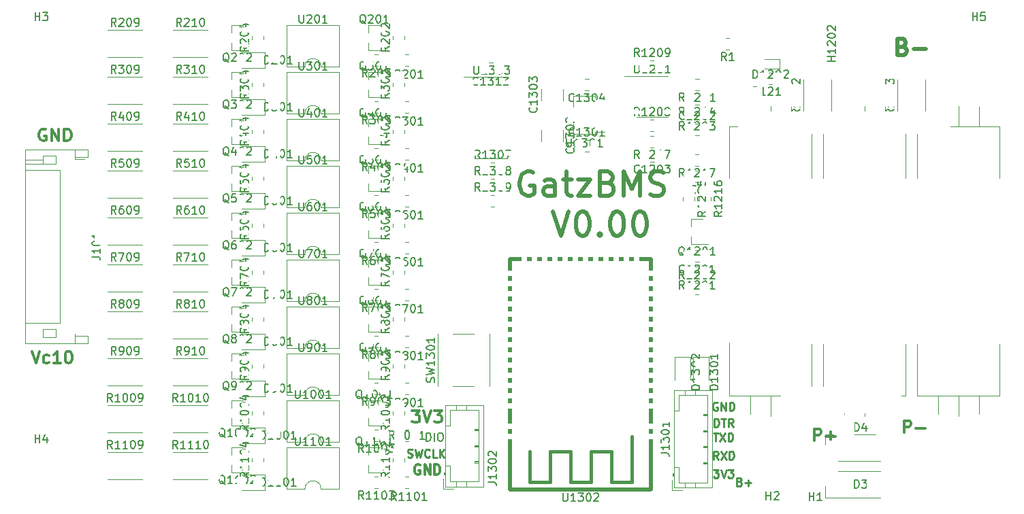
<source format=gto>
G04 #@! TF.GenerationSoftware,KiCad,Pcbnew,(5.1.10)-1*
G04 #@! TF.CreationDate,2021-09-07T10:06:12+02:00*
G04 #@! TF.ProjectId,GatzBMS,4761747a-424d-4532-9e6b-696361645f70,rev?*
G04 #@! TF.SameCoordinates,Original*
G04 #@! TF.FileFunction,Legend,Top*
G04 #@! TF.FilePolarity,Positive*
%FSLAX46Y46*%
G04 Gerber Fmt 4.6, Leading zero omitted, Abs format (unit mm)*
G04 Created by KiCad (PCBNEW (5.1.10)-1) date 2021-09-07 10:06:12*
%MOMM*%
%LPD*%
G01*
G04 APERTURE LIST*
%ADD10C,0.500000*%
%ADD11C,0.375000*%
%ADD12C,0.250000*%
%ADD13C,0.300000*%
%ADD14C,0.200000*%
%ADD15C,0.120000*%
%ADD16C,0.400000*%
%ADD17C,0.150000*%
%ADD18O,1.750000X1.200000*%
%ADD19C,5.700000*%
%ADD20C,3.600000*%
%ADD21R,3.500000X1.800000*%
%ADD22R,11.000000X10.000000*%
%ADD23R,2.500000X2.500000*%
%ADD24O,2.500000X2.500000*%
%ADD25R,1.500000X1.780000*%
%ADD26R,0.900000X0.800000*%
%ADD27R,0.800000X2.500000*%
%ADD28R,3.000000X0.800000*%
%ADD29R,2.500000X0.800000*%
%ADD30C,0.100000*%
%ADD31R,1.300000X0.900000*%
%ADD32R,1.300000X1.550000*%
%ADD33R,0.600000X0.700000*%
%ADD34C,0.254000*%
G04 APERTURE END LIST*
D10*
X372053857Y-112633142D02*
X372339571Y-112728380D01*
X372434809Y-112823619D01*
X372530047Y-113014095D01*
X372530047Y-113299809D01*
X372434809Y-113490285D01*
X372339571Y-113585523D01*
X372149095Y-113680761D01*
X371387190Y-113680761D01*
X371387190Y-111680761D01*
X372053857Y-111680761D01*
X372244333Y-111776000D01*
X372339571Y-111871238D01*
X372434809Y-112061714D01*
X372434809Y-112252190D01*
X372339571Y-112442666D01*
X372244333Y-112537904D01*
X372053857Y-112633142D01*
X371387190Y-112633142D01*
X373387190Y-112918857D02*
X374911000Y-112918857D01*
D11*
X361026892Y-161714571D02*
X361026892Y-160214571D01*
X361598321Y-160214571D01*
X361741178Y-160286000D01*
X361812607Y-160357428D01*
X361884035Y-160500285D01*
X361884035Y-160714571D01*
X361812607Y-160857428D01*
X361741178Y-160928857D01*
X361598321Y-161000285D01*
X361026892Y-161000285D01*
X362526892Y-161143142D02*
X363669750Y-161143142D01*
X363098321Y-161714571D02*
X363098321Y-160571714D01*
D12*
X351761928Y-166806571D02*
X351904785Y-166854190D01*
X351952404Y-166901809D01*
X352000023Y-166997047D01*
X352000023Y-167139904D01*
X351952404Y-167235142D01*
X351904785Y-167282761D01*
X351809547Y-167330380D01*
X351428595Y-167330380D01*
X351428595Y-166330380D01*
X351761928Y-166330380D01*
X351857166Y-166378000D01*
X351904785Y-166425619D01*
X351952404Y-166520857D01*
X351952404Y-166616095D01*
X351904785Y-166711333D01*
X351857166Y-166758952D01*
X351761928Y-166806571D01*
X351428595Y-166806571D01*
X352428595Y-166949428D02*
X353190500Y-166949428D01*
X352809547Y-167330380D02*
X352809547Y-166568476D01*
D11*
X372202892Y-160698571D02*
X372202892Y-159198571D01*
X372774321Y-159198571D01*
X372917178Y-159270000D01*
X372988607Y-159341428D01*
X373060035Y-159484285D01*
X373060035Y-159698571D01*
X372988607Y-159841428D01*
X372917178Y-159912857D01*
X372774321Y-159984285D01*
X372202892Y-159984285D01*
X373702892Y-160127142D02*
X374845750Y-160127142D01*
D12*
X348519904Y-165314380D02*
X349138952Y-165314380D01*
X348805619Y-165695333D01*
X348948476Y-165695333D01*
X349043714Y-165742952D01*
X349091333Y-165790571D01*
X349138952Y-165885809D01*
X349138952Y-166123904D01*
X349091333Y-166219142D01*
X349043714Y-166266761D01*
X348948476Y-166314380D01*
X348662761Y-166314380D01*
X348567523Y-166266761D01*
X348519904Y-166219142D01*
X349424666Y-165314380D02*
X349758000Y-166314380D01*
X350091333Y-165314380D01*
X350329428Y-165314380D02*
X350948476Y-165314380D01*
X350615142Y-165695333D01*
X350758000Y-165695333D01*
X350853238Y-165742952D01*
X350900857Y-165790571D01*
X350948476Y-165885809D01*
X350948476Y-166123904D01*
X350900857Y-166219142D01*
X350853238Y-166266761D01*
X350758000Y-166314380D01*
X350472285Y-166314380D01*
X350377047Y-166266761D01*
X350329428Y-166219142D01*
X349091333Y-164028380D02*
X348758000Y-163552190D01*
X348519904Y-164028380D02*
X348519904Y-163028380D01*
X348900857Y-163028380D01*
X348996095Y-163076000D01*
X349043714Y-163123619D01*
X349091333Y-163218857D01*
X349091333Y-163361714D01*
X349043714Y-163456952D01*
X348996095Y-163504571D01*
X348900857Y-163552190D01*
X348519904Y-163552190D01*
X349424666Y-163028380D02*
X350091333Y-164028380D01*
X350091333Y-163028380D02*
X349424666Y-164028380D01*
X350472285Y-164028380D02*
X350472285Y-163028380D01*
X350710380Y-163028380D01*
X350853238Y-163076000D01*
X350948476Y-163171238D01*
X350996095Y-163266476D01*
X351043714Y-163456952D01*
X351043714Y-163599809D01*
X350996095Y-163790285D01*
X350948476Y-163885523D01*
X350853238Y-163980761D01*
X350710380Y-164028380D01*
X350472285Y-164028380D01*
X348496095Y-160742380D02*
X349067523Y-160742380D01*
X348781809Y-161742380D02*
X348781809Y-160742380D01*
X349305619Y-160742380D02*
X349972285Y-161742380D01*
X349972285Y-160742380D02*
X349305619Y-161742380D01*
X350353238Y-161742380D02*
X350353238Y-160742380D01*
X350591333Y-160742380D01*
X350734190Y-160790000D01*
X350829428Y-160885238D01*
X350877047Y-160980476D01*
X350924666Y-161170952D01*
X350924666Y-161313809D01*
X350877047Y-161504285D01*
X350829428Y-161599523D01*
X350734190Y-161694761D01*
X350591333Y-161742380D01*
X350353238Y-161742380D01*
X348615142Y-159964380D02*
X348615142Y-158964380D01*
X348853238Y-158964380D01*
X348996095Y-159012000D01*
X349091333Y-159107238D01*
X349138952Y-159202476D01*
X349186571Y-159392952D01*
X349186571Y-159535809D01*
X349138952Y-159726285D01*
X349091333Y-159821523D01*
X348996095Y-159916761D01*
X348853238Y-159964380D01*
X348615142Y-159964380D01*
X349472285Y-158964380D02*
X350043714Y-158964380D01*
X349758000Y-159964380D02*
X349758000Y-158964380D01*
X350948476Y-159964380D02*
X350615142Y-159488190D01*
X350377047Y-159964380D02*
X350377047Y-158964380D01*
X350758000Y-158964380D01*
X350853238Y-159012000D01*
X350900857Y-159059619D01*
X350948476Y-159154857D01*
X350948476Y-159297714D01*
X350900857Y-159392952D01*
X350853238Y-159440571D01*
X350758000Y-159488190D01*
X350377047Y-159488190D01*
X348996095Y-156980000D02*
X348900857Y-156932380D01*
X348758000Y-156932380D01*
X348615142Y-156980000D01*
X348519904Y-157075238D01*
X348472285Y-157170476D01*
X348424666Y-157360952D01*
X348424666Y-157503809D01*
X348472285Y-157694285D01*
X348519904Y-157789523D01*
X348615142Y-157884761D01*
X348758000Y-157932380D01*
X348853238Y-157932380D01*
X348996095Y-157884761D01*
X349043714Y-157837142D01*
X349043714Y-157503809D01*
X348853238Y-157503809D01*
X349472285Y-157932380D02*
X349472285Y-156932380D01*
X350043714Y-157932380D01*
X350043714Y-156932380D01*
X350519904Y-157932380D02*
X350519904Y-156932380D01*
X350758000Y-156932380D01*
X350900857Y-156980000D01*
X350996095Y-157075238D01*
X351043714Y-157170476D01*
X351091333Y-157360952D01*
X351091333Y-157503809D01*
X351043714Y-157694285D01*
X350996095Y-157789523D01*
X350900857Y-157884761D01*
X350758000Y-157932380D01*
X350519904Y-157932380D01*
D13*
X312005285Y-164754000D02*
X311891000Y-164696857D01*
X311719571Y-164696857D01*
X311548142Y-164754000D01*
X311433857Y-164868285D01*
X311376714Y-164982571D01*
X311319571Y-165211142D01*
X311319571Y-165382571D01*
X311376714Y-165611142D01*
X311433857Y-165725428D01*
X311548142Y-165839714D01*
X311719571Y-165896857D01*
X311833857Y-165896857D01*
X312005285Y-165839714D01*
X312062428Y-165782571D01*
X312062428Y-165382571D01*
X311833857Y-165382571D01*
X312576714Y-165896857D02*
X312576714Y-164696857D01*
X313262428Y-165896857D01*
X313262428Y-164696857D01*
X313833857Y-165896857D02*
X313833857Y-164696857D01*
X314119571Y-164696857D01*
X314291000Y-164754000D01*
X314405285Y-164868285D01*
X314462428Y-164982571D01*
X314519571Y-165211142D01*
X314519571Y-165382571D01*
X314462428Y-165611142D01*
X314405285Y-165725428D01*
X314291000Y-165839714D01*
X314119571Y-165896857D01*
X313833857Y-165896857D01*
D12*
X310486976Y-163726761D02*
X310629833Y-163774380D01*
X310867928Y-163774380D01*
X310963166Y-163726761D01*
X311010785Y-163679142D01*
X311058404Y-163583904D01*
X311058404Y-163488666D01*
X311010785Y-163393428D01*
X310963166Y-163345809D01*
X310867928Y-163298190D01*
X310677452Y-163250571D01*
X310582214Y-163202952D01*
X310534595Y-163155333D01*
X310486976Y-163060095D01*
X310486976Y-162964857D01*
X310534595Y-162869619D01*
X310582214Y-162822000D01*
X310677452Y-162774380D01*
X310915547Y-162774380D01*
X311058404Y-162822000D01*
X311391738Y-162774380D02*
X311629833Y-163774380D01*
X311820309Y-163060095D01*
X312010785Y-163774380D01*
X312248880Y-162774380D01*
X313201261Y-163679142D02*
X313153642Y-163726761D01*
X313010785Y-163774380D01*
X312915547Y-163774380D01*
X312772690Y-163726761D01*
X312677452Y-163631523D01*
X312629833Y-163536285D01*
X312582214Y-163345809D01*
X312582214Y-163202952D01*
X312629833Y-163012476D01*
X312677452Y-162917238D01*
X312772690Y-162822000D01*
X312915547Y-162774380D01*
X313010785Y-162774380D01*
X313153642Y-162822000D01*
X313201261Y-162869619D01*
X314106023Y-163774380D02*
X313629833Y-163774380D01*
X313629833Y-162774380D01*
X314439357Y-163774380D02*
X314439357Y-162774380D01*
X315010785Y-163774380D02*
X314582214Y-163202952D01*
X315010785Y-162774380D02*
X314439357Y-163345809D01*
D14*
X312788095Y-161742380D02*
X312788095Y-160742380D01*
X313026190Y-160742380D01*
X313169047Y-160790000D01*
X313264285Y-160885238D01*
X313311904Y-160980476D01*
X313359523Y-161170952D01*
X313359523Y-161313809D01*
X313311904Y-161504285D01*
X313264285Y-161599523D01*
X313169047Y-161694761D01*
X313026190Y-161742380D01*
X312788095Y-161742380D01*
X313788095Y-161742380D02*
X313788095Y-160742380D01*
X314454761Y-160742380D02*
X314645238Y-160742380D01*
X314740476Y-160790000D01*
X314835714Y-160885238D01*
X314883333Y-161075714D01*
X314883333Y-161409047D01*
X314835714Y-161599523D01*
X314740476Y-161694761D01*
X314645238Y-161742380D01*
X314454761Y-161742380D01*
X314359523Y-161694761D01*
X314264285Y-161599523D01*
X314216666Y-161409047D01*
X314216666Y-161075714D01*
X314264285Y-160885238D01*
X314359523Y-160790000D01*
X314454761Y-160742380D01*
D13*
X311051285Y-157928571D02*
X311979857Y-157928571D01*
X311479857Y-158500000D01*
X311694142Y-158500000D01*
X311837000Y-158571428D01*
X311908428Y-158642857D01*
X311979857Y-158785714D01*
X311979857Y-159142857D01*
X311908428Y-159285714D01*
X311837000Y-159357142D01*
X311694142Y-159428571D01*
X311265571Y-159428571D01*
X311122714Y-159357142D01*
X311051285Y-159285714D01*
X312408428Y-157928571D02*
X312908428Y-159428571D01*
X313408428Y-157928571D01*
X313765571Y-157928571D02*
X314694142Y-157928571D01*
X314194142Y-158500000D01*
X314408428Y-158500000D01*
X314551285Y-158571428D01*
X314622714Y-158642857D01*
X314694142Y-158785714D01*
X314694142Y-159142857D01*
X314622714Y-159285714D01*
X314551285Y-159357142D01*
X314408428Y-159428571D01*
X313979857Y-159428571D01*
X313837000Y-159357142D01*
X313765571Y-159285714D01*
X265497857Y-122948000D02*
X265355000Y-122876571D01*
X265140714Y-122876571D01*
X264926428Y-122948000D01*
X264783571Y-123090857D01*
X264712142Y-123233714D01*
X264640714Y-123519428D01*
X264640714Y-123733714D01*
X264712142Y-124019428D01*
X264783571Y-124162285D01*
X264926428Y-124305142D01*
X265140714Y-124376571D01*
X265283571Y-124376571D01*
X265497857Y-124305142D01*
X265569285Y-124233714D01*
X265569285Y-123733714D01*
X265283571Y-123733714D01*
X266212142Y-124376571D02*
X266212142Y-122876571D01*
X267069285Y-124376571D01*
X267069285Y-122876571D01*
X267783571Y-124376571D02*
X267783571Y-122876571D01*
X268140714Y-122876571D01*
X268355000Y-122948000D01*
X268497857Y-123090857D01*
X268569285Y-123233714D01*
X268640714Y-123519428D01*
X268640714Y-123733714D01*
X268569285Y-124019428D01*
X268497857Y-124162285D01*
X268355000Y-124305142D01*
X268140714Y-124376571D01*
X267783571Y-124376571D01*
X263735857Y-150562571D02*
X264235857Y-152062571D01*
X264735857Y-150562571D01*
X265878714Y-151991142D02*
X265735857Y-152062571D01*
X265450142Y-152062571D01*
X265307285Y-151991142D01*
X265235857Y-151919714D01*
X265164428Y-151776857D01*
X265164428Y-151348285D01*
X265235857Y-151205428D01*
X265307285Y-151134000D01*
X265450142Y-151062571D01*
X265735857Y-151062571D01*
X265878714Y-151134000D01*
X267307285Y-152062571D02*
X266450142Y-152062571D01*
X266878714Y-152062571D02*
X266878714Y-150562571D01*
X266735857Y-150776857D01*
X266593000Y-150919714D01*
X266450142Y-150991142D01*
X268235857Y-150562571D02*
X268378714Y-150562571D01*
X268521571Y-150634000D01*
X268593000Y-150705428D01*
X268664428Y-150848285D01*
X268735857Y-151134000D01*
X268735857Y-151491142D01*
X268664428Y-151776857D01*
X268593000Y-151919714D01*
X268521571Y-151991142D01*
X268378714Y-152062571D01*
X268235857Y-152062571D01*
X268093000Y-151991142D01*
X268021571Y-151919714D01*
X267950142Y-151776857D01*
X267878714Y-151491142D01*
X267878714Y-151134000D01*
X267950142Y-150848285D01*
X268021571Y-150705428D01*
X268093000Y-150634000D01*
X268235857Y-150562571D01*
D10*
X326089428Y-128334000D02*
X325803714Y-128191142D01*
X325375142Y-128191142D01*
X324946571Y-128334000D01*
X324660857Y-128619714D01*
X324518000Y-128905428D01*
X324375142Y-129476857D01*
X324375142Y-129905428D01*
X324518000Y-130476857D01*
X324660857Y-130762571D01*
X324946571Y-131048285D01*
X325375142Y-131191142D01*
X325660857Y-131191142D01*
X326089428Y-131048285D01*
X326232285Y-130905428D01*
X326232285Y-129905428D01*
X325660857Y-129905428D01*
X328803714Y-131191142D02*
X328803714Y-129619714D01*
X328660857Y-129334000D01*
X328375142Y-129191142D01*
X327803714Y-129191142D01*
X327518000Y-129334000D01*
X328803714Y-131048285D02*
X328518000Y-131191142D01*
X327803714Y-131191142D01*
X327518000Y-131048285D01*
X327375142Y-130762571D01*
X327375142Y-130476857D01*
X327518000Y-130191142D01*
X327803714Y-130048285D01*
X328518000Y-130048285D01*
X328803714Y-129905428D01*
X329803714Y-129191142D02*
X330946571Y-129191142D01*
X330232285Y-128191142D02*
X330232285Y-130762571D01*
X330375142Y-131048285D01*
X330660857Y-131191142D01*
X330946571Y-131191142D01*
X331660857Y-129191142D02*
X333232285Y-129191142D01*
X331660857Y-131191142D01*
X333232285Y-131191142D01*
X335375142Y-129619714D02*
X335803714Y-129762571D01*
X335946571Y-129905428D01*
X336089428Y-130191142D01*
X336089428Y-130619714D01*
X335946571Y-130905428D01*
X335803714Y-131048285D01*
X335518000Y-131191142D01*
X334375142Y-131191142D01*
X334375142Y-128191142D01*
X335375142Y-128191142D01*
X335660857Y-128334000D01*
X335803714Y-128476857D01*
X335946571Y-128762571D01*
X335946571Y-129048285D01*
X335803714Y-129334000D01*
X335660857Y-129476857D01*
X335375142Y-129619714D01*
X334375142Y-129619714D01*
X337375142Y-131191142D02*
X337375142Y-128191142D01*
X338375142Y-130334000D01*
X339375142Y-128191142D01*
X339375142Y-131191142D01*
X340660857Y-131048285D02*
X341089428Y-131191142D01*
X341803714Y-131191142D01*
X342089428Y-131048285D01*
X342232285Y-130905428D01*
X342375142Y-130619714D01*
X342375142Y-130334000D01*
X342232285Y-130048285D01*
X342089428Y-129905428D01*
X341803714Y-129762571D01*
X341232285Y-129619714D01*
X340946571Y-129476857D01*
X340803714Y-129334000D01*
X340660857Y-129048285D01*
X340660857Y-128762571D01*
X340803714Y-128476857D01*
X340946571Y-128334000D01*
X341232285Y-128191142D01*
X341946571Y-128191142D01*
X342375142Y-128334000D01*
X328518000Y-133191142D02*
X329518000Y-136191142D01*
X330518000Y-133191142D01*
X332089428Y-133191142D02*
X332375142Y-133191142D01*
X332660857Y-133334000D01*
X332803714Y-133476857D01*
X332946571Y-133762571D01*
X333089428Y-134334000D01*
X333089428Y-135048285D01*
X332946571Y-135619714D01*
X332803714Y-135905428D01*
X332660857Y-136048285D01*
X332375142Y-136191142D01*
X332089428Y-136191142D01*
X331803714Y-136048285D01*
X331660857Y-135905428D01*
X331518000Y-135619714D01*
X331375142Y-135048285D01*
X331375142Y-134334000D01*
X331518000Y-133762571D01*
X331660857Y-133476857D01*
X331803714Y-133334000D01*
X332089428Y-133191142D01*
X334375142Y-135905428D02*
X334518000Y-136048285D01*
X334375142Y-136191142D01*
X334232285Y-136048285D01*
X334375142Y-135905428D01*
X334375142Y-136191142D01*
X336375142Y-133191142D02*
X336660857Y-133191142D01*
X336946571Y-133334000D01*
X337089428Y-133476857D01*
X337232285Y-133762571D01*
X337375142Y-134334000D01*
X337375142Y-135048285D01*
X337232285Y-135619714D01*
X337089428Y-135905428D01*
X336946571Y-136048285D01*
X336660857Y-136191142D01*
X336375142Y-136191142D01*
X336089428Y-136048285D01*
X335946571Y-135905428D01*
X335803714Y-135619714D01*
X335660857Y-135048285D01*
X335660857Y-134334000D01*
X335803714Y-133762571D01*
X335946571Y-133476857D01*
X336089428Y-133334000D01*
X336375142Y-133191142D01*
X339232285Y-133191142D02*
X339518000Y-133191142D01*
X339803714Y-133334000D01*
X339946571Y-133476857D01*
X340089428Y-133762571D01*
X340232285Y-134334000D01*
X340232285Y-135048285D01*
X340089428Y-135619714D01*
X339946571Y-135905428D01*
X339803714Y-136048285D01*
X339518000Y-136191142D01*
X339232285Y-136191142D01*
X338946571Y-136048285D01*
X338803714Y-135905428D01*
X338660857Y-135619714D01*
X338518000Y-135048285D01*
X338518000Y-134334000D01*
X338660857Y-133762571D01*
X338803714Y-133476857D01*
X338946571Y-133334000D01*
X339232285Y-133191142D01*
D15*
X346683064Y-126011000D02*
X346228936Y-126011000D01*
X346683064Y-127481000D02*
X346228936Y-127481000D01*
X346717252Y-129513000D02*
X346194748Y-129513000D01*
X346717252Y-128043000D02*
X346194748Y-128043000D01*
X343330000Y-167840000D02*
X344580000Y-167840000D01*
X343330000Y-166590000D02*
X343330000Y-167840000D01*
X347740000Y-158480000D02*
X347240000Y-158480000D01*
X347240000Y-158380000D02*
X347740000Y-158380000D01*
X347240000Y-158580000D02*
X347240000Y-158380000D01*
X347740000Y-158580000D02*
X347240000Y-158580000D01*
X347740000Y-160480000D02*
X347240000Y-160480000D01*
X347240000Y-160380000D02*
X347740000Y-160380000D01*
X347240000Y-160580000D02*
X347240000Y-160380000D01*
X347740000Y-160580000D02*
X347240000Y-160580000D01*
X347740000Y-162480000D02*
X347240000Y-162480000D01*
X347240000Y-162380000D02*
X347740000Y-162380000D01*
X347240000Y-162580000D02*
X347240000Y-162380000D01*
X347740000Y-162580000D02*
X347240000Y-162580000D01*
X347740000Y-164480000D02*
X347240000Y-164480000D01*
X347240000Y-164380000D02*
X347740000Y-164380000D01*
X347240000Y-164580000D02*
X347240000Y-164380000D01*
X347740000Y-164580000D02*
X347240000Y-164580000D01*
X346240000Y-155420000D02*
X346240000Y-156030000D01*
X344940000Y-155420000D02*
X344940000Y-156030000D01*
X346240000Y-167540000D02*
X346240000Y-166930000D01*
X344940000Y-167540000D02*
X344940000Y-166930000D01*
X344240000Y-157980000D02*
X343630000Y-157980000D01*
X344240000Y-156030000D02*
X344240000Y-157980000D01*
X347740000Y-156030000D02*
X344240000Y-156030000D01*
X347740000Y-166930000D02*
X347740000Y-156030000D01*
X344240000Y-166930000D02*
X347740000Y-166930000D01*
X344240000Y-164980000D02*
X344240000Y-166930000D01*
X343630000Y-164980000D02*
X344240000Y-164980000D01*
X343530000Y-165780000D02*
X343530000Y-166080000D01*
X343430000Y-166080000D02*
X343630000Y-166080000D01*
X343430000Y-165780000D02*
X343430000Y-166080000D01*
X343630000Y-165780000D02*
X343430000Y-165780000D01*
X343630000Y-155420000D02*
X343630000Y-167540000D01*
X348350000Y-155420000D02*
X343630000Y-155420000D01*
X348350000Y-167540000D02*
X348350000Y-155420000D01*
X343630000Y-167540000D02*
X348350000Y-167540000D01*
X346717252Y-137949000D02*
X346194748Y-137949000D01*
X346717252Y-139419000D02*
X346194748Y-139419000D01*
X346228936Y-143483000D02*
X346683064Y-143483000D01*
X346228936Y-142013000D02*
X346683064Y-142013000D01*
X346683064Y-139981000D02*
X346228936Y-139981000D01*
X346683064Y-141451000D02*
X346228936Y-141451000D01*
X362376000Y-160910000D02*
X369276000Y-160910000D01*
X362376000Y-164210000D02*
X369276000Y-164210000D01*
X362376000Y-160910000D02*
X362376000Y-164210000D01*
X362376000Y-165482000D02*
X369276000Y-165482000D01*
X362376000Y-168782000D02*
X369276000Y-168782000D01*
X362376000Y-165482000D02*
X362376000Y-168782000D01*
X360720000Y-122562000D02*
X350480000Y-122562000D01*
X360720000Y-138452000D02*
X350480000Y-138452000D01*
X360720000Y-138452000D02*
X360720000Y-122562000D01*
X350480000Y-138452000D02*
X350480000Y-122562000D01*
X358140000Y-122562000D02*
X358140000Y-120022000D01*
X355600000Y-122562000D02*
X355600000Y-120022000D01*
X353060000Y-122562000D02*
X353060000Y-120022000D01*
X384088000Y-122562000D02*
X373848000Y-122562000D01*
X384088000Y-138452000D02*
X373848000Y-138452000D01*
X384088000Y-138452000D02*
X384088000Y-122562000D01*
X373848000Y-138452000D02*
X373848000Y-122562000D01*
X381508000Y-122562000D02*
X381508000Y-120022000D01*
X378968000Y-122562000D02*
X378968000Y-120022000D01*
X376428000Y-122562000D02*
X376428000Y-120022000D01*
X372404000Y-122562000D02*
X362164000Y-122562000D01*
X372404000Y-138452000D02*
X362164000Y-138452000D01*
X372404000Y-138452000D02*
X372404000Y-122562000D01*
X362164000Y-138452000D02*
X362164000Y-122562000D01*
X369824000Y-122562000D02*
X369824000Y-120022000D01*
X367284000Y-122562000D02*
X367284000Y-120022000D01*
X364744000Y-122562000D02*
X364744000Y-120022000D01*
X350493064Y-111533000D02*
X350038936Y-111533000D01*
X350493064Y-113003000D02*
X350038936Y-113003000D01*
X346194748Y-123671000D02*
X346717252Y-123671000D01*
X346194748Y-122201000D02*
X346717252Y-122201000D01*
X350480000Y-156076000D02*
X360720000Y-156076000D01*
X350480000Y-140186000D02*
X360720000Y-140186000D01*
X350480000Y-140186000D02*
X350480000Y-156076000D01*
X360720000Y-140186000D02*
X360720000Y-156076000D01*
X353060000Y-156076000D02*
X353060000Y-158616000D01*
X355600000Y-156076000D02*
X355600000Y-158616000D01*
X358140000Y-156076000D02*
X358140000Y-158616000D01*
X344705000Y-131344936D02*
X344705000Y-131799064D01*
X346175000Y-131344936D02*
X346175000Y-131799064D01*
X295469000Y-167700000D02*
X297704000Y-167700000D01*
X295469000Y-162500000D02*
X295469000Y-167700000D01*
X301939000Y-162500000D02*
X295469000Y-162500000D01*
X301939000Y-167700000D02*
X301939000Y-162500000D01*
X299704000Y-167700000D02*
X301939000Y-167700000D01*
X297704000Y-167700000D02*
G75*
G02*
X299704000Y-167700000I1000000J0D01*
G01*
X299704000Y-161858000D02*
X301939000Y-161858000D01*
X301939000Y-161858000D02*
X301939000Y-156658000D01*
X301939000Y-156658000D02*
X295469000Y-156658000D01*
X295469000Y-156658000D02*
X295469000Y-161858000D01*
X295469000Y-161858000D02*
X297704000Y-161858000D01*
X297704000Y-161858000D02*
G75*
G02*
X299704000Y-161858000I1000000J0D01*
G01*
X299704000Y-156016000D02*
X301939000Y-156016000D01*
X301939000Y-156016000D02*
X301939000Y-150816000D01*
X301939000Y-150816000D02*
X295469000Y-150816000D01*
X295469000Y-150816000D02*
X295469000Y-156016000D01*
X295469000Y-156016000D02*
X297704000Y-156016000D01*
X297704000Y-156016000D02*
G75*
G02*
X299704000Y-156016000I1000000J0D01*
G01*
X299704000Y-150174000D02*
X301939000Y-150174000D01*
X301939000Y-150174000D02*
X301939000Y-144974000D01*
X301939000Y-144974000D02*
X295469000Y-144974000D01*
X295469000Y-144974000D02*
X295469000Y-150174000D01*
X295469000Y-150174000D02*
X297704000Y-150174000D01*
X297704000Y-150174000D02*
G75*
G02*
X299704000Y-150174000I1000000J0D01*
G01*
X299704000Y-144332000D02*
X301939000Y-144332000D01*
X301939000Y-144332000D02*
X301939000Y-139132000D01*
X301939000Y-139132000D02*
X295469000Y-139132000D01*
X295469000Y-139132000D02*
X295469000Y-144332000D01*
X295469000Y-144332000D02*
X297704000Y-144332000D01*
X297704000Y-144332000D02*
G75*
G02*
X299704000Y-144332000I1000000J0D01*
G01*
X299704000Y-138490000D02*
X301939000Y-138490000D01*
X301939000Y-138490000D02*
X301939000Y-133290000D01*
X301939000Y-133290000D02*
X295469000Y-133290000D01*
X295469000Y-133290000D02*
X295469000Y-138490000D01*
X295469000Y-138490000D02*
X297704000Y-138490000D01*
X297704000Y-138490000D02*
G75*
G02*
X299704000Y-138490000I1000000J0D01*
G01*
X299704000Y-132648000D02*
X301939000Y-132648000D01*
X301939000Y-132648000D02*
X301939000Y-127448000D01*
X301939000Y-127448000D02*
X295469000Y-127448000D01*
X295469000Y-127448000D02*
X295469000Y-132648000D01*
X295469000Y-132648000D02*
X297704000Y-132648000D01*
X297704000Y-132648000D02*
G75*
G02*
X299704000Y-132648000I1000000J0D01*
G01*
X299704000Y-126806000D02*
X301939000Y-126806000D01*
X301939000Y-126806000D02*
X301939000Y-121606000D01*
X301939000Y-121606000D02*
X295469000Y-121606000D01*
X295469000Y-121606000D02*
X295469000Y-126806000D01*
X295469000Y-126806000D02*
X297704000Y-126806000D01*
X297704000Y-126806000D02*
G75*
G02*
X299704000Y-126806000I1000000J0D01*
G01*
X299704000Y-120964000D02*
X301939000Y-120964000D01*
X301939000Y-120964000D02*
X301939000Y-115764000D01*
X301939000Y-115764000D02*
X295469000Y-115764000D01*
X295469000Y-115764000D02*
X295469000Y-120964000D01*
X295469000Y-120964000D02*
X297704000Y-120964000D01*
X297704000Y-120964000D02*
G75*
G02*
X299704000Y-120964000I1000000J0D01*
G01*
X299704000Y-115122000D02*
X301939000Y-115122000D01*
X301939000Y-115122000D02*
X301939000Y-109922000D01*
X301939000Y-109922000D02*
X295469000Y-109922000D01*
X295469000Y-109922000D02*
X295469000Y-115122000D01*
X295469000Y-115122000D02*
X297704000Y-115122000D01*
X297704000Y-115122000D02*
G75*
G02*
X299704000Y-115122000I1000000J0D01*
G01*
X281286936Y-166556000D02*
X285641064Y-166556000D01*
X281286936Y-163136000D02*
X285641064Y-163136000D01*
X273158936Y-166556000D02*
X277513064Y-166556000D01*
X273158936Y-163136000D02*
X277513064Y-163136000D01*
X292581000Y-164311064D02*
X292581000Y-163856936D01*
X291111000Y-164311064D02*
X291111000Y-163856936D01*
X306805064Y-166143000D02*
X306350936Y-166143000D01*
X306805064Y-167613000D02*
X306350936Y-167613000D01*
X310107000Y-164311064D02*
X310107000Y-163856936D01*
X308637000Y-164311064D02*
X308637000Y-163856936D01*
X310160936Y-167613000D02*
X310615064Y-167613000D01*
X310160936Y-166143000D02*
X310615064Y-166143000D01*
X281286936Y-157294000D02*
X285641064Y-157294000D01*
X281286936Y-160714000D02*
X285641064Y-160714000D01*
X273158936Y-157294000D02*
X277513064Y-157294000D01*
X273158936Y-160714000D02*
X277513064Y-160714000D01*
X291111000Y-158469064D02*
X291111000Y-158014936D01*
X292581000Y-158469064D02*
X292581000Y-158014936D01*
X306805064Y-161771000D02*
X306350936Y-161771000D01*
X306805064Y-160301000D02*
X306350936Y-160301000D01*
X308637000Y-158469064D02*
X308637000Y-158014936D01*
X310107000Y-158469064D02*
X310107000Y-158014936D01*
X310160936Y-160301000D02*
X310615064Y-160301000D01*
X310160936Y-161771000D02*
X310615064Y-161771000D01*
X281286936Y-151452000D02*
X285641064Y-151452000D01*
X281286936Y-154872000D02*
X285641064Y-154872000D01*
X273158936Y-151452000D02*
X277513064Y-151452000D01*
X273158936Y-154872000D02*
X277513064Y-154872000D01*
X291111000Y-152627064D02*
X291111000Y-152172936D01*
X292581000Y-152627064D02*
X292581000Y-152172936D01*
X306805064Y-155929000D02*
X306350936Y-155929000D01*
X306805064Y-154459000D02*
X306350936Y-154459000D01*
X308637000Y-152627064D02*
X308637000Y-152172936D01*
X310107000Y-152627064D02*
X310107000Y-152172936D01*
X310160936Y-154459000D02*
X310615064Y-154459000D01*
X310160936Y-155929000D02*
X310615064Y-155929000D01*
X281286936Y-145610000D02*
X285641064Y-145610000D01*
X281286936Y-149030000D02*
X285641064Y-149030000D01*
X273158936Y-145610000D02*
X277513064Y-145610000D01*
X273158936Y-149030000D02*
X277513064Y-149030000D01*
X291111000Y-146785064D02*
X291111000Y-146330936D01*
X292581000Y-146785064D02*
X292581000Y-146330936D01*
X306805064Y-150087000D02*
X306350936Y-150087000D01*
X306805064Y-148617000D02*
X306350936Y-148617000D01*
X308637000Y-146785064D02*
X308637000Y-146330936D01*
X310107000Y-146785064D02*
X310107000Y-146330936D01*
X310160936Y-148617000D02*
X310615064Y-148617000D01*
X310160936Y-150087000D02*
X310615064Y-150087000D01*
X281286936Y-139768000D02*
X285641064Y-139768000D01*
X281286936Y-143188000D02*
X285641064Y-143188000D01*
X273158936Y-139768000D02*
X277513064Y-139768000D01*
X273158936Y-143188000D02*
X277513064Y-143188000D01*
X291111000Y-140943064D02*
X291111000Y-140488936D01*
X292581000Y-140943064D02*
X292581000Y-140488936D01*
X306805064Y-144245000D02*
X306350936Y-144245000D01*
X306805064Y-142775000D02*
X306350936Y-142775000D01*
X308637000Y-140943064D02*
X308637000Y-140488936D01*
X310107000Y-140943064D02*
X310107000Y-140488936D01*
X310160936Y-142775000D02*
X310615064Y-142775000D01*
X310160936Y-144245000D02*
X310615064Y-144245000D01*
X281286936Y-133926000D02*
X285641064Y-133926000D01*
X281286936Y-137346000D02*
X285641064Y-137346000D01*
X273158936Y-133926000D02*
X277513064Y-133926000D01*
X273158936Y-137346000D02*
X277513064Y-137346000D01*
X291111000Y-135101064D02*
X291111000Y-134646936D01*
X292581000Y-135101064D02*
X292581000Y-134646936D01*
X306805064Y-138403000D02*
X306350936Y-138403000D01*
X306805064Y-136933000D02*
X306350936Y-136933000D01*
X308637000Y-135101064D02*
X308637000Y-134646936D01*
X310107000Y-135101064D02*
X310107000Y-134646936D01*
X310160936Y-136933000D02*
X310615064Y-136933000D01*
X310160936Y-138403000D02*
X310615064Y-138403000D01*
X281286936Y-128084000D02*
X285641064Y-128084000D01*
X281286936Y-131504000D02*
X285641064Y-131504000D01*
X273158936Y-128084000D02*
X277513064Y-128084000D01*
X273158936Y-131504000D02*
X277513064Y-131504000D01*
X291111000Y-129259064D02*
X291111000Y-128804936D01*
X292581000Y-129259064D02*
X292581000Y-128804936D01*
X306805064Y-132561000D02*
X306350936Y-132561000D01*
X306805064Y-131091000D02*
X306350936Y-131091000D01*
X308637000Y-129259064D02*
X308637000Y-128804936D01*
X310107000Y-129259064D02*
X310107000Y-128804936D01*
X310160936Y-131091000D02*
X310615064Y-131091000D01*
X310160936Y-132561000D02*
X310615064Y-132561000D01*
X281286936Y-122242000D02*
X285641064Y-122242000D01*
X281286936Y-125662000D02*
X285641064Y-125662000D01*
X273158936Y-122242000D02*
X277513064Y-122242000D01*
X273158936Y-125662000D02*
X277513064Y-125662000D01*
X291111000Y-123417064D02*
X291111000Y-122962936D01*
X292581000Y-123417064D02*
X292581000Y-122962936D01*
X306805064Y-126719000D02*
X306350936Y-126719000D01*
X306805064Y-125249000D02*
X306350936Y-125249000D01*
X308637000Y-123417064D02*
X308637000Y-122962936D01*
X310107000Y-123417064D02*
X310107000Y-122962936D01*
X310160936Y-125249000D02*
X310615064Y-125249000D01*
X310160936Y-126719000D02*
X310615064Y-126719000D01*
X281286936Y-116400000D02*
X285641064Y-116400000D01*
X281286936Y-119820000D02*
X285641064Y-119820000D01*
X273158936Y-116400000D02*
X277513064Y-116400000D01*
X273158936Y-119820000D02*
X277513064Y-119820000D01*
X291111000Y-117575064D02*
X291111000Y-117120936D01*
X292581000Y-117575064D02*
X292581000Y-117120936D01*
X306805064Y-120877000D02*
X306350936Y-120877000D01*
X306805064Y-119407000D02*
X306350936Y-119407000D01*
X308637000Y-117575064D02*
X308637000Y-117120936D01*
X310107000Y-117575064D02*
X310107000Y-117120936D01*
X310160936Y-119407000D02*
X310615064Y-119407000D01*
X310160936Y-120877000D02*
X310615064Y-120877000D01*
X281286936Y-110558000D02*
X285641064Y-110558000D01*
X281286936Y-113978000D02*
X285641064Y-113978000D01*
X273158936Y-110558000D02*
X277513064Y-110558000D01*
X273158936Y-113978000D02*
X277513064Y-113978000D01*
X291111000Y-111733064D02*
X291111000Y-111278936D01*
X292581000Y-111733064D02*
X292581000Y-111278936D01*
X306805064Y-115035000D02*
X306350936Y-115035000D01*
X306805064Y-113565000D02*
X306350936Y-113565000D01*
X308637000Y-111733064D02*
X308637000Y-111278936D01*
X310107000Y-111733064D02*
X310107000Y-111278936D01*
X310160936Y-113565000D02*
X310615064Y-113565000D01*
X310160936Y-115035000D02*
X310615064Y-115035000D01*
X288546000Y-162504000D02*
X290006000Y-162504000D01*
X288546000Y-165664000D02*
X290706000Y-165664000D01*
X288546000Y-165664000D02*
X288546000Y-164734000D01*
X288546000Y-162504000D02*
X288546000Y-163434000D01*
X305564000Y-162504000D02*
X307024000Y-162504000D01*
X305564000Y-165664000D02*
X307724000Y-165664000D01*
X305564000Y-165664000D02*
X305564000Y-164734000D01*
X305564000Y-162504000D02*
X305564000Y-163434000D01*
X288546000Y-156662000D02*
X288546000Y-157592000D01*
X288546000Y-159822000D02*
X288546000Y-158892000D01*
X288546000Y-159822000D02*
X290706000Y-159822000D01*
X288546000Y-156662000D02*
X290006000Y-156662000D01*
X305564000Y-156662000D02*
X305564000Y-157592000D01*
X305564000Y-159822000D02*
X305564000Y-158892000D01*
X305564000Y-159822000D02*
X307724000Y-159822000D01*
X305564000Y-156662000D02*
X307024000Y-156662000D01*
X288546000Y-150820000D02*
X288546000Y-151750000D01*
X288546000Y-153980000D02*
X288546000Y-153050000D01*
X288546000Y-153980000D02*
X290706000Y-153980000D01*
X288546000Y-150820000D02*
X290006000Y-150820000D01*
X305564000Y-150820000D02*
X305564000Y-151750000D01*
X305564000Y-153980000D02*
X305564000Y-153050000D01*
X305564000Y-153980000D02*
X307724000Y-153980000D01*
X305564000Y-150820000D02*
X307024000Y-150820000D01*
X288546000Y-144978000D02*
X288546000Y-145908000D01*
X288546000Y-148138000D02*
X288546000Y-147208000D01*
X288546000Y-148138000D02*
X290706000Y-148138000D01*
X288546000Y-144978000D02*
X290006000Y-144978000D01*
X305564000Y-144978000D02*
X305564000Y-145908000D01*
X305564000Y-148138000D02*
X305564000Y-147208000D01*
X305564000Y-148138000D02*
X307724000Y-148138000D01*
X305564000Y-144978000D02*
X307024000Y-144978000D01*
X288546000Y-139136000D02*
X288546000Y-140066000D01*
X288546000Y-142296000D02*
X288546000Y-141366000D01*
X288546000Y-142296000D02*
X290706000Y-142296000D01*
X288546000Y-139136000D02*
X290006000Y-139136000D01*
X305564000Y-139136000D02*
X305564000Y-140066000D01*
X305564000Y-142296000D02*
X305564000Y-141366000D01*
X305564000Y-142296000D02*
X307724000Y-142296000D01*
X305564000Y-139136000D02*
X307024000Y-139136000D01*
X288546000Y-133294000D02*
X288546000Y-134224000D01*
X288546000Y-136454000D02*
X288546000Y-135524000D01*
X288546000Y-136454000D02*
X290706000Y-136454000D01*
X288546000Y-133294000D02*
X290006000Y-133294000D01*
X305564000Y-133294000D02*
X305564000Y-134224000D01*
X305564000Y-136454000D02*
X305564000Y-135524000D01*
X305564000Y-136454000D02*
X307724000Y-136454000D01*
X305564000Y-133294000D02*
X307024000Y-133294000D01*
X288546000Y-127452000D02*
X288546000Y-128382000D01*
X288546000Y-130612000D02*
X288546000Y-129682000D01*
X288546000Y-130612000D02*
X290706000Y-130612000D01*
X288546000Y-127452000D02*
X290006000Y-127452000D01*
X305564000Y-127452000D02*
X305564000Y-128382000D01*
X305564000Y-130612000D02*
X305564000Y-129682000D01*
X305564000Y-130612000D02*
X307724000Y-130612000D01*
X305564000Y-127452000D02*
X307024000Y-127452000D01*
X288546000Y-121610000D02*
X288546000Y-122540000D01*
X288546000Y-124770000D02*
X288546000Y-123840000D01*
X288546000Y-124770000D02*
X290706000Y-124770000D01*
X288546000Y-121610000D02*
X290006000Y-121610000D01*
X305564000Y-121610000D02*
X305564000Y-122540000D01*
X305564000Y-124770000D02*
X305564000Y-123840000D01*
X305564000Y-124770000D02*
X307724000Y-124770000D01*
X305564000Y-121610000D02*
X307024000Y-121610000D01*
X288546000Y-115768000D02*
X288546000Y-116698000D01*
X288546000Y-118928000D02*
X288546000Y-117998000D01*
X288546000Y-118928000D02*
X290706000Y-118928000D01*
X288546000Y-115768000D02*
X290006000Y-115768000D01*
X305564000Y-115768000D02*
X305564000Y-116698000D01*
X305564000Y-118928000D02*
X305564000Y-117998000D01*
X305564000Y-118928000D02*
X307724000Y-118928000D01*
X305564000Y-115768000D02*
X307024000Y-115768000D01*
X288546000Y-109926000D02*
X288546000Y-110856000D01*
X288546000Y-113086000D02*
X288546000Y-112156000D01*
X288546000Y-113086000D02*
X290706000Y-113086000D01*
X288546000Y-109926000D02*
X290006000Y-109926000D01*
X305564000Y-109926000D02*
X305564000Y-110856000D01*
X305564000Y-113086000D02*
X305564000Y-112156000D01*
X305564000Y-113086000D02*
X307724000Y-113086000D01*
X305564000Y-109926000D02*
X307024000Y-109926000D01*
X292690000Y-165918000D02*
X289830000Y-165918000D01*
X292690000Y-167838000D02*
X292690000Y-165918000D01*
X289830000Y-167838000D02*
X292690000Y-167838000D01*
X289830000Y-161996000D02*
X292690000Y-161996000D01*
X292690000Y-161996000D02*
X292690000Y-160076000D01*
X292690000Y-160076000D02*
X289830000Y-160076000D01*
X289830000Y-156154000D02*
X292690000Y-156154000D01*
X292690000Y-156154000D02*
X292690000Y-154234000D01*
X292690000Y-154234000D02*
X289830000Y-154234000D01*
X289830000Y-150312000D02*
X292690000Y-150312000D01*
X292690000Y-150312000D02*
X292690000Y-148392000D01*
X292690000Y-148392000D02*
X289830000Y-148392000D01*
X289830000Y-144470000D02*
X292690000Y-144470000D01*
X292690000Y-144470000D02*
X292690000Y-142550000D01*
X292690000Y-142550000D02*
X289830000Y-142550000D01*
X289830000Y-138628000D02*
X292690000Y-138628000D01*
X292690000Y-138628000D02*
X292690000Y-136708000D01*
X292690000Y-136708000D02*
X289830000Y-136708000D01*
X289830000Y-132786000D02*
X292690000Y-132786000D01*
X292690000Y-132786000D02*
X292690000Y-130866000D01*
X292690000Y-130866000D02*
X289830000Y-130866000D01*
X289830000Y-126944000D02*
X292690000Y-126944000D01*
X292690000Y-126944000D02*
X292690000Y-125024000D01*
X292690000Y-125024000D02*
X289830000Y-125024000D01*
X289830000Y-121102000D02*
X292690000Y-121102000D01*
X292690000Y-121102000D02*
X292690000Y-119182000D01*
X292690000Y-119182000D02*
X289830000Y-119182000D01*
X289830000Y-115260000D02*
X292690000Y-115260000D01*
X292690000Y-115260000D02*
X292690000Y-113340000D01*
X292690000Y-113340000D02*
X289830000Y-113340000D01*
X373848000Y-156076000D02*
X384088000Y-156076000D01*
X373848000Y-140186000D02*
X384088000Y-140186000D01*
X373848000Y-140186000D02*
X373848000Y-156076000D01*
X384088000Y-140186000D02*
X384088000Y-156076000D01*
X376428000Y-156076000D02*
X376428000Y-158616000D01*
X378968000Y-156076000D02*
X378968000Y-158616000D01*
X381508000Y-156076000D02*
X381508000Y-158616000D01*
X362164000Y-156076000D02*
X372404000Y-156076000D01*
X362164000Y-140186000D02*
X372404000Y-140186000D01*
X362164000Y-140186000D02*
X362164000Y-156076000D01*
X372404000Y-140186000D02*
X372404000Y-156076000D01*
X364744000Y-156076000D02*
X364744000Y-158616000D01*
X367284000Y-156076000D02*
X367284000Y-158616000D01*
X369824000Y-156076000D02*
X369824000Y-158616000D01*
X314882000Y-167714000D02*
X316132000Y-167714000D01*
X314882000Y-166464000D02*
X314882000Y-167714000D01*
X319292000Y-160354000D02*
X318792000Y-160354000D01*
X318792000Y-160254000D02*
X319292000Y-160254000D01*
X318792000Y-160454000D02*
X318792000Y-160254000D01*
X319292000Y-160454000D02*
X318792000Y-160454000D01*
X319292000Y-162354000D02*
X318792000Y-162354000D01*
X318792000Y-162254000D02*
X319292000Y-162254000D01*
X318792000Y-162454000D02*
X318792000Y-162254000D01*
X319292000Y-162454000D02*
X318792000Y-162454000D01*
X319292000Y-164354000D02*
X318792000Y-164354000D01*
X318792000Y-164254000D02*
X319292000Y-164254000D01*
X318792000Y-164454000D02*
X318792000Y-164254000D01*
X319292000Y-164454000D02*
X318792000Y-164454000D01*
X317792000Y-157294000D02*
X317792000Y-157904000D01*
X316492000Y-157294000D02*
X316492000Y-157904000D01*
X317792000Y-167414000D02*
X317792000Y-166804000D01*
X316492000Y-167414000D02*
X316492000Y-166804000D01*
X315792000Y-159854000D02*
X315182000Y-159854000D01*
X315792000Y-157904000D02*
X315792000Y-159854000D01*
X319292000Y-157904000D02*
X315792000Y-157904000D01*
X319292000Y-166804000D02*
X319292000Y-157904000D01*
X315792000Y-166804000D02*
X319292000Y-166804000D01*
X315792000Y-164854000D02*
X315792000Y-166804000D01*
X315182000Y-164854000D02*
X315792000Y-164854000D01*
X315082000Y-165654000D02*
X315082000Y-165954000D01*
X314982000Y-165954000D02*
X315182000Y-165954000D01*
X314982000Y-165654000D02*
X314982000Y-165954000D01*
X315182000Y-165654000D02*
X314982000Y-165654000D01*
X315182000Y-157294000D02*
X315182000Y-167414000D01*
X319902000Y-157294000D02*
X315182000Y-157294000D01*
X319902000Y-167414000D02*
X319902000Y-157294000D01*
X315182000Y-167414000D02*
X319902000Y-167414000D01*
D16*
X335788000Y-163068000D02*
X333248000Y-163068000D01*
X330708000Y-163068000D02*
X328168000Y-163068000D01*
X335788000Y-166878000D02*
X335788000Y-163068000D01*
X328168000Y-166878000D02*
X325628000Y-166878000D01*
X328168000Y-163068000D02*
X328168000Y-166878000D01*
X333248000Y-166878000D02*
X330708000Y-166878000D01*
X338328000Y-166878000D02*
X335788000Y-166878000D01*
X333248000Y-163068000D02*
X333248000Y-166878000D01*
X325628000Y-166878000D02*
X325628000Y-163068000D01*
X330708000Y-166878000D02*
X330708000Y-163068000D01*
X338328000Y-161163000D02*
X338328000Y-166878000D01*
D10*
X323228000Y-167793000D02*
X340728000Y-167793000D01*
X323228000Y-139093000D02*
X340728000Y-139093000D01*
X323228000Y-139093000D02*
X323228000Y-167793000D01*
X340728000Y-139093000D02*
X340728000Y-167793000D01*
D15*
X333800000Y-118798000D02*
X333800000Y-119028000D01*
X333800000Y-123518000D02*
X333800000Y-123288000D01*
X333800000Y-123518000D02*
X331080000Y-123518000D01*
X331080000Y-123518000D02*
X331080000Y-122208000D01*
X334940000Y-123288000D02*
X333800000Y-123288000D01*
X331080000Y-118798000D02*
X333800000Y-118798000D01*
X331080000Y-120108000D02*
X331080000Y-118798000D01*
X346737000Y-131344936D02*
X346737000Y-131799064D01*
X348207000Y-131344936D02*
X348207000Y-131799064D01*
X333001252Y-116613000D02*
X332478748Y-116613000D01*
X333001252Y-118083000D02*
X332478748Y-118083000D01*
X332478748Y-125703000D02*
X333001252Y-125703000D01*
X332478748Y-124233000D02*
X333001252Y-124233000D01*
X320916000Y-116436000D02*
X317466000Y-116436000D01*
X320916000Y-116436000D02*
X322866000Y-116436000D01*
X320916000Y-126556000D02*
X318966000Y-126556000D01*
X320916000Y-126556000D02*
X322866000Y-126556000D01*
X320657000Y-154888000D02*
X320657000Y-148428000D01*
X316127000Y-154888000D02*
X318727000Y-154888000D01*
X314197000Y-154888000D02*
X314197000Y-148428000D01*
X316127000Y-148428000D02*
X318727000Y-148428000D01*
X314227000Y-154888000D02*
X314197000Y-154888000D01*
X320657000Y-154888000D02*
X320627000Y-154888000D01*
X320657000Y-148428000D02*
X320627000Y-148428000D01*
X314197000Y-148428000D02*
X314227000Y-148428000D01*
X343718000Y-151302000D02*
X343718000Y-154162000D01*
X345638000Y-151302000D02*
X343718000Y-151302000D01*
X345638000Y-154162000D02*
X345638000Y-151302000D01*
X329782000Y-119329252D02*
X329782000Y-117906748D01*
X327062000Y-119329252D02*
X327062000Y-117906748D01*
X327062000Y-122986748D02*
X327062000Y-124409252D01*
X329782000Y-122986748D02*
X329782000Y-124409252D01*
X340868000Y-121432000D02*
X342818000Y-121432000D01*
X340868000Y-121432000D02*
X338918000Y-121432000D01*
X340868000Y-116312000D02*
X342818000Y-116312000D01*
X340868000Y-116312000D02*
X337418000Y-116312000D01*
X320828936Y-131091000D02*
X321283064Y-131091000D01*
X320828936Y-132561000D02*
X321283064Y-132561000D01*
X320828936Y-129059000D02*
X321283064Y-129059000D01*
X320828936Y-130529000D02*
X321283064Y-130529000D01*
X320828936Y-127027000D02*
X321283064Y-127027000D01*
X320828936Y-128497000D02*
X321283064Y-128497000D01*
X269100000Y-126648000D02*
X269100000Y-126368000D01*
X269100000Y-126368000D02*
X270700000Y-126368000D01*
X270700000Y-126368000D02*
X270700000Y-125448000D01*
X270700000Y-125448000D02*
X262880000Y-125448000D01*
X262880000Y-125448000D02*
X262880000Y-149568000D01*
X262880000Y-149568000D02*
X270700000Y-149568000D01*
X270700000Y-149568000D02*
X270700000Y-148648000D01*
X270700000Y-148648000D02*
X269100000Y-148648000D01*
X269100000Y-148648000D02*
X269100000Y-148368000D01*
X262880000Y-128008000D02*
X267240000Y-128008000D01*
X267240000Y-128008000D02*
X267240000Y-147008000D01*
X267240000Y-147008000D02*
X262880000Y-147008000D01*
X269100000Y-125448000D02*
X269100000Y-126368000D01*
X269100000Y-149568000D02*
X269100000Y-148648000D01*
X266740000Y-126208000D02*
X265140000Y-126208000D01*
X265140000Y-126208000D02*
X265140000Y-127208000D01*
X265140000Y-127208000D02*
X266740000Y-127208000D01*
X266740000Y-127208000D02*
X266740000Y-126208000D01*
X266740000Y-148808000D02*
X265140000Y-148808000D01*
X265140000Y-148808000D02*
X265140000Y-147808000D01*
X265140000Y-147808000D02*
X266740000Y-147808000D01*
X266740000Y-147808000D02*
X266740000Y-148808000D01*
X265140000Y-127208000D02*
X262880000Y-127208000D01*
X265140000Y-126708000D02*
X262880000Y-126708000D01*
X269100000Y-126648000D02*
X270315000Y-126648000D01*
X321063252Y-116051000D02*
X320540748Y-116051000D01*
X321063252Y-114581000D02*
X320540748Y-114581000D01*
X355827064Y-115851000D02*
X355372936Y-115851000D01*
X355827064Y-117321000D02*
X355372936Y-117321000D01*
X374836000Y-121049064D02*
X374836000Y-116694936D01*
X371416000Y-121049064D02*
X371416000Y-116694936D01*
X363152000Y-121049064D02*
X363152000Y-116694936D01*
X359732000Y-121049064D02*
X359732000Y-116694936D01*
X346699064Y-116613000D02*
X346244936Y-116613000D01*
X346699064Y-118083000D02*
X346244936Y-118083000D01*
X340640936Y-115797000D02*
X341095064Y-115797000D01*
X340640936Y-114327000D02*
X341095064Y-114327000D01*
X340624936Y-123163000D02*
X341079064Y-123163000D01*
X340624936Y-121693000D02*
X341079064Y-121693000D01*
X341095064Y-123725000D02*
X340640936Y-123725000D01*
X341095064Y-125195000D02*
X340640936Y-125195000D01*
X346699064Y-118391000D02*
X346244936Y-118391000D01*
X346699064Y-119861000D02*
X346244936Y-119861000D01*
X346683064Y-120169000D02*
X346228936Y-120169000D01*
X346683064Y-121639000D02*
X346228936Y-121639000D01*
X345696000Y-134056000D02*
X347156000Y-134056000D01*
X345696000Y-137216000D02*
X347856000Y-137216000D01*
X345696000Y-137216000D02*
X345696000Y-136286000D01*
X345696000Y-134056000D02*
X345696000Y-134986000D01*
X354900000Y-114208000D02*
X356750000Y-114208000D01*
X354900000Y-115408000D02*
X356750000Y-115408000D01*
X356750000Y-115408000D02*
X356750000Y-114208000D01*
X346004000Y-151302000D02*
X346004000Y-154162000D01*
X347924000Y-151302000D02*
X346004000Y-151302000D01*
X347924000Y-154162000D02*
X347924000Y-151302000D01*
X341129252Y-125503000D02*
X340606748Y-125503000D01*
X341129252Y-126973000D02*
X340606748Y-126973000D01*
D17*
X344860761Y-128848380D02*
X344527428Y-128372190D01*
X344289333Y-128848380D02*
X344289333Y-127848380D01*
X344670285Y-127848380D01*
X344765523Y-127896000D01*
X344813142Y-127943619D01*
X344860761Y-128038857D01*
X344860761Y-128181714D01*
X344813142Y-128276952D01*
X344765523Y-128324571D01*
X344670285Y-128372190D01*
X344289333Y-128372190D01*
X345813142Y-128848380D02*
X345241714Y-128848380D01*
X345527428Y-128848380D02*
X345527428Y-127848380D01*
X345432190Y-127991238D01*
X345336952Y-128086476D01*
X345241714Y-128134095D01*
X346194095Y-127943619D02*
X346241714Y-127896000D01*
X346336952Y-127848380D01*
X346575047Y-127848380D01*
X346670285Y-127896000D01*
X346717904Y-127943619D01*
X346765523Y-128038857D01*
X346765523Y-128134095D01*
X346717904Y-128276952D01*
X346146476Y-128848380D01*
X346765523Y-128848380D01*
X347717904Y-128848380D02*
X347146476Y-128848380D01*
X347432190Y-128848380D02*
X347432190Y-127848380D01*
X347336952Y-127991238D01*
X347241714Y-128086476D01*
X347146476Y-128134095D01*
X348051238Y-127848380D02*
X348717904Y-127848380D01*
X348289333Y-128848380D01*
X346289333Y-130815142D02*
X346241714Y-130862761D01*
X346098857Y-130910380D01*
X346003619Y-130910380D01*
X345860761Y-130862761D01*
X345765523Y-130767523D01*
X345717904Y-130672285D01*
X345670285Y-130481809D01*
X345670285Y-130338952D01*
X345717904Y-130148476D01*
X345765523Y-130053238D01*
X345860761Y-129958000D01*
X346003619Y-129910380D01*
X346098857Y-129910380D01*
X346241714Y-129958000D01*
X346289333Y-130005619D01*
X347241714Y-130910380D02*
X346670285Y-130910380D01*
X346956000Y-130910380D02*
X346956000Y-129910380D01*
X346860761Y-130053238D01*
X346765523Y-130148476D01*
X346670285Y-130196095D01*
X341992380Y-163241904D02*
X342706666Y-163241904D01*
X342849523Y-163289523D01*
X342944761Y-163384761D01*
X342992380Y-163527619D01*
X342992380Y-163622857D01*
X342992380Y-162241904D02*
X342992380Y-162813333D01*
X342992380Y-162527619D02*
X341992380Y-162527619D01*
X342135238Y-162622857D01*
X342230476Y-162718095D01*
X342278095Y-162813333D01*
X341992380Y-161908571D02*
X341992380Y-161289523D01*
X342373333Y-161622857D01*
X342373333Y-161480000D01*
X342420952Y-161384761D01*
X342468571Y-161337142D01*
X342563809Y-161289523D01*
X342801904Y-161289523D01*
X342897142Y-161337142D01*
X342944761Y-161384761D01*
X342992380Y-161480000D01*
X342992380Y-161765714D01*
X342944761Y-161860952D01*
X342897142Y-161908571D01*
X341992380Y-160670476D02*
X341992380Y-160575238D01*
X342040000Y-160480000D01*
X342087619Y-160432380D01*
X342182857Y-160384761D01*
X342373333Y-160337142D01*
X342611428Y-160337142D01*
X342801904Y-160384761D01*
X342897142Y-160432380D01*
X342944761Y-160480000D01*
X342992380Y-160575238D01*
X342992380Y-160670476D01*
X342944761Y-160765714D01*
X342897142Y-160813333D01*
X342801904Y-160860952D01*
X342611428Y-160908571D01*
X342373333Y-160908571D01*
X342182857Y-160860952D01*
X342087619Y-160813333D01*
X342040000Y-160765714D01*
X341992380Y-160670476D01*
X342992380Y-159384761D02*
X342992380Y-159956190D01*
X342992380Y-159670476D02*
X341992380Y-159670476D01*
X342135238Y-159765714D01*
X342230476Y-159860952D01*
X342278095Y-159956190D01*
X380746095Y-161956380D02*
X380746095Y-160956380D01*
X380746095Y-161432571D02*
X381317523Y-161432571D01*
X381317523Y-161956380D02*
X381317523Y-160956380D01*
X382222285Y-160956380D02*
X382031809Y-160956380D01*
X381936571Y-161004000D01*
X381888952Y-161051619D01*
X381793714Y-161194476D01*
X381746095Y-161384952D01*
X381746095Y-161765904D01*
X381793714Y-161861142D01*
X381841333Y-161908761D01*
X381936571Y-161956380D01*
X382127047Y-161956380D01*
X382222285Y-161908761D01*
X382269904Y-161861142D01*
X382317523Y-161765904D01*
X382317523Y-161527809D01*
X382269904Y-161432571D01*
X382222285Y-161384952D01*
X382127047Y-161337333D01*
X381936571Y-161337333D01*
X381841333Y-161384952D01*
X381793714Y-161432571D01*
X381746095Y-161527809D01*
X380746095Y-109378380D02*
X380746095Y-108378380D01*
X380746095Y-108854571D02*
X381317523Y-108854571D01*
X381317523Y-109378380D02*
X381317523Y-108378380D01*
X382269904Y-108378380D02*
X381793714Y-108378380D01*
X381746095Y-108854571D01*
X381793714Y-108806952D01*
X381888952Y-108759333D01*
X382127047Y-108759333D01*
X382222285Y-108806952D01*
X382269904Y-108854571D01*
X382317523Y-108949809D01*
X382317523Y-109187904D01*
X382269904Y-109283142D01*
X382222285Y-109330761D01*
X382127047Y-109378380D01*
X381888952Y-109378380D01*
X381793714Y-109330761D01*
X381746095Y-109283142D01*
X264160095Y-161956380D02*
X264160095Y-160956380D01*
X264160095Y-161432571D02*
X264731523Y-161432571D01*
X264731523Y-161956380D02*
X264731523Y-160956380D01*
X265636285Y-161289714D02*
X265636285Y-161956380D01*
X265398190Y-160908761D02*
X265160095Y-161623047D01*
X265779142Y-161623047D01*
X264160095Y-109378380D02*
X264160095Y-108378380D01*
X264160095Y-108854571D02*
X264731523Y-108854571D01*
X264731523Y-109378380D02*
X264731523Y-108378380D01*
X265112476Y-108378380D02*
X265731523Y-108378380D01*
X265398190Y-108759333D01*
X265541047Y-108759333D01*
X265636285Y-108806952D01*
X265683904Y-108854571D01*
X265731523Y-108949809D01*
X265731523Y-109187904D01*
X265683904Y-109283142D01*
X265636285Y-109330761D01*
X265541047Y-109378380D01*
X265255333Y-109378380D01*
X265160095Y-109330761D01*
X265112476Y-109283142D01*
X344860761Y-140721142D02*
X344813142Y-140768761D01*
X344670285Y-140816380D01*
X344575047Y-140816380D01*
X344432190Y-140768761D01*
X344336952Y-140673523D01*
X344289333Y-140578285D01*
X344241714Y-140387809D01*
X344241714Y-140244952D01*
X344289333Y-140054476D01*
X344336952Y-139959238D01*
X344432190Y-139864000D01*
X344575047Y-139816380D01*
X344670285Y-139816380D01*
X344813142Y-139864000D01*
X344860761Y-139911619D01*
X345813142Y-140816380D02*
X345241714Y-140816380D01*
X345527428Y-140816380D02*
X345527428Y-139816380D01*
X345432190Y-139959238D01*
X345336952Y-140054476D01*
X345241714Y-140102095D01*
X346194095Y-139911619D02*
X346241714Y-139864000D01*
X346336952Y-139816380D01*
X346575047Y-139816380D01*
X346670285Y-139864000D01*
X346717904Y-139911619D01*
X346765523Y-140006857D01*
X346765523Y-140102095D01*
X346717904Y-140244952D01*
X346146476Y-140816380D01*
X346765523Y-140816380D01*
X347384571Y-139816380D02*
X347479809Y-139816380D01*
X347575047Y-139864000D01*
X347622666Y-139911619D01*
X347670285Y-140006857D01*
X347717904Y-140197333D01*
X347717904Y-140435428D01*
X347670285Y-140625904D01*
X347622666Y-140721142D01*
X347575047Y-140768761D01*
X347479809Y-140816380D01*
X347384571Y-140816380D01*
X347289333Y-140768761D01*
X347241714Y-140721142D01*
X347194095Y-140625904D01*
X347146476Y-140435428D01*
X347146476Y-140197333D01*
X347194095Y-140006857D01*
X347241714Y-139911619D01*
X347289333Y-139864000D01*
X347384571Y-139816380D01*
X348670285Y-140816380D02*
X348098857Y-140816380D01*
X348384571Y-140816380D02*
X348384571Y-139816380D01*
X348289333Y-139959238D01*
X348194095Y-140054476D01*
X348098857Y-140102095D01*
X344860761Y-141550380D02*
X344527428Y-141074190D01*
X344289333Y-141550380D02*
X344289333Y-140550380D01*
X344670285Y-140550380D01*
X344765523Y-140598000D01*
X344813142Y-140645619D01*
X344860761Y-140740857D01*
X344860761Y-140883714D01*
X344813142Y-140978952D01*
X344765523Y-141026571D01*
X344670285Y-141074190D01*
X344289333Y-141074190D01*
X345813142Y-141550380D02*
X345241714Y-141550380D01*
X345527428Y-141550380D02*
X345527428Y-140550380D01*
X345432190Y-140693238D01*
X345336952Y-140788476D01*
X345241714Y-140836095D01*
X346194095Y-140645619D02*
X346241714Y-140598000D01*
X346336952Y-140550380D01*
X346575047Y-140550380D01*
X346670285Y-140598000D01*
X346717904Y-140645619D01*
X346765523Y-140740857D01*
X346765523Y-140836095D01*
X346717904Y-140978952D01*
X346146476Y-141550380D01*
X346765523Y-141550380D01*
X347384571Y-140550380D02*
X347479809Y-140550380D01*
X347575047Y-140598000D01*
X347622666Y-140645619D01*
X347670285Y-140740857D01*
X347717904Y-140931333D01*
X347717904Y-141169428D01*
X347670285Y-141359904D01*
X347622666Y-141455142D01*
X347575047Y-141502761D01*
X347479809Y-141550380D01*
X347384571Y-141550380D01*
X347289333Y-141502761D01*
X347241714Y-141455142D01*
X347194095Y-141359904D01*
X347146476Y-141169428D01*
X347146476Y-140931333D01*
X347194095Y-140740857D01*
X347241714Y-140645619D01*
X347289333Y-140598000D01*
X347384571Y-140550380D01*
X348098857Y-140645619D02*
X348146476Y-140598000D01*
X348241714Y-140550380D01*
X348479809Y-140550380D01*
X348575047Y-140598000D01*
X348622666Y-140645619D01*
X348670285Y-140740857D01*
X348670285Y-140836095D01*
X348622666Y-140978952D01*
X348051238Y-141550380D01*
X348670285Y-141550380D01*
X344860761Y-142818380D02*
X344527428Y-142342190D01*
X344289333Y-142818380D02*
X344289333Y-141818380D01*
X344670285Y-141818380D01*
X344765523Y-141866000D01*
X344813142Y-141913619D01*
X344860761Y-142008857D01*
X344860761Y-142151714D01*
X344813142Y-142246952D01*
X344765523Y-142294571D01*
X344670285Y-142342190D01*
X344289333Y-142342190D01*
X345813142Y-142818380D02*
X345241714Y-142818380D01*
X345527428Y-142818380D02*
X345527428Y-141818380D01*
X345432190Y-141961238D01*
X345336952Y-142056476D01*
X345241714Y-142104095D01*
X346194095Y-141913619D02*
X346241714Y-141866000D01*
X346336952Y-141818380D01*
X346575047Y-141818380D01*
X346670285Y-141866000D01*
X346717904Y-141913619D01*
X346765523Y-142008857D01*
X346765523Y-142104095D01*
X346717904Y-142246952D01*
X346146476Y-142818380D01*
X346765523Y-142818380D01*
X347384571Y-141818380D02*
X347479809Y-141818380D01*
X347575047Y-141866000D01*
X347622666Y-141913619D01*
X347670285Y-142008857D01*
X347717904Y-142199333D01*
X347717904Y-142437428D01*
X347670285Y-142627904D01*
X347622666Y-142723142D01*
X347575047Y-142770761D01*
X347479809Y-142818380D01*
X347384571Y-142818380D01*
X347289333Y-142770761D01*
X347241714Y-142723142D01*
X347194095Y-142627904D01*
X347146476Y-142437428D01*
X347146476Y-142199333D01*
X347194095Y-142008857D01*
X347241714Y-141913619D01*
X347289333Y-141866000D01*
X347384571Y-141818380D01*
X348670285Y-142818380D02*
X348098857Y-142818380D01*
X348384571Y-142818380D02*
X348384571Y-141818380D01*
X348289333Y-141961238D01*
X348194095Y-142056476D01*
X348098857Y-142104095D01*
X355078095Y-169068380D02*
X355078095Y-168068380D01*
X355078095Y-168544571D02*
X355649523Y-168544571D01*
X355649523Y-169068380D02*
X355649523Y-168068380D01*
X356078095Y-168163619D02*
X356125714Y-168116000D01*
X356220952Y-168068380D01*
X356459047Y-168068380D01*
X356554285Y-168116000D01*
X356601904Y-168163619D01*
X356649523Y-168258857D01*
X356649523Y-168354095D01*
X356601904Y-168496952D01*
X356030476Y-169068380D01*
X356649523Y-169068380D01*
X366037904Y-160512380D02*
X366037904Y-159512380D01*
X366276000Y-159512380D01*
X366418857Y-159560000D01*
X366514095Y-159655238D01*
X366561714Y-159750476D01*
X366609333Y-159940952D01*
X366609333Y-160083809D01*
X366561714Y-160274285D01*
X366514095Y-160369523D01*
X366418857Y-160464761D01*
X366276000Y-160512380D01*
X366037904Y-160512380D01*
X367466476Y-159845714D02*
X367466476Y-160512380D01*
X367228380Y-159464761D02*
X366990285Y-160179047D01*
X367609333Y-160179047D01*
X366037904Y-167584380D02*
X366037904Y-166584380D01*
X366276000Y-166584380D01*
X366418857Y-166632000D01*
X366514095Y-166727238D01*
X366561714Y-166822476D01*
X366609333Y-167012952D01*
X366609333Y-167155809D01*
X366561714Y-167346285D01*
X366514095Y-167441523D01*
X366418857Y-167536761D01*
X366276000Y-167584380D01*
X366037904Y-167584380D01*
X366942666Y-166584380D02*
X367561714Y-166584380D01*
X367228380Y-166965333D01*
X367371238Y-166965333D01*
X367466476Y-167012952D01*
X367514095Y-167060571D01*
X367561714Y-167155809D01*
X367561714Y-167393904D01*
X367514095Y-167489142D01*
X367466476Y-167536761D01*
X367371238Y-167584380D01*
X367085523Y-167584380D01*
X366990285Y-167536761D01*
X366942666Y-167489142D01*
X360426095Y-169148380D02*
X360426095Y-168148380D01*
X360426095Y-168624571D02*
X360997523Y-168624571D01*
X360997523Y-169148380D02*
X360997523Y-168148380D01*
X361997523Y-169148380D02*
X361426095Y-169148380D01*
X361711809Y-169148380D02*
X361711809Y-168148380D01*
X361616571Y-168291238D01*
X361521333Y-168386476D01*
X361426095Y-168434095D01*
X354076190Y-139999619D02*
X353980952Y-139952000D01*
X353885714Y-139856761D01*
X353742857Y-139713904D01*
X353647619Y-139666285D01*
X353552380Y-139666285D01*
X353600000Y-139904380D02*
X353504761Y-139856761D01*
X353409523Y-139761523D01*
X353361904Y-139571047D01*
X353361904Y-139237714D01*
X353409523Y-139047238D01*
X353504761Y-138952000D01*
X353600000Y-138904380D01*
X353790476Y-138904380D01*
X353885714Y-138952000D01*
X353980952Y-139047238D01*
X354028571Y-139237714D01*
X354028571Y-139571047D01*
X353980952Y-139761523D01*
X353885714Y-139856761D01*
X353790476Y-139904380D01*
X353600000Y-139904380D01*
X354980952Y-139904380D02*
X354409523Y-139904380D01*
X354695238Y-139904380D02*
X354695238Y-138904380D01*
X354600000Y-139047238D01*
X354504761Y-139142476D01*
X354409523Y-139190095D01*
X355361904Y-138999619D02*
X355409523Y-138952000D01*
X355504761Y-138904380D01*
X355742857Y-138904380D01*
X355838095Y-138952000D01*
X355885714Y-138999619D01*
X355933333Y-139094857D01*
X355933333Y-139190095D01*
X355885714Y-139332952D01*
X355314285Y-139904380D01*
X355933333Y-139904380D01*
X356552380Y-138904380D02*
X356647619Y-138904380D01*
X356742857Y-138952000D01*
X356790476Y-138999619D01*
X356838095Y-139094857D01*
X356885714Y-139285333D01*
X356885714Y-139523428D01*
X356838095Y-139713904D01*
X356790476Y-139809142D01*
X356742857Y-139856761D01*
X356647619Y-139904380D01*
X356552380Y-139904380D01*
X356457142Y-139856761D01*
X356409523Y-139809142D01*
X356361904Y-139713904D01*
X356314285Y-139523428D01*
X356314285Y-139285333D01*
X356361904Y-139094857D01*
X356409523Y-138999619D01*
X356457142Y-138952000D01*
X356552380Y-138904380D01*
X357742857Y-139237714D02*
X357742857Y-139904380D01*
X357504761Y-138856761D02*
X357266666Y-139571047D01*
X357885714Y-139571047D01*
X377444190Y-139999619D02*
X377348952Y-139952000D01*
X377253714Y-139856761D01*
X377110857Y-139713904D01*
X377015619Y-139666285D01*
X376920380Y-139666285D01*
X376968000Y-139904380D02*
X376872761Y-139856761D01*
X376777523Y-139761523D01*
X376729904Y-139571047D01*
X376729904Y-139237714D01*
X376777523Y-139047238D01*
X376872761Y-138952000D01*
X376968000Y-138904380D01*
X377158476Y-138904380D01*
X377253714Y-138952000D01*
X377348952Y-139047238D01*
X377396571Y-139237714D01*
X377396571Y-139571047D01*
X377348952Y-139761523D01*
X377253714Y-139856761D01*
X377158476Y-139904380D01*
X376968000Y-139904380D01*
X378348952Y-139904380D02*
X377777523Y-139904380D01*
X378063238Y-139904380D02*
X378063238Y-138904380D01*
X377968000Y-139047238D01*
X377872761Y-139142476D01*
X377777523Y-139190095D01*
X378729904Y-138999619D02*
X378777523Y-138952000D01*
X378872761Y-138904380D01*
X379110857Y-138904380D01*
X379206095Y-138952000D01*
X379253714Y-138999619D01*
X379301333Y-139094857D01*
X379301333Y-139190095D01*
X379253714Y-139332952D01*
X378682285Y-139904380D01*
X379301333Y-139904380D01*
X379920380Y-138904380D02*
X380015619Y-138904380D01*
X380110857Y-138952000D01*
X380158476Y-138999619D01*
X380206095Y-139094857D01*
X380253714Y-139285333D01*
X380253714Y-139523428D01*
X380206095Y-139713904D01*
X380158476Y-139809142D01*
X380110857Y-139856761D01*
X380015619Y-139904380D01*
X379920380Y-139904380D01*
X379825142Y-139856761D01*
X379777523Y-139809142D01*
X379729904Y-139713904D01*
X379682285Y-139523428D01*
X379682285Y-139285333D01*
X379729904Y-139094857D01*
X379777523Y-138999619D01*
X379825142Y-138952000D01*
X379920380Y-138904380D01*
X381110857Y-138904380D02*
X380920380Y-138904380D01*
X380825142Y-138952000D01*
X380777523Y-138999619D01*
X380682285Y-139142476D01*
X380634666Y-139332952D01*
X380634666Y-139713904D01*
X380682285Y-139809142D01*
X380729904Y-139856761D01*
X380825142Y-139904380D01*
X381015619Y-139904380D01*
X381110857Y-139856761D01*
X381158476Y-139809142D01*
X381206095Y-139713904D01*
X381206095Y-139475809D01*
X381158476Y-139380571D01*
X381110857Y-139332952D01*
X381015619Y-139285333D01*
X380825142Y-139285333D01*
X380729904Y-139332952D01*
X380682285Y-139380571D01*
X380634666Y-139475809D01*
X365760190Y-139999619D02*
X365664952Y-139952000D01*
X365569714Y-139856761D01*
X365426857Y-139713904D01*
X365331619Y-139666285D01*
X365236380Y-139666285D01*
X365284000Y-139904380D02*
X365188761Y-139856761D01*
X365093523Y-139761523D01*
X365045904Y-139571047D01*
X365045904Y-139237714D01*
X365093523Y-139047238D01*
X365188761Y-138952000D01*
X365284000Y-138904380D01*
X365474476Y-138904380D01*
X365569714Y-138952000D01*
X365664952Y-139047238D01*
X365712571Y-139237714D01*
X365712571Y-139571047D01*
X365664952Y-139761523D01*
X365569714Y-139856761D01*
X365474476Y-139904380D01*
X365284000Y-139904380D01*
X366664952Y-139904380D02*
X366093523Y-139904380D01*
X366379238Y-139904380D02*
X366379238Y-138904380D01*
X366284000Y-139047238D01*
X366188761Y-139142476D01*
X366093523Y-139190095D01*
X367045904Y-138999619D02*
X367093523Y-138952000D01*
X367188761Y-138904380D01*
X367426857Y-138904380D01*
X367522095Y-138952000D01*
X367569714Y-138999619D01*
X367617333Y-139094857D01*
X367617333Y-139190095D01*
X367569714Y-139332952D01*
X366998285Y-139904380D01*
X367617333Y-139904380D01*
X368236380Y-138904380D02*
X368331619Y-138904380D01*
X368426857Y-138952000D01*
X368474476Y-138999619D01*
X368522095Y-139094857D01*
X368569714Y-139285333D01*
X368569714Y-139523428D01*
X368522095Y-139713904D01*
X368474476Y-139809142D01*
X368426857Y-139856761D01*
X368331619Y-139904380D01*
X368236380Y-139904380D01*
X368141142Y-139856761D01*
X368093523Y-139809142D01*
X368045904Y-139713904D01*
X367998285Y-139523428D01*
X367998285Y-139285333D01*
X368045904Y-139094857D01*
X368093523Y-138999619D01*
X368141142Y-138952000D01*
X368236380Y-138904380D01*
X369474476Y-138904380D02*
X368998285Y-138904380D01*
X368950666Y-139380571D01*
X368998285Y-139332952D01*
X369093523Y-139285333D01*
X369331619Y-139285333D01*
X369426857Y-139332952D01*
X369474476Y-139380571D01*
X369522095Y-139475809D01*
X369522095Y-139713904D01*
X369474476Y-139809142D01*
X369426857Y-139856761D01*
X369331619Y-139904380D01*
X369093523Y-139904380D01*
X368998285Y-139856761D01*
X368950666Y-139809142D01*
X350099333Y-114370380D02*
X349766000Y-113894190D01*
X349527904Y-114370380D02*
X349527904Y-113370380D01*
X349908857Y-113370380D01*
X350004095Y-113418000D01*
X350051714Y-113465619D01*
X350099333Y-113560857D01*
X350099333Y-113703714D01*
X350051714Y-113798952D01*
X350004095Y-113846571D01*
X349908857Y-113894190D01*
X349527904Y-113894190D01*
X351051714Y-114370380D02*
X350480285Y-114370380D01*
X350766000Y-114370380D02*
X350766000Y-113370380D01*
X350670761Y-113513238D01*
X350575523Y-113608476D01*
X350480285Y-113656095D01*
X344860761Y-121613142D02*
X344813142Y-121660761D01*
X344670285Y-121708380D01*
X344575047Y-121708380D01*
X344432190Y-121660761D01*
X344336952Y-121565523D01*
X344289333Y-121470285D01*
X344241714Y-121279809D01*
X344241714Y-121136952D01*
X344289333Y-120946476D01*
X344336952Y-120851238D01*
X344432190Y-120756000D01*
X344575047Y-120708380D01*
X344670285Y-120708380D01*
X344813142Y-120756000D01*
X344860761Y-120803619D01*
X345813142Y-121708380D02*
X345241714Y-121708380D01*
X345527428Y-121708380D02*
X345527428Y-120708380D01*
X345432190Y-120851238D01*
X345336952Y-120946476D01*
X345241714Y-120994095D01*
X346194095Y-120803619D02*
X346241714Y-120756000D01*
X346336952Y-120708380D01*
X346575047Y-120708380D01*
X346670285Y-120756000D01*
X346717904Y-120803619D01*
X346765523Y-120898857D01*
X346765523Y-120994095D01*
X346717904Y-121136952D01*
X346146476Y-121708380D01*
X346765523Y-121708380D01*
X347384571Y-120708380D02*
X347479809Y-120708380D01*
X347575047Y-120756000D01*
X347622666Y-120803619D01*
X347670285Y-120898857D01*
X347717904Y-121089333D01*
X347717904Y-121327428D01*
X347670285Y-121517904D01*
X347622666Y-121613142D01*
X347575047Y-121660761D01*
X347479809Y-121708380D01*
X347384571Y-121708380D01*
X347289333Y-121660761D01*
X347241714Y-121613142D01*
X347194095Y-121517904D01*
X347146476Y-121327428D01*
X347146476Y-121089333D01*
X347194095Y-120898857D01*
X347241714Y-120803619D01*
X347289333Y-120756000D01*
X347384571Y-120708380D01*
X348098857Y-120803619D02*
X348146476Y-120756000D01*
X348241714Y-120708380D01*
X348479809Y-120708380D01*
X348575047Y-120756000D01*
X348622666Y-120803619D01*
X348670285Y-120898857D01*
X348670285Y-120994095D01*
X348622666Y-121136952D01*
X348051238Y-121708380D01*
X348670285Y-121708380D01*
X354076190Y-139733619D02*
X353980952Y-139686000D01*
X353885714Y-139590761D01*
X353742857Y-139447904D01*
X353647619Y-139400285D01*
X353552380Y-139400285D01*
X353600000Y-139638380D02*
X353504761Y-139590761D01*
X353409523Y-139495523D01*
X353361904Y-139305047D01*
X353361904Y-138971714D01*
X353409523Y-138781238D01*
X353504761Y-138686000D01*
X353600000Y-138638380D01*
X353790476Y-138638380D01*
X353885714Y-138686000D01*
X353980952Y-138781238D01*
X354028571Y-138971714D01*
X354028571Y-139305047D01*
X353980952Y-139495523D01*
X353885714Y-139590761D01*
X353790476Y-139638380D01*
X353600000Y-139638380D01*
X354980952Y-139638380D02*
X354409523Y-139638380D01*
X354695238Y-139638380D02*
X354695238Y-138638380D01*
X354600000Y-138781238D01*
X354504761Y-138876476D01*
X354409523Y-138924095D01*
X355361904Y-138733619D02*
X355409523Y-138686000D01*
X355504761Y-138638380D01*
X355742857Y-138638380D01*
X355838095Y-138686000D01*
X355885714Y-138733619D01*
X355933333Y-138828857D01*
X355933333Y-138924095D01*
X355885714Y-139066952D01*
X355314285Y-139638380D01*
X355933333Y-139638380D01*
X356552380Y-138638380D02*
X356647619Y-138638380D01*
X356742857Y-138686000D01*
X356790476Y-138733619D01*
X356838095Y-138828857D01*
X356885714Y-139019333D01*
X356885714Y-139257428D01*
X356838095Y-139447904D01*
X356790476Y-139543142D01*
X356742857Y-139590761D01*
X356647619Y-139638380D01*
X356552380Y-139638380D01*
X356457142Y-139590761D01*
X356409523Y-139543142D01*
X356361904Y-139447904D01*
X356314285Y-139257428D01*
X356314285Y-139019333D01*
X356361904Y-138828857D01*
X356409523Y-138733619D01*
X356457142Y-138686000D01*
X356552380Y-138638380D01*
X357219047Y-138638380D02*
X357885714Y-138638380D01*
X357457142Y-139638380D01*
X347542380Y-133167238D02*
X347066190Y-133500571D01*
X347542380Y-133738666D02*
X346542380Y-133738666D01*
X346542380Y-133357714D01*
X346590000Y-133262476D01*
X346637619Y-133214857D01*
X346732857Y-133167238D01*
X346875714Y-133167238D01*
X346970952Y-133214857D01*
X347018571Y-133262476D01*
X347066190Y-133357714D01*
X347066190Y-133738666D01*
X347542380Y-132214857D02*
X347542380Y-132786285D01*
X347542380Y-132500571D02*
X346542380Y-132500571D01*
X346685238Y-132595809D01*
X346780476Y-132691047D01*
X346828095Y-132786285D01*
X346637619Y-131833904D02*
X346590000Y-131786285D01*
X346542380Y-131691047D01*
X346542380Y-131452952D01*
X346590000Y-131357714D01*
X346637619Y-131310095D01*
X346732857Y-131262476D01*
X346828095Y-131262476D01*
X346970952Y-131310095D01*
X347542380Y-131881523D01*
X347542380Y-131262476D01*
X346542380Y-130643428D02*
X346542380Y-130548190D01*
X346590000Y-130452952D01*
X346637619Y-130405333D01*
X346732857Y-130357714D01*
X346923333Y-130310095D01*
X347161428Y-130310095D01*
X347351904Y-130357714D01*
X347447142Y-130405333D01*
X347494761Y-130452952D01*
X347542380Y-130548190D01*
X347542380Y-130643428D01*
X347494761Y-130738666D01*
X347447142Y-130786285D01*
X347351904Y-130833904D01*
X347161428Y-130881523D01*
X346923333Y-130881523D01*
X346732857Y-130833904D01*
X346637619Y-130786285D01*
X346590000Y-130738666D01*
X346542380Y-130643428D01*
X346542380Y-129405333D02*
X346542380Y-129881523D01*
X347018571Y-129929142D01*
X346970952Y-129881523D01*
X346923333Y-129786285D01*
X346923333Y-129548190D01*
X346970952Y-129452952D01*
X347018571Y-129405333D01*
X347113809Y-129357714D01*
X347351904Y-129357714D01*
X347447142Y-129405333D01*
X347494761Y-129452952D01*
X347542380Y-129548190D01*
X347542380Y-129786285D01*
X347494761Y-129881523D01*
X347447142Y-129929142D01*
X296513523Y-161250380D02*
X296513523Y-162059904D01*
X296561142Y-162155142D01*
X296608761Y-162202761D01*
X296704000Y-162250380D01*
X296894476Y-162250380D01*
X296989714Y-162202761D01*
X297037333Y-162155142D01*
X297084952Y-162059904D01*
X297084952Y-161250380D01*
X298084952Y-162250380D02*
X297513523Y-162250380D01*
X297799238Y-162250380D02*
X297799238Y-161250380D01*
X297704000Y-161393238D01*
X297608761Y-161488476D01*
X297513523Y-161536095D01*
X299037333Y-162250380D02*
X298465904Y-162250380D01*
X298751619Y-162250380D02*
X298751619Y-161250380D01*
X298656380Y-161393238D01*
X298561142Y-161488476D01*
X298465904Y-161536095D01*
X299656380Y-161250380D02*
X299751619Y-161250380D01*
X299846857Y-161298000D01*
X299894476Y-161345619D01*
X299942095Y-161440857D01*
X299989714Y-161631333D01*
X299989714Y-161869428D01*
X299942095Y-162059904D01*
X299894476Y-162155142D01*
X299846857Y-162202761D01*
X299751619Y-162250380D01*
X299656380Y-162250380D01*
X299561142Y-162202761D01*
X299513523Y-162155142D01*
X299465904Y-162059904D01*
X299418285Y-161869428D01*
X299418285Y-161631333D01*
X299465904Y-161440857D01*
X299513523Y-161345619D01*
X299561142Y-161298000D01*
X299656380Y-161250380D01*
X300942095Y-162250380D02*
X300370666Y-162250380D01*
X300656380Y-162250380D02*
X300656380Y-161250380D01*
X300561142Y-161393238D01*
X300465904Y-161488476D01*
X300370666Y-161536095D01*
X296513523Y-155408380D02*
X296513523Y-156217904D01*
X296561142Y-156313142D01*
X296608761Y-156360761D01*
X296704000Y-156408380D01*
X296894476Y-156408380D01*
X296989714Y-156360761D01*
X297037333Y-156313142D01*
X297084952Y-156217904D01*
X297084952Y-155408380D01*
X298084952Y-156408380D02*
X297513523Y-156408380D01*
X297799238Y-156408380D02*
X297799238Y-155408380D01*
X297704000Y-155551238D01*
X297608761Y-155646476D01*
X297513523Y-155694095D01*
X298704000Y-155408380D02*
X298799238Y-155408380D01*
X298894476Y-155456000D01*
X298942095Y-155503619D01*
X298989714Y-155598857D01*
X299037333Y-155789333D01*
X299037333Y-156027428D01*
X298989714Y-156217904D01*
X298942095Y-156313142D01*
X298894476Y-156360761D01*
X298799238Y-156408380D01*
X298704000Y-156408380D01*
X298608761Y-156360761D01*
X298561142Y-156313142D01*
X298513523Y-156217904D01*
X298465904Y-156027428D01*
X298465904Y-155789333D01*
X298513523Y-155598857D01*
X298561142Y-155503619D01*
X298608761Y-155456000D01*
X298704000Y-155408380D01*
X299656380Y-155408380D02*
X299751619Y-155408380D01*
X299846857Y-155456000D01*
X299894476Y-155503619D01*
X299942095Y-155598857D01*
X299989714Y-155789333D01*
X299989714Y-156027428D01*
X299942095Y-156217904D01*
X299894476Y-156313142D01*
X299846857Y-156360761D01*
X299751619Y-156408380D01*
X299656380Y-156408380D01*
X299561142Y-156360761D01*
X299513523Y-156313142D01*
X299465904Y-156217904D01*
X299418285Y-156027428D01*
X299418285Y-155789333D01*
X299465904Y-155598857D01*
X299513523Y-155503619D01*
X299561142Y-155456000D01*
X299656380Y-155408380D01*
X300942095Y-156408380D02*
X300370666Y-156408380D01*
X300656380Y-156408380D02*
X300656380Y-155408380D01*
X300561142Y-155551238D01*
X300465904Y-155646476D01*
X300370666Y-155694095D01*
X296989714Y-149566380D02*
X296989714Y-150375904D01*
X297037333Y-150471142D01*
X297084952Y-150518761D01*
X297180190Y-150566380D01*
X297370666Y-150566380D01*
X297465904Y-150518761D01*
X297513523Y-150471142D01*
X297561142Y-150375904D01*
X297561142Y-149566380D01*
X298084952Y-150566380D02*
X298275428Y-150566380D01*
X298370666Y-150518761D01*
X298418285Y-150471142D01*
X298513523Y-150328285D01*
X298561142Y-150137809D01*
X298561142Y-149756857D01*
X298513523Y-149661619D01*
X298465904Y-149614000D01*
X298370666Y-149566380D01*
X298180190Y-149566380D01*
X298084952Y-149614000D01*
X298037333Y-149661619D01*
X297989714Y-149756857D01*
X297989714Y-149994952D01*
X298037333Y-150090190D01*
X298084952Y-150137809D01*
X298180190Y-150185428D01*
X298370666Y-150185428D01*
X298465904Y-150137809D01*
X298513523Y-150090190D01*
X298561142Y-149994952D01*
X299180190Y-149566380D02*
X299275428Y-149566380D01*
X299370666Y-149614000D01*
X299418285Y-149661619D01*
X299465904Y-149756857D01*
X299513523Y-149947333D01*
X299513523Y-150185428D01*
X299465904Y-150375904D01*
X299418285Y-150471142D01*
X299370666Y-150518761D01*
X299275428Y-150566380D01*
X299180190Y-150566380D01*
X299084952Y-150518761D01*
X299037333Y-150471142D01*
X298989714Y-150375904D01*
X298942095Y-150185428D01*
X298942095Y-149947333D01*
X298989714Y-149756857D01*
X299037333Y-149661619D01*
X299084952Y-149614000D01*
X299180190Y-149566380D01*
X300465904Y-150566380D02*
X299894476Y-150566380D01*
X300180190Y-150566380D02*
X300180190Y-149566380D01*
X300084952Y-149709238D01*
X299989714Y-149804476D01*
X299894476Y-149852095D01*
X296989714Y-143724380D02*
X296989714Y-144533904D01*
X297037333Y-144629142D01*
X297084952Y-144676761D01*
X297180190Y-144724380D01*
X297370666Y-144724380D01*
X297465904Y-144676761D01*
X297513523Y-144629142D01*
X297561142Y-144533904D01*
X297561142Y-143724380D01*
X298180190Y-144152952D02*
X298084952Y-144105333D01*
X298037333Y-144057714D01*
X297989714Y-143962476D01*
X297989714Y-143914857D01*
X298037333Y-143819619D01*
X298084952Y-143772000D01*
X298180190Y-143724380D01*
X298370666Y-143724380D01*
X298465904Y-143772000D01*
X298513523Y-143819619D01*
X298561142Y-143914857D01*
X298561142Y-143962476D01*
X298513523Y-144057714D01*
X298465904Y-144105333D01*
X298370666Y-144152952D01*
X298180190Y-144152952D01*
X298084952Y-144200571D01*
X298037333Y-144248190D01*
X297989714Y-144343428D01*
X297989714Y-144533904D01*
X298037333Y-144629142D01*
X298084952Y-144676761D01*
X298180190Y-144724380D01*
X298370666Y-144724380D01*
X298465904Y-144676761D01*
X298513523Y-144629142D01*
X298561142Y-144533904D01*
X298561142Y-144343428D01*
X298513523Y-144248190D01*
X298465904Y-144200571D01*
X298370666Y-144152952D01*
X299180190Y-143724380D02*
X299275428Y-143724380D01*
X299370666Y-143772000D01*
X299418285Y-143819619D01*
X299465904Y-143914857D01*
X299513523Y-144105333D01*
X299513523Y-144343428D01*
X299465904Y-144533904D01*
X299418285Y-144629142D01*
X299370666Y-144676761D01*
X299275428Y-144724380D01*
X299180190Y-144724380D01*
X299084952Y-144676761D01*
X299037333Y-144629142D01*
X298989714Y-144533904D01*
X298942095Y-144343428D01*
X298942095Y-144105333D01*
X298989714Y-143914857D01*
X299037333Y-143819619D01*
X299084952Y-143772000D01*
X299180190Y-143724380D01*
X300465904Y-144724380D02*
X299894476Y-144724380D01*
X300180190Y-144724380D02*
X300180190Y-143724380D01*
X300084952Y-143867238D01*
X299989714Y-143962476D01*
X299894476Y-144010095D01*
X296989714Y-137882380D02*
X296989714Y-138691904D01*
X297037333Y-138787142D01*
X297084952Y-138834761D01*
X297180190Y-138882380D01*
X297370666Y-138882380D01*
X297465904Y-138834761D01*
X297513523Y-138787142D01*
X297561142Y-138691904D01*
X297561142Y-137882380D01*
X297942095Y-137882380D02*
X298608761Y-137882380D01*
X298180190Y-138882380D01*
X299180190Y-137882380D02*
X299275428Y-137882380D01*
X299370666Y-137930000D01*
X299418285Y-137977619D01*
X299465904Y-138072857D01*
X299513523Y-138263333D01*
X299513523Y-138501428D01*
X299465904Y-138691904D01*
X299418285Y-138787142D01*
X299370666Y-138834761D01*
X299275428Y-138882380D01*
X299180190Y-138882380D01*
X299084952Y-138834761D01*
X299037333Y-138787142D01*
X298989714Y-138691904D01*
X298942095Y-138501428D01*
X298942095Y-138263333D01*
X298989714Y-138072857D01*
X299037333Y-137977619D01*
X299084952Y-137930000D01*
X299180190Y-137882380D01*
X300465904Y-138882380D02*
X299894476Y-138882380D01*
X300180190Y-138882380D02*
X300180190Y-137882380D01*
X300084952Y-138025238D01*
X299989714Y-138120476D01*
X299894476Y-138168095D01*
X296989714Y-132040380D02*
X296989714Y-132849904D01*
X297037333Y-132945142D01*
X297084952Y-132992761D01*
X297180190Y-133040380D01*
X297370666Y-133040380D01*
X297465904Y-132992761D01*
X297513523Y-132945142D01*
X297561142Y-132849904D01*
X297561142Y-132040380D01*
X298465904Y-132040380D02*
X298275428Y-132040380D01*
X298180190Y-132088000D01*
X298132571Y-132135619D01*
X298037333Y-132278476D01*
X297989714Y-132468952D01*
X297989714Y-132849904D01*
X298037333Y-132945142D01*
X298084952Y-132992761D01*
X298180190Y-133040380D01*
X298370666Y-133040380D01*
X298465904Y-132992761D01*
X298513523Y-132945142D01*
X298561142Y-132849904D01*
X298561142Y-132611809D01*
X298513523Y-132516571D01*
X298465904Y-132468952D01*
X298370666Y-132421333D01*
X298180190Y-132421333D01*
X298084952Y-132468952D01*
X298037333Y-132516571D01*
X297989714Y-132611809D01*
X299180190Y-132040380D02*
X299275428Y-132040380D01*
X299370666Y-132088000D01*
X299418285Y-132135619D01*
X299465904Y-132230857D01*
X299513523Y-132421333D01*
X299513523Y-132659428D01*
X299465904Y-132849904D01*
X299418285Y-132945142D01*
X299370666Y-132992761D01*
X299275428Y-133040380D01*
X299180190Y-133040380D01*
X299084952Y-132992761D01*
X299037333Y-132945142D01*
X298989714Y-132849904D01*
X298942095Y-132659428D01*
X298942095Y-132421333D01*
X298989714Y-132230857D01*
X299037333Y-132135619D01*
X299084952Y-132088000D01*
X299180190Y-132040380D01*
X300465904Y-133040380D02*
X299894476Y-133040380D01*
X300180190Y-133040380D02*
X300180190Y-132040380D01*
X300084952Y-132183238D01*
X299989714Y-132278476D01*
X299894476Y-132326095D01*
X296989714Y-126198380D02*
X296989714Y-127007904D01*
X297037333Y-127103142D01*
X297084952Y-127150761D01*
X297180190Y-127198380D01*
X297370666Y-127198380D01*
X297465904Y-127150761D01*
X297513523Y-127103142D01*
X297561142Y-127007904D01*
X297561142Y-126198380D01*
X298513523Y-126198380D02*
X298037333Y-126198380D01*
X297989714Y-126674571D01*
X298037333Y-126626952D01*
X298132571Y-126579333D01*
X298370666Y-126579333D01*
X298465904Y-126626952D01*
X298513523Y-126674571D01*
X298561142Y-126769809D01*
X298561142Y-127007904D01*
X298513523Y-127103142D01*
X298465904Y-127150761D01*
X298370666Y-127198380D01*
X298132571Y-127198380D01*
X298037333Y-127150761D01*
X297989714Y-127103142D01*
X299180190Y-126198380D02*
X299275428Y-126198380D01*
X299370666Y-126246000D01*
X299418285Y-126293619D01*
X299465904Y-126388857D01*
X299513523Y-126579333D01*
X299513523Y-126817428D01*
X299465904Y-127007904D01*
X299418285Y-127103142D01*
X299370666Y-127150761D01*
X299275428Y-127198380D01*
X299180190Y-127198380D01*
X299084952Y-127150761D01*
X299037333Y-127103142D01*
X298989714Y-127007904D01*
X298942095Y-126817428D01*
X298942095Y-126579333D01*
X298989714Y-126388857D01*
X299037333Y-126293619D01*
X299084952Y-126246000D01*
X299180190Y-126198380D01*
X300465904Y-127198380D02*
X299894476Y-127198380D01*
X300180190Y-127198380D02*
X300180190Y-126198380D01*
X300084952Y-126341238D01*
X299989714Y-126436476D01*
X299894476Y-126484095D01*
X296989714Y-120356380D02*
X296989714Y-121165904D01*
X297037333Y-121261142D01*
X297084952Y-121308761D01*
X297180190Y-121356380D01*
X297370666Y-121356380D01*
X297465904Y-121308761D01*
X297513523Y-121261142D01*
X297561142Y-121165904D01*
X297561142Y-120356380D01*
X298465904Y-120689714D02*
X298465904Y-121356380D01*
X298227809Y-120308761D02*
X297989714Y-121023047D01*
X298608761Y-121023047D01*
X299180190Y-120356380D02*
X299275428Y-120356380D01*
X299370666Y-120404000D01*
X299418285Y-120451619D01*
X299465904Y-120546857D01*
X299513523Y-120737333D01*
X299513523Y-120975428D01*
X299465904Y-121165904D01*
X299418285Y-121261142D01*
X299370666Y-121308761D01*
X299275428Y-121356380D01*
X299180190Y-121356380D01*
X299084952Y-121308761D01*
X299037333Y-121261142D01*
X298989714Y-121165904D01*
X298942095Y-120975428D01*
X298942095Y-120737333D01*
X298989714Y-120546857D01*
X299037333Y-120451619D01*
X299084952Y-120404000D01*
X299180190Y-120356380D01*
X300465904Y-121356380D02*
X299894476Y-121356380D01*
X300180190Y-121356380D02*
X300180190Y-120356380D01*
X300084952Y-120499238D01*
X299989714Y-120594476D01*
X299894476Y-120642095D01*
X296989714Y-114514380D02*
X296989714Y-115323904D01*
X297037333Y-115419142D01*
X297084952Y-115466761D01*
X297180190Y-115514380D01*
X297370666Y-115514380D01*
X297465904Y-115466761D01*
X297513523Y-115419142D01*
X297561142Y-115323904D01*
X297561142Y-114514380D01*
X297942095Y-114514380D02*
X298561142Y-114514380D01*
X298227809Y-114895333D01*
X298370666Y-114895333D01*
X298465904Y-114942952D01*
X298513523Y-114990571D01*
X298561142Y-115085809D01*
X298561142Y-115323904D01*
X298513523Y-115419142D01*
X298465904Y-115466761D01*
X298370666Y-115514380D01*
X298084952Y-115514380D01*
X297989714Y-115466761D01*
X297942095Y-115419142D01*
X299180190Y-114514380D02*
X299275428Y-114514380D01*
X299370666Y-114562000D01*
X299418285Y-114609619D01*
X299465904Y-114704857D01*
X299513523Y-114895333D01*
X299513523Y-115133428D01*
X299465904Y-115323904D01*
X299418285Y-115419142D01*
X299370666Y-115466761D01*
X299275428Y-115514380D01*
X299180190Y-115514380D01*
X299084952Y-115466761D01*
X299037333Y-115419142D01*
X298989714Y-115323904D01*
X298942095Y-115133428D01*
X298942095Y-114895333D01*
X298989714Y-114704857D01*
X299037333Y-114609619D01*
X299084952Y-114562000D01*
X299180190Y-114514380D01*
X300465904Y-115514380D02*
X299894476Y-115514380D01*
X300180190Y-115514380D02*
X300180190Y-114514380D01*
X300084952Y-114657238D01*
X299989714Y-114752476D01*
X299894476Y-114800095D01*
X296989714Y-108672380D02*
X296989714Y-109481904D01*
X297037333Y-109577142D01*
X297084952Y-109624761D01*
X297180190Y-109672380D01*
X297370666Y-109672380D01*
X297465904Y-109624761D01*
X297513523Y-109577142D01*
X297561142Y-109481904D01*
X297561142Y-108672380D01*
X297989714Y-108767619D02*
X298037333Y-108720000D01*
X298132571Y-108672380D01*
X298370666Y-108672380D01*
X298465904Y-108720000D01*
X298513523Y-108767619D01*
X298561142Y-108862857D01*
X298561142Y-108958095D01*
X298513523Y-109100952D01*
X297942095Y-109672380D01*
X298561142Y-109672380D01*
X299180190Y-108672380D02*
X299275428Y-108672380D01*
X299370666Y-108720000D01*
X299418285Y-108767619D01*
X299465904Y-108862857D01*
X299513523Y-109053333D01*
X299513523Y-109291428D01*
X299465904Y-109481904D01*
X299418285Y-109577142D01*
X299370666Y-109624761D01*
X299275428Y-109672380D01*
X299180190Y-109672380D01*
X299084952Y-109624761D01*
X299037333Y-109577142D01*
X298989714Y-109481904D01*
X298942095Y-109291428D01*
X298942095Y-109053333D01*
X298989714Y-108862857D01*
X299037333Y-108767619D01*
X299084952Y-108720000D01*
X299180190Y-108672380D01*
X300465904Y-109672380D02*
X299894476Y-109672380D01*
X300180190Y-109672380D02*
X300180190Y-108672380D01*
X300084952Y-108815238D01*
X299989714Y-108910476D01*
X299894476Y-108958095D01*
X281868761Y-162678380D02*
X281535428Y-162202190D01*
X281297333Y-162678380D02*
X281297333Y-161678380D01*
X281678285Y-161678380D01*
X281773523Y-161726000D01*
X281821142Y-161773619D01*
X281868761Y-161868857D01*
X281868761Y-162011714D01*
X281821142Y-162106952D01*
X281773523Y-162154571D01*
X281678285Y-162202190D01*
X281297333Y-162202190D01*
X282821142Y-162678380D02*
X282249714Y-162678380D01*
X282535428Y-162678380D02*
X282535428Y-161678380D01*
X282440190Y-161821238D01*
X282344952Y-161916476D01*
X282249714Y-161964095D01*
X283773523Y-162678380D02*
X283202095Y-162678380D01*
X283487809Y-162678380D02*
X283487809Y-161678380D01*
X283392571Y-161821238D01*
X283297333Y-161916476D01*
X283202095Y-161964095D01*
X284725904Y-162678380D02*
X284154476Y-162678380D01*
X284440190Y-162678380D02*
X284440190Y-161678380D01*
X284344952Y-161821238D01*
X284249714Y-161916476D01*
X284154476Y-161964095D01*
X285344952Y-161678380D02*
X285440190Y-161678380D01*
X285535428Y-161726000D01*
X285583047Y-161773619D01*
X285630666Y-161868857D01*
X285678285Y-162059333D01*
X285678285Y-162297428D01*
X285630666Y-162487904D01*
X285583047Y-162583142D01*
X285535428Y-162630761D01*
X285440190Y-162678380D01*
X285344952Y-162678380D01*
X285249714Y-162630761D01*
X285202095Y-162583142D01*
X285154476Y-162487904D01*
X285106857Y-162297428D01*
X285106857Y-162059333D01*
X285154476Y-161868857D01*
X285202095Y-161773619D01*
X285249714Y-161726000D01*
X285344952Y-161678380D01*
X273740761Y-162678380D02*
X273407428Y-162202190D01*
X273169333Y-162678380D02*
X273169333Y-161678380D01*
X273550285Y-161678380D01*
X273645523Y-161726000D01*
X273693142Y-161773619D01*
X273740761Y-161868857D01*
X273740761Y-162011714D01*
X273693142Y-162106952D01*
X273645523Y-162154571D01*
X273550285Y-162202190D01*
X273169333Y-162202190D01*
X274693142Y-162678380D02*
X274121714Y-162678380D01*
X274407428Y-162678380D02*
X274407428Y-161678380D01*
X274312190Y-161821238D01*
X274216952Y-161916476D01*
X274121714Y-161964095D01*
X275645523Y-162678380D02*
X275074095Y-162678380D01*
X275359809Y-162678380D02*
X275359809Y-161678380D01*
X275264571Y-161821238D01*
X275169333Y-161916476D01*
X275074095Y-161964095D01*
X276264571Y-161678380D02*
X276359809Y-161678380D01*
X276455047Y-161726000D01*
X276502666Y-161773619D01*
X276550285Y-161868857D01*
X276597904Y-162059333D01*
X276597904Y-162297428D01*
X276550285Y-162487904D01*
X276502666Y-162583142D01*
X276455047Y-162630761D01*
X276359809Y-162678380D01*
X276264571Y-162678380D01*
X276169333Y-162630761D01*
X276121714Y-162583142D01*
X276074095Y-162487904D01*
X276026476Y-162297428D01*
X276026476Y-162059333D01*
X276074095Y-161868857D01*
X276121714Y-161773619D01*
X276169333Y-161726000D01*
X276264571Y-161678380D01*
X277074095Y-162678380D02*
X277264571Y-162678380D01*
X277359809Y-162630761D01*
X277407428Y-162583142D01*
X277502666Y-162440285D01*
X277550285Y-162249809D01*
X277550285Y-161868857D01*
X277502666Y-161773619D01*
X277455047Y-161726000D01*
X277359809Y-161678380D01*
X277169333Y-161678380D01*
X277074095Y-161726000D01*
X277026476Y-161773619D01*
X276978857Y-161868857D01*
X276978857Y-162106952D01*
X277026476Y-162202190D01*
X277074095Y-162249809D01*
X277169333Y-162297428D01*
X277359809Y-162297428D01*
X277455047Y-162249809D01*
X277502666Y-162202190D01*
X277550285Y-162106952D01*
X290648380Y-165679238D02*
X290172190Y-166012571D01*
X290648380Y-166250666D02*
X289648380Y-166250666D01*
X289648380Y-165869714D01*
X289696000Y-165774476D01*
X289743619Y-165726857D01*
X289838857Y-165679238D01*
X289981714Y-165679238D01*
X290076952Y-165726857D01*
X290124571Y-165774476D01*
X290172190Y-165869714D01*
X290172190Y-166250666D01*
X290648380Y-164726857D02*
X290648380Y-165298285D01*
X290648380Y-165012571D02*
X289648380Y-165012571D01*
X289791238Y-165107809D01*
X289886476Y-165203047D01*
X289934095Y-165298285D01*
X290648380Y-163774476D02*
X290648380Y-164345904D01*
X290648380Y-164060190D02*
X289648380Y-164060190D01*
X289791238Y-164155428D01*
X289886476Y-164250666D01*
X289934095Y-164345904D01*
X289648380Y-163155428D02*
X289648380Y-163060190D01*
X289696000Y-162964952D01*
X289743619Y-162917333D01*
X289838857Y-162869714D01*
X290029333Y-162822095D01*
X290267428Y-162822095D01*
X290457904Y-162869714D01*
X290553142Y-162917333D01*
X290600761Y-162964952D01*
X290648380Y-163060190D01*
X290648380Y-163155428D01*
X290600761Y-163250666D01*
X290553142Y-163298285D01*
X290457904Y-163345904D01*
X290267428Y-163393523D01*
X290029333Y-163393523D01*
X289838857Y-163345904D01*
X289743619Y-163298285D01*
X289696000Y-163250666D01*
X289648380Y-163155428D01*
X289981714Y-161964952D02*
X290648380Y-161964952D01*
X289600761Y-162203047D02*
X290315047Y-162441142D01*
X290315047Y-161822095D01*
X304982761Y-168980380D02*
X304649428Y-168504190D01*
X304411333Y-168980380D02*
X304411333Y-167980380D01*
X304792285Y-167980380D01*
X304887523Y-168028000D01*
X304935142Y-168075619D01*
X304982761Y-168170857D01*
X304982761Y-168313714D01*
X304935142Y-168408952D01*
X304887523Y-168456571D01*
X304792285Y-168504190D01*
X304411333Y-168504190D01*
X305935142Y-168980380D02*
X305363714Y-168980380D01*
X305649428Y-168980380D02*
X305649428Y-167980380D01*
X305554190Y-168123238D01*
X305458952Y-168218476D01*
X305363714Y-168266095D01*
X306887523Y-168980380D02*
X306316095Y-168980380D01*
X306601809Y-168980380D02*
X306601809Y-167980380D01*
X306506571Y-168123238D01*
X306411333Y-168218476D01*
X306316095Y-168266095D01*
X307506571Y-167980380D02*
X307601809Y-167980380D01*
X307697047Y-168028000D01*
X307744666Y-168075619D01*
X307792285Y-168170857D01*
X307839904Y-168361333D01*
X307839904Y-168599428D01*
X307792285Y-168789904D01*
X307744666Y-168885142D01*
X307697047Y-168932761D01*
X307601809Y-168980380D01*
X307506571Y-168980380D01*
X307411333Y-168932761D01*
X307363714Y-168885142D01*
X307316095Y-168789904D01*
X307268476Y-168599428D01*
X307268476Y-168361333D01*
X307316095Y-168170857D01*
X307363714Y-168075619D01*
X307411333Y-168028000D01*
X307506571Y-167980380D01*
X308173238Y-167980380D02*
X308792285Y-167980380D01*
X308458952Y-168361333D01*
X308601809Y-168361333D01*
X308697047Y-168408952D01*
X308744666Y-168456571D01*
X308792285Y-168551809D01*
X308792285Y-168789904D01*
X308744666Y-168885142D01*
X308697047Y-168932761D01*
X308601809Y-168980380D01*
X308316095Y-168980380D01*
X308220857Y-168932761D01*
X308173238Y-168885142D01*
X308174380Y-165679238D02*
X307698190Y-166012571D01*
X308174380Y-166250666D02*
X307174380Y-166250666D01*
X307174380Y-165869714D01*
X307222000Y-165774476D01*
X307269619Y-165726857D01*
X307364857Y-165679238D01*
X307507714Y-165679238D01*
X307602952Y-165726857D01*
X307650571Y-165774476D01*
X307698190Y-165869714D01*
X307698190Y-166250666D01*
X308174380Y-164726857D02*
X308174380Y-165298285D01*
X308174380Y-165012571D02*
X307174380Y-165012571D01*
X307317238Y-165107809D01*
X307412476Y-165203047D01*
X307460095Y-165298285D01*
X308174380Y-163774476D02*
X308174380Y-164345904D01*
X308174380Y-164060190D02*
X307174380Y-164060190D01*
X307317238Y-164155428D01*
X307412476Y-164250666D01*
X307460095Y-164345904D01*
X307174380Y-163155428D02*
X307174380Y-163060190D01*
X307222000Y-162964952D01*
X307269619Y-162917333D01*
X307364857Y-162869714D01*
X307555333Y-162822095D01*
X307793428Y-162822095D01*
X307983904Y-162869714D01*
X308079142Y-162917333D01*
X308126761Y-162964952D01*
X308174380Y-163060190D01*
X308174380Y-163155428D01*
X308126761Y-163250666D01*
X308079142Y-163298285D01*
X307983904Y-163345904D01*
X307793428Y-163393523D01*
X307555333Y-163393523D01*
X307364857Y-163345904D01*
X307269619Y-163298285D01*
X307222000Y-163250666D01*
X307174380Y-163155428D01*
X307269619Y-162441142D02*
X307222000Y-162393523D01*
X307174380Y-162298285D01*
X307174380Y-162060190D01*
X307222000Y-161964952D01*
X307269619Y-161917333D01*
X307364857Y-161869714D01*
X307460095Y-161869714D01*
X307602952Y-161917333D01*
X308174380Y-162488761D01*
X308174380Y-161869714D01*
X309046761Y-169108380D02*
X308713428Y-168632190D01*
X308475333Y-169108380D02*
X308475333Y-168108380D01*
X308856285Y-168108380D01*
X308951523Y-168156000D01*
X308999142Y-168203619D01*
X309046761Y-168298857D01*
X309046761Y-168441714D01*
X308999142Y-168536952D01*
X308951523Y-168584571D01*
X308856285Y-168632190D01*
X308475333Y-168632190D01*
X309999142Y-169108380D02*
X309427714Y-169108380D01*
X309713428Y-169108380D02*
X309713428Y-168108380D01*
X309618190Y-168251238D01*
X309522952Y-168346476D01*
X309427714Y-168394095D01*
X310951523Y-169108380D02*
X310380095Y-169108380D01*
X310665809Y-169108380D02*
X310665809Y-168108380D01*
X310570571Y-168251238D01*
X310475333Y-168346476D01*
X310380095Y-168394095D01*
X311570571Y-168108380D02*
X311665809Y-168108380D01*
X311761047Y-168156000D01*
X311808666Y-168203619D01*
X311856285Y-168298857D01*
X311903904Y-168489333D01*
X311903904Y-168727428D01*
X311856285Y-168917904D01*
X311808666Y-169013142D01*
X311761047Y-169060761D01*
X311665809Y-169108380D01*
X311570571Y-169108380D01*
X311475333Y-169060761D01*
X311427714Y-169013142D01*
X311380095Y-168917904D01*
X311332476Y-168727428D01*
X311332476Y-168489333D01*
X311380095Y-168298857D01*
X311427714Y-168203619D01*
X311475333Y-168156000D01*
X311570571Y-168108380D01*
X312856285Y-169108380D02*
X312284857Y-169108380D01*
X312570571Y-169108380D02*
X312570571Y-168108380D01*
X312475333Y-168251238D01*
X312380095Y-168346476D01*
X312284857Y-168394095D01*
X281868761Y-156836380D02*
X281535428Y-156360190D01*
X281297333Y-156836380D02*
X281297333Y-155836380D01*
X281678285Y-155836380D01*
X281773523Y-155884000D01*
X281821142Y-155931619D01*
X281868761Y-156026857D01*
X281868761Y-156169714D01*
X281821142Y-156264952D01*
X281773523Y-156312571D01*
X281678285Y-156360190D01*
X281297333Y-156360190D01*
X282821142Y-156836380D02*
X282249714Y-156836380D01*
X282535428Y-156836380D02*
X282535428Y-155836380D01*
X282440190Y-155979238D01*
X282344952Y-156074476D01*
X282249714Y-156122095D01*
X283440190Y-155836380D02*
X283535428Y-155836380D01*
X283630666Y-155884000D01*
X283678285Y-155931619D01*
X283725904Y-156026857D01*
X283773523Y-156217333D01*
X283773523Y-156455428D01*
X283725904Y-156645904D01*
X283678285Y-156741142D01*
X283630666Y-156788761D01*
X283535428Y-156836380D01*
X283440190Y-156836380D01*
X283344952Y-156788761D01*
X283297333Y-156741142D01*
X283249714Y-156645904D01*
X283202095Y-156455428D01*
X283202095Y-156217333D01*
X283249714Y-156026857D01*
X283297333Y-155931619D01*
X283344952Y-155884000D01*
X283440190Y-155836380D01*
X284725904Y-156836380D02*
X284154476Y-156836380D01*
X284440190Y-156836380D02*
X284440190Y-155836380D01*
X284344952Y-155979238D01*
X284249714Y-156074476D01*
X284154476Y-156122095D01*
X285344952Y-155836380D02*
X285440190Y-155836380D01*
X285535428Y-155884000D01*
X285583047Y-155931619D01*
X285630666Y-156026857D01*
X285678285Y-156217333D01*
X285678285Y-156455428D01*
X285630666Y-156645904D01*
X285583047Y-156741142D01*
X285535428Y-156788761D01*
X285440190Y-156836380D01*
X285344952Y-156836380D01*
X285249714Y-156788761D01*
X285202095Y-156741142D01*
X285154476Y-156645904D01*
X285106857Y-156455428D01*
X285106857Y-156217333D01*
X285154476Y-156026857D01*
X285202095Y-155931619D01*
X285249714Y-155884000D01*
X285344952Y-155836380D01*
X273740761Y-156836380D02*
X273407428Y-156360190D01*
X273169333Y-156836380D02*
X273169333Y-155836380D01*
X273550285Y-155836380D01*
X273645523Y-155884000D01*
X273693142Y-155931619D01*
X273740761Y-156026857D01*
X273740761Y-156169714D01*
X273693142Y-156264952D01*
X273645523Y-156312571D01*
X273550285Y-156360190D01*
X273169333Y-156360190D01*
X274693142Y-156836380D02*
X274121714Y-156836380D01*
X274407428Y-156836380D02*
X274407428Y-155836380D01*
X274312190Y-155979238D01*
X274216952Y-156074476D01*
X274121714Y-156122095D01*
X275312190Y-155836380D02*
X275407428Y-155836380D01*
X275502666Y-155884000D01*
X275550285Y-155931619D01*
X275597904Y-156026857D01*
X275645523Y-156217333D01*
X275645523Y-156455428D01*
X275597904Y-156645904D01*
X275550285Y-156741142D01*
X275502666Y-156788761D01*
X275407428Y-156836380D01*
X275312190Y-156836380D01*
X275216952Y-156788761D01*
X275169333Y-156741142D01*
X275121714Y-156645904D01*
X275074095Y-156455428D01*
X275074095Y-156217333D01*
X275121714Y-156026857D01*
X275169333Y-155931619D01*
X275216952Y-155884000D01*
X275312190Y-155836380D01*
X276264571Y-155836380D02*
X276359809Y-155836380D01*
X276455047Y-155884000D01*
X276502666Y-155931619D01*
X276550285Y-156026857D01*
X276597904Y-156217333D01*
X276597904Y-156455428D01*
X276550285Y-156645904D01*
X276502666Y-156741142D01*
X276455047Y-156788761D01*
X276359809Y-156836380D01*
X276264571Y-156836380D01*
X276169333Y-156788761D01*
X276121714Y-156741142D01*
X276074095Y-156645904D01*
X276026476Y-156455428D01*
X276026476Y-156217333D01*
X276074095Y-156026857D01*
X276121714Y-155931619D01*
X276169333Y-155884000D01*
X276264571Y-155836380D01*
X277074095Y-156836380D02*
X277264571Y-156836380D01*
X277359809Y-156788761D01*
X277407428Y-156741142D01*
X277502666Y-156598285D01*
X277550285Y-156407809D01*
X277550285Y-156026857D01*
X277502666Y-155931619D01*
X277455047Y-155884000D01*
X277359809Y-155836380D01*
X277169333Y-155836380D01*
X277074095Y-155884000D01*
X277026476Y-155931619D01*
X276978857Y-156026857D01*
X276978857Y-156264952D01*
X277026476Y-156360190D01*
X277074095Y-156407809D01*
X277169333Y-156455428D01*
X277359809Y-156455428D01*
X277455047Y-156407809D01*
X277502666Y-156360190D01*
X277550285Y-156264952D01*
X290648380Y-159837238D02*
X290172190Y-160170571D01*
X290648380Y-160408666D02*
X289648380Y-160408666D01*
X289648380Y-160027714D01*
X289696000Y-159932476D01*
X289743619Y-159884857D01*
X289838857Y-159837238D01*
X289981714Y-159837238D01*
X290076952Y-159884857D01*
X290124571Y-159932476D01*
X290172190Y-160027714D01*
X290172190Y-160408666D01*
X290648380Y-158884857D02*
X290648380Y-159456285D01*
X290648380Y-159170571D02*
X289648380Y-159170571D01*
X289791238Y-159265809D01*
X289886476Y-159361047D01*
X289934095Y-159456285D01*
X289648380Y-158265809D02*
X289648380Y-158170571D01*
X289696000Y-158075333D01*
X289743619Y-158027714D01*
X289838857Y-157980095D01*
X290029333Y-157932476D01*
X290267428Y-157932476D01*
X290457904Y-157980095D01*
X290553142Y-158027714D01*
X290600761Y-158075333D01*
X290648380Y-158170571D01*
X290648380Y-158265809D01*
X290600761Y-158361047D01*
X290553142Y-158408666D01*
X290457904Y-158456285D01*
X290267428Y-158503904D01*
X290029333Y-158503904D01*
X289838857Y-158456285D01*
X289743619Y-158408666D01*
X289696000Y-158361047D01*
X289648380Y-158265809D01*
X289648380Y-157313428D02*
X289648380Y-157218190D01*
X289696000Y-157122952D01*
X289743619Y-157075333D01*
X289838857Y-157027714D01*
X290029333Y-156980095D01*
X290267428Y-156980095D01*
X290457904Y-157027714D01*
X290553142Y-157075333D01*
X290600761Y-157122952D01*
X290648380Y-157218190D01*
X290648380Y-157313428D01*
X290600761Y-157408666D01*
X290553142Y-157456285D01*
X290457904Y-157503904D01*
X290267428Y-157551523D01*
X290029333Y-157551523D01*
X289838857Y-157503904D01*
X289743619Y-157456285D01*
X289696000Y-157408666D01*
X289648380Y-157313428D01*
X289981714Y-156122952D02*
X290648380Y-156122952D01*
X289600761Y-156361047D02*
X290315047Y-156599142D01*
X290315047Y-155980095D01*
X304982761Y-163138380D02*
X304649428Y-162662190D01*
X304411333Y-163138380D02*
X304411333Y-162138380D01*
X304792285Y-162138380D01*
X304887523Y-162186000D01*
X304935142Y-162233619D01*
X304982761Y-162328857D01*
X304982761Y-162471714D01*
X304935142Y-162566952D01*
X304887523Y-162614571D01*
X304792285Y-162662190D01*
X304411333Y-162662190D01*
X305935142Y-163138380D02*
X305363714Y-163138380D01*
X305649428Y-163138380D02*
X305649428Y-162138380D01*
X305554190Y-162281238D01*
X305458952Y-162376476D01*
X305363714Y-162424095D01*
X306554190Y-162138380D02*
X306649428Y-162138380D01*
X306744666Y-162186000D01*
X306792285Y-162233619D01*
X306839904Y-162328857D01*
X306887523Y-162519333D01*
X306887523Y-162757428D01*
X306839904Y-162947904D01*
X306792285Y-163043142D01*
X306744666Y-163090761D01*
X306649428Y-163138380D01*
X306554190Y-163138380D01*
X306458952Y-163090761D01*
X306411333Y-163043142D01*
X306363714Y-162947904D01*
X306316095Y-162757428D01*
X306316095Y-162519333D01*
X306363714Y-162328857D01*
X306411333Y-162233619D01*
X306458952Y-162186000D01*
X306554190Y-162138380D01*
X307506571Y-162138380D02*
X307601809Y-162138380D01*
X307697047Y-162186000D01*
X307744666Y-162233619D01*
X307792285Y-162328857D01*
X307839904Y-162519333D01*
X307839904Y-162757428D01*
X307792285Y-162947904D01*
X307744666Y-163043142D01*
X307697047Y-163090761D01*
X307601809Y-163138380D01*
X307506571Y-163138380D01*
X307411333Y-163090761D01*
X307363714Y-163043142D01*
X307316095Y-162947904D01*
X307268476Y-162757428D01*
X307268476Y-162519333D01*
X307316095Y-162328857D01*
X307363714Y-162233619D01*
X307411333Y-162186000D01*
X307506571Y-162138380D01*
X308173238Y-162138380D02*
X308792285Y-162138380D01*
X308458952Y-162519333D01*
X308601809Y-162519333D01*
X308697047Y-162566952D01*
X308744666Y-162614571D01*
X308792285Y-162709809D01*
X308792285Y-162947904D01*
X308744666Y-163043142D01*
X308697047Y-163090761D01*
X308601809Y-163138380D01*
X308316095Y-163138380D01*
X308220857Y-163090761D01*
X308173238Y-163043142D01*
X308174380Y-159837238D02*
X307698190Y-160170571D01*
X308174380Y-160408666D02*
X307174380Y-160408666D01*
X307174380Y-160027714D01*
X307222000Y-159932476D01*
X307269619Y-159884857D01*
X307364857Y-159837238D01*
X307507714Y-159837238D01*
X307602952Y-159884857D01*
X307650571Y-159932476D01*
X307698190Y-160027714D01*
X307698190Y-160408666D01*
X308174380Y-158884857D02*
X308174380Y-159456285D01*
X308174380Y-159170571D02*
X307174380Y-159170571D01*
X307317238Y-159265809D01*
X307412476Y-159361047D01*
X307460095Y-159456285D01*
X307174380Y-158265809D02*
X307174380Y-158170571D01*
X307222000Y-158075333D01*
X307269619Y-158027714D01*
X307364857Y-157980095D01*
X307555333Y-157932476D01*
X307793428Y-157932476D01*
X307983904Y-157980095D01*
X308079142Y-158027714D01*
X308126761Y-158075333D01*
X308174380Y-158170571D01*
X308174380Y-158265809D01*
X308126761Y-158361047D01*
X308079142Y-158408666D01*
X307983904Y-158456285D01*
X307793428Y-158503904D01*
X307555333Y-158503904D01*
X307364857Y-158456285D01*
X307269619Y-158408666D01*
X307222000Y-158361047D01*
X307174380Y-158265809D01*
X307174380Y-157313428D02*
X307174380Y-157218190D01*
X307222000Y-157122952D01*
X307269619Y-157075333D01*
X307364857Y-157027714D01*
X307555333Y-156980095D01*
X307793428Y-156980095D01*
X307983904Y-157027714D01*
X308079142Y-157075333D01*
X308126761Y-157122952D01*
X308174380Y-157218190D01*
X308174380Y-157313428D01*
X308126761Y-157408666D01*
X308079142Y-157456285D01*
X307983904Y-157503904D01*
X307793428Y-157551523D01*
X307555333Y-157551523D01*
X307364857Y-157503904D01*
X307269619Y-157456285D01*
X307222000Y-157408666D01*
X307174380Y-157313428D01*
X307269619Y-156599142D02*
X307222000Y-156551523D01*
X307174380Y-156456285D01*
X307174380Y-156218190D01*
X307222000Y-156122952D01*
X307269619Y-156075333D01*
X307364857Y-156027714D01*
X307460095Y-156027714D01*
X307602952Y-156075333D01*
X308174380Y-156646761D01*
X308174380Y-156027714D01*
X308792761Y-161488380D02*
X308459428Y-161012190D01*
X308221333Y-161488380D02*
X308221333Y-160488380D01*
X308602285Y-160488380D01*
X308697523Y-160536000D01*
X308745142Y-160583619D01*
X308792761Y-160678857D01*
X308792761Y-160821714D01*
X308745142Y-160916952D01*
X308697523Y-160964571D01*
X308602285Y-161012190D01*
X308221333Y-161012190D01*
X309745142Y-161488380D02*
X309173714Y-161488380D01*
X309459428Y-161488380D02*
X309459428Y-160488380D01*
X309364190Y-160631238D01*
X309268952Y-160726476D01*
X309173714Y-160774095D01*
X310364190Y-160488380D02*
X310459428Y-160488380D01*
X310554666Y-160536000D01*
X310602285Y-160583619D01*
X310649904Y-160678857D01*
X310697523Y-160869333D01*
X310697523Y-161107428D01*
X310649904Y-161297904D01*
X310602285Y-161393142D01*
X310554666Y-161440761D01*
X310459428Y-161488380D01*
X310364190Y-161488380D01*
X310268952Y-161440761D01*
X310221333Y-161393142D01*
X310173714Y-161297904D01*
X310126095Y-161107428D01*
X310126095Y-160869333D01*
X310173714Y-160678857D01*
X310221333Y-160583619D01*
X310268952Y-160536000D01*
X310364190Y-160488380D01*
X311316571Y-160488380D02*
X311411809Y-160488380D01*
X311507047Y-160536000D01*
X311554666Y-160583619D01*
X311602285Y-160678857D01*
X311649904Y-160869333D01*
X311649904Y-161107428D01*
X311602285Y-161297904D01*
X311554666Y-161393142D01*
X311507047Y-161440761D01*
X311411809Y-161488380D01*
X311316571Y-161488380D01*
X311221333Y-161440761D01*
X311173714Y-161393142D01*
X311126095Y-161297904D01*
X311078476Y-161107428D01*
X311078476Y-160869333D01*
X311126095Y-160678857D01*
X311173714Y-160583619D01*
X311221333Y-160536000D01*
X311316571Y-160488380D01*
X312602285Y-161488380D02*
X312030857Y-161488380D01*
X312316571Y-161488380D02*
X312316571Y-160488380D01*
X312221333Y-160631238D01*
X312126095Y-160726476D01*
X312030857Y-160774095D01*
X282344952Y-150994380D02*
X282011619Y-150518190D01*
X281773523Y-150994380D02*
X281773523Y-149994380D01*
X282154476Y-149994380D01*
X282249714Y-150042000D01*
X282297333Y-150089619D01*
X282344952Y-150184857D01*
X282344952Y-150327714D01*
X282297333Y-150422952D01*
X282249714Y-150470571D01*
X282154476Y-150518190D01*
X281773523Y-150518190D01*
X282821142Y-150994380D02*
X283011619Y-150994380D01*
X283106857Y-150946761D01*
X283154476Y-150899142D01*
X283249714Y-150756285D01*
X283297333Y-150565809D01*
X283297333Y-150184857D01*
X283249714Y-150089619D01*
X283202095Y-150042000D01*
X283106857Y-149994380D01*
X282916380Y-149994380D01*
X282821142Y-150042000D01*
X282773523Y-150089619D01*
X282725904Y-150184857D01*
X282725904Y-150422952D01*
X282773523Y-150518190D01*
X282821142Y-150565809D01*
X282916380Y-150613428D01*
X283106857Y-150613428D01*
X283202095Y-150565809D01*
X283249714Y-150518190D01*
X283297333Y-150422952D01*
X284249714Y-150994380D02*
X283678285Y-150994380D01*
X283964000Y-150994380D02*
X283964000Y-149994380D01*
X283868761Y-150137238D01*
X283773523Y-150232476D01*
X283678285Y-150280095D01*
X284868761Y-149994380D02*
X284964000Y-149994380D01*
X285059238Y-150042000D01*
X285106857Y-150089619D01*
X285154476Y-150184857D01*
X285202095Y-150375333D01*
X285202095Y-150613428D01*
X285154476Y-150803904D01*
X285106857Y-150899142D01*
X285059238Y-150946761D01*
X284964000Y-150994380D01*
X284868761Y-150994380D01*
X284773523Y-150946761D01*
X284725904Y-150899142D01*
X284678285Y-150803904D01*
X284630666Y-150613428D01*
X284630666Y-150375333D01*
X284678285Y-150184857D01*
X284725904Y-150089619D01*
X284773523Y-150042000D01*
X284868761Y-149994380D01*
X274216952Y-150994380D02*
X273883619Y-150518190D01*
X273645523Y-150994380D02*
X273645523Y-149994380D01*
X274026476Y-149994380D01*
X274121714Y-150042000D01*
X274169333Y-150089619D01*
X274216952Y-150184857D01*
X274216952Y-150327714D01*
X274169333Y-150422952D01*
X274121714Y-150470571D01*
X274026476Y-150518190D01*
X273645523Y-150518190D01*
X274693142Y-150994380D02*
X274883619Y-150994380D01*
X274978857Y-150946761D01*
X275026476Y-150899142D01*
X275121714Y-150756285D01*
X275169333Y-150565809D01*
X275169333Y-150184857D01*
X275121714Y-150089619D01*
X275074095Y-150042000D01*
X274978857Y-149994380D01*
X274788380Y-149994380D01*
X274693142Y-150042000D01*
X274645523Y-150089619D01*
X274597904Y-150184857D01*
X274597904Y-150422952D01*
X274645523Y-150518190D01*
X274693142Y-150565809D01*
X274788380Y-150613428D01*
X274978857Y-150613428D01*
X275074095Y-150565809D01*
X275121714Y-150518190D01*
X275169333Y-150422952D01*
X275788380Y-149994380D02*
X275883619Y-149994380D01*
X275978857Y-150042000D01*
X276026476Y-150089619D01*
X276074095Y-150184857D01*
X276121714Y-150375333D01*
X276121714Y-150613428D01*
X276074095Y-150803904D01*
X276026476Y-150899142D01*
X275978857Y-150946761D01*
X275883619Y-150994380D01*
X275788380Y-150994380D01*
X275693142Y-150946761D01*
X275645523Y-150899142D01*
X275597904Y-150803904D01*
X275550285Y-150613428D01*
X275550285Y-150375333D01*
X275597904Y-150184857D01*
X275645523Y-150089619D01*
X275693142Y-150042000D01*
X275788380Y-149994380D01*
X276597904Y-150994380D02*
X276788380Y-150994380D01*
X276883619Y-150946761D01*
X276931238Y-150899142D01*
X277026476Y-150756285D01*
X277074095Y-150565809D01*
X277074095Y-150184857D01*
X277026476Y-150089619D01*
X276978857Y-150042000D01*
X276883619Y-149994380D01*
X276693142Y-149994380D01*
X276597904Y-150042000D01*
X276550285Y-150089619D01*
X276502666Y-150184857D01*
X276502666Y-150422952D01*
X276550285Y-150518190D01*
X276597904Y-150565809D01*
X276693142Y-150613428D01*
X276883619Y-150613428D01*
X276978857Y-150565809D01*
X277026476Y-150518190D01*
X277074095Y-150422952D01*
X290648380Y-153519047D02*
X290172190Y-153852380D01*
X290648380Y-154090476D02*
X289648380Y-154090476D01*
X289648380Y-153709523D01*
X289696000Y-153614285D01*
X289743619Y-153566666D01*
X289838857Y-153519047D01*
X289981714Y-153519047D01*
X290076952Y-153566666D01*
X290124571Y-153614285D01*
X290172190Y-153709523D01*
X290172190Y-154090476D01*
X290648380Y-153042857D02*
X290648380Y-152852380D01*
X290600761Y-152757142D01*
X290553142Y-152709523D01*
X290410285Y-152614285D01*
X290219809Y-152566666D01*
X289838857Y-152566666D01*
X289743619Y-152614285D01*
X289696000Y-152661904D01*
X289648380Y-152757142D01*
X289648380Y-152947619D01*
X289696000Y-153042857D01*
X289743619Y-153090476D01*
X289838857Y-153138095D01*
X290076952Y-153138095D01*
X290172190Y-153090476D01*
X290219809Y-153042857D01*
X290267428Y-152947619D01*
X290267428Y-152757142D01*
X290219809Y-152661904D01*
X290172190Y-152614285D01*
X290076952Y-152566666D01*
X289648380Y-151947619D02*
X289648380Y-151852380D01*
X289696000Y-151757142D01*
X289743619Y-151709523D01*
X289838857Y-151661904D01*
X290029333Y-151614285D01*
X290267428Y-151614285D01*
X290457904Y-151661904D01*
X290553142Y-151709523D01*
X290600761Y-151757142D01*
X290648380Y-151852380D01*
X290648380Y-151947619D01*
X290600761Y-152042857D01*
X290553142Y-152090476D01*
X290457904Y-152138095D01*
X290267428Y-152185714D01*
X290029333Y-152185714D01*
X289838857Y-152138095D01*
X289743619Y-152090476D01*
X289696000Y-152042857D01*
X289648380Y-151947619D01*
X289981714Y-150757142D02*
X290648380Y-150757142D01*
X289600761Y-150995238D02*
X290315047Y-151233333D01*
X290315047Y-150614285D01*
X305458952Y-157296380D02*
X305125619Y-156820190D01*
X304887523Y-157296380D02*
X304887523Y-156296380D01*
X305268476Y-156296380D01*
X305363714Y-156344000D01*
X305411333Y-156391619D01*
X305458952Y-156486857D01*
X305458952Y-156629714D01*
X305411333Y-156724952D01*
X305363714Y-156772571D01*
X305268476Y-156820190D01*
X304887523Y-156820190D01*
X305935142Y-157296380D02*
X306125619Y-157296380D01*
X306220857Y-157248761D01*
X306268476Y-157201142D01*
X306363714Y-157058285D01*
X306411333Y-156867809D01*
X306411333Y-156486857D01*
X306363714Y-156391619D01*
X306316095Y-156344000D01*
X306220857Y-156296380D01*
X306030380Y-156296380D01*
X305935142Y-156344000D01*
X305887523Y-156391619D01*
X305839904Y-156486857D01*
X305839904Y-156724952D01*
X305887523Y-156820190D01*
X305935142Y-156867809D01*
X306030380Y-156915428D01*
X306220857Y-156915428D01*
X306316095Y-156867809D01*
X306363714Y-156820190D01*
X306411333Y-156724952D01*
X307030380Y-156296380D02*
X307125619Y-156296380D01*
X307220857Y-156344000D01*
X307268476Y-156391619D01*
X307316095Y-156486857D01*
X307363714Y-156677333D01*
X307363714Y-156915428D01*
X307316095Y-157105904D01*
X307268476Y-157201142D01*
X307220857Y-157248761D01*
X307125619Y-157296380D01*
X307030380Y-157296380D01*
X306935142Y-157248761D01*
X306887523Y-157201142D01*
X306839904Y-157105904D01*
X306792285Y-156915428D01*
X306792285Y-156677333D01*
X306839904Y-156486857D01*
X306887523Y-156391619D01*
X306935142Y-156344000D01*
X307030380Y-156296380D01*
X307697047Y-156296380D02*
X308316095Y-156296380D01*
X307982761Y-156677333D01*
X308125619Y-156677333D01*
X308220857Y-156724952D01*
X308268476Y-156772571D01*
X308316095Y-156867809D01*
X308316095Y-157105904D01*
X308268476Y-157201142D01*
X308220857Y-157248761D01*
X308125619Y-157296380D01*
X307839904Y-157296380D01*
X307744666Y-157248761D01*
X307697047Y-157201142D01*
X308174380Y-153519047D02*
X307698190Y-153852380D01*
X308174380Y-154090476D02*
X307174380Y-154090476D01*
X307174380Y-153709523D01*
X307222000Y-153614285D01*
X307269619Y-153566666D01*
X307364857Y-153519047D01*
X307507714Y-153519047D01*
X307602952Y-153566666D01*
X307650571Y-153614285D01*
X307698190Y-153709523D01*
X307698190Y-154090476D01*
X308174380Y-153042857D02*
X308174380Y-152852380D01*
X308126761Y-152757142D01*
X308079142Y-152709523D01*
X307936285Y-152614285D01*
X307745809Y-152566666D01*
X307364857Y-152566666D01*
X307269619Y-152614285D01*
X307222000Y-152661904D01*
X307174380Y-152757142D01*
X307174380Y-152947619D01*
X307222000Y-153042857D01*
X307269619Y-153090476D01*
X307364857Y-153138095D01*
X307602952Y-153138095D01*
X307698190Y-153090476D01*
X307745809Y-153042857D01*
X307793428Y-152947619D01*
X307793428Y-152757142D01*
X307745809Y-152661904D01*
X307698190Y-152614285D01*
X307602952Y-152566666D01*
X307174380Y-151947619D02*
X307174380Y-151852380D01*
X307222000Y-151757142D01*
X307269619Y-151709523D01*
X307364857Y-151661904D01*
X307555333Y-151614285D01*
X307793428Y-151614285D01*
X307983904Y-151661904D01*
X308079142Y-151709523D01*
X308126761Y-151757142D01*
X308174380Y-151852380D01*
X308174380Y-151947619D01*
X308126761Y-152042857D01*
X308079142Y-152090476D01*
X307983904Y-152138095D01*
X307793428Y-152185714D01*
X307555333Y-152185714D01*
X307364857Y-152138095D01*
X307269619Y-152090476D01*
X307222000Y-152042857D01*
X307174380Y-151947619D01*
X307269619Y-151233333D02*
X307222000Y-151185714D01*
X307174380Y-151090476D01*
X307174380Y-150852380D01*
X307222000Y-150757142D01*
X307269619Y-150709523D01*
X307364857Y-150661904D01*
X307460095Y-150661904D01*
X307602952Y-150709523D01*
X308174380Y-151280952D01*
X308174380Y-150661904D01*
X309522952Y-157424380D02*
X309189619Y-156948190D01*
X308951523Y-157424380D02*
X308951523Y-156424380D01*
X309332476Y-156424380D01*
X309427714Y-156472000D01*
X309475333Y-156519619D01*
X309522952Y-156614857D01*
X309522952Y-156757714D01*
X309475333Y-156852952D01*
X309427714Y-156900571D01*
X309332476Y-156948190D01*
X308951523Y-156948190D01*
X309999142Y-157424380D02*
X310189619Y-157424380D01*
X310284857Y-157376761D01*
X310332476Y-157329142D01*
X310427714Y-157186285D01*
X310475333Y-156995809D01*
X310475333Y-156614857D01*
X310427714Y-156519619D01*
X310380095Y-156472000D01*
X310284857Y-156424380D01*
X310094380Y-156424380D01*
X309999142Y-156472000D01*
X309951523Y-156519619D01*
X309903904Y-156614857D01*
X309903904Y-156852952D01*
X309951523Y-156948190D01*
X309999142Y-156995809D01*
X310094380Y-157043428D01*
X310284857Y-157043428D01*
X310380095Y-156995809D01*
X310427714Y-156948190D01*
X310475333Y-156852952D01*
X311094380Y-156424380D02*
X311189619Y-156424380D01*
X311284857Y-156472000D01*
X311332476Y-156519619D01*
X311380095Y-156614857D01*
X311427714Y-156805333D01*
X311427714Y-157043428D01*
X311380095Y-157233904D01*
X311332476Y-157329142D01*
X311284857Y-157376761D01*
X311189619Y-157424380D01*
X311094380Y-157424380D01*
X310999142Y-157376761D01*
X310951523Y-157329142D01*
X310903904Y-157233904D01*
X310856285Y-157043428D01*
X310856285Y-156805333D01*
X310903904Y-156614857D01*
X310951523Y-156519619D01*
X310999142Y-156472000D01*
X311094380Y-156424380D01*
X312380095Y-157424380D02*
X311808666Y-157424380D01*
X312094380Y-157424380D02*
X312094380Y-156424380D01*
X311999142Y-156567238D01*
X311903904Y-156662476D01*
X311808666Y-156710095D01*
X282344952Y-145152380D02*
X282011619Y-144676190D01*
X281773523Y-145152380D02*
X281773523Y-144152380D01*
X282154476Y-144152380D01*
X282249714Y-144200000D01*
X282297333Y-144247619D01*
X282344952Y-144342857D01*
X282344952Y-144485714D01*
X282297333Y-144580952D01*
X282249714Y-144628571D01*
X282154476Y-144676190D01*
X281773523Y-144676190D01*
X282916380Y-144580952D02*
X282821142Y-144533333D01*
X282773523Y-144485714D01*
X282725904Y-144390476D01*
X282725904Y-144342857D01*
X282773523Y-144247619D01*
X282821142Y-144200000D01*
X282916380Y-144152380D01*
X283106857Y-144152380D01*
X283202095Y-144200000D01*
X283249714Y-144247619D01*
X283297333Y-144342857D01*
X283297333Y-144390476D01*
X283249714Y-144485714D01*
X283202095Y-144533333D01*
X283106857Y-144580952D01*
X282916380Y-144580952D01*
X282821142Y-144628571D01*
X282773523Y-144676190D01*
X282725904Y-144771428D01*
X282725904Y-144961904D01*
X282773523Y-145057142D01*
X282821142Y-145104761D01*
X282916380Y-145152380D01*
X283106857Y-145152380D01*
X283202095Y-145104761D01*
X283249714Y-145057142D01*
X283297333Y-144961904D01*
X283297333Y-144771428D01*
X283249714Y-144676190D01*
X283202095Y-144628571D01*
X283106857Y-144580952D01*
X284249714Y-145152380D02*
X283678285Y-145152380D01*
X283964000Y-145152380D02*
X283964000Y-144152380D01*
X283868761Y-144295238D01*
X283773523Y-144390476D01*
X283678285Y-144438095D01*
X284868761Y-144152380D02*
X284964000Y-144152380D01*
X285059238Y-144200000D01*
X285106857Y-144247619D01*
X285154476Y-144342857D01*
X285202095Y-144533333D01*
X285202095Y-144771428D01*
X285154476Y-144961904D01*
X285106857Y-145057142D01*
X285059238Y-145104761D01*
X284964000Y-145152380D01*
X284868761Y-145152380D01*
X284773523Y-145104761D01*
X284725904Y-145057142D01*
X284678285Y-144961904D01*
X284630666Y-144771428D01*
X284630666Y-144533333D01*
X284678285Y-144342857D01*
X284725904Y-144247619D01*
X284773523Y-144200000D01*
X284868761Y-144152380D01*
X274216952Y-145152380D02*
X273883619Y-144676190D01*
X273645523Y-145152380D02*
X273645523Y-144152380D01*
X274026476Y-144152380D01*
X274121714Y-144200000D01*
X274169333Y-144247619D01*
X274216952Y-144342857D01*
X274216952Y-144485714D01*
X274169333Y-144580952D01*
X274121714Y-144628571D01*
X274026476Y-144676190D01*
X273645523Y-144676190D01*
X274788380Y-144580952D02*
X274693142Y-144533333D01*
X274645523Y-144485714D01*
X274597904Y-144390476D01*
X274597904Y-144342857D01*
X274645523Y-144247619D01*
X274693142Y-144200000D01*
X274788380Y-144152380D01*
X274978857Y-144152380D01*
X275074095Y-144200000D01*
X275121714Y-144247619D01*
X275169333Y-144342857D01*
X275169333Y-144390476D01*
X275121714Y-144485714D01*
X275074095Y-144533333D01*
X274978857Y-144580952D01*
X274788380Y-144580952D01*
X274693142Y-144628571D01*
X274645523Y-144676190D01*
X274597904Y-144771428D01*
X274597904Y-144961904D01*
X274645523Y-145057142D01*
X274693142Y-145104761D01*
X274788380Y-145152380D01*
X274978857Y-145152380D01*
X275074095Y-145104761D01*
X275121714Y-145057142D01*
X275169333Y-144961904D01*
X275169333Y-144771428D01*
X275121714Y-144676190D01*
X275074095Y-144628571D01*
X274978857Y-144580952D01*
X275788380Y-144152380D02*
X275883619Y-144152380D01*
X275978857Y-144200000D01*
X276026476Y-144247619D01*
X276074095Y-144342857D01*
X276121714Y-144533333D01*
X276121714Y-144771428D01*
X276074095Y-144961904D01*
X276026476Y-145057142D01*
X275978857Y-145104761D01*
X275883619Y-145152380D01*
X275788380Y-145152380D01*
X275693142Y-145104761D01*
X275645523Y-145057142D01*
X275597904Y-144961904D01*
X275550285Y-144771428D01*
X275550285Y-144533333D01*
X275597904Y-144342857D01*
X275645523Y-144247619D01*
X275693142Y-144200000D01*
X275788380Y-144152380D01*
X276597904Y-145152380D02*
X276788380Y-145152380D01*
X276883619Y-145104761D01*
X276931238Y-145057142D01*
X277026476Y-144914285D01*
X277074095Y-144723809D01*
X277074095Y-144342857D01*
X277026476Y-144247619D01*
X276978857Y-144200000D01*
X276883619Y-144152380D01*
X276693142Y-144152380D01*
X276597904Y-144200000D01*
X276550285Y-144247619D01*
X276502666Y-144342857D01*
X276502666Y-144580952D01*
X276550285Y-144676190D01*
X276597904Y-144723809D01*
X276693142Y-144771428D01*
X276883619Y-144771428D01*
X276978857Y-144723809D01*
X277026476Y-144676190D01*
X277074095Y-144580952D01*
X290648380Y-147677047D02*
X290172190Y-148010380D01*
X290648380Y-148248476D02*
X289648380Y-148248476D01*
X289648380Y-147867523D01*
X289696000Y-147772285D01*
X289743619Y-147724666D01*
X289838857Y-147677047D01*
X289981714Y-147677047D01*
X290076952Y-147724666D01*
X290124571Y-147772285D01*
X290172190Y-147867523D01*
X290172190Y-148248476D01*
X290076952Y-147105619D02*
X290029333Y-147200857D01*
X289981714Y-147248476D01*
X289886476Y-147296095D01*
X289838857Y-147296095D01*
X289743619Y-147248476D01*
X289696000Y-147200857D01*
X289648380Y-147105619D01*
X289648380Y-146915142D01*
X289696000Y-146819904D01*
X289743619Y-146772285D01*
X289838857Y-146724666D01*
X289886476Y-146724666D01*
X289981714Y-146772285D01*
X290029333Y-146819904D01*
X290076952Y-146915142D01*
X290076952Y-147105619D01*
X290124571Y-147200857D01*
X290172190Y-147248476D01*
X290267428Y-147296095D01*
X290457904Y-147296095D01*
X290553142Y-147248476D01*
X290600761Y-147200857D01*
X290648380Y-147105619D01*
X290648380Y-146915142D01*
X290600761Y-146819904D01*
X290553142Y-146772285D01*
X290457904Y-146724666D01*
X290267428Y-146724666D01*
X290172190Y-146772285D01*
X290124571Y-146819904D01*
X290076952Y-146915142D01*
X289648380Y-146105619D02*
X289648380Y-146010380D01*
X289696000Y-145915142D01*
X289743619Y-145867523D01*
X289838857Y-145819904D01*
X290029333Y-145772285D01*
X290267428Y-145772285D01*
X290457904Y-145819904D01*
X290553142Y-145867523D01*
X290600761Y-145915142D01*
X290648380Y-146010380D01*
X290648380Y-146105619D01*
X290600761Y-146200857D01*
X290553142Y-146248476D01*
X290457904Y-146296095D01*
X290267428Y-146343714D01*
X290029333Y-146343714D01*
X289838857Y-146296095D01*
X289743619Y-146248476D01*
X289696000Y-146200857D01*
X289648380Y-146105619D01*
X289981714Y-144915142D02*
X290648380Y-144915142D01*
X289600761Y-145153238D02*
X290315047Y-145391333D01*
X290315047Y-144772285D01*
X305458952Y-151454380D02*
X305125619Y-150978190D01*
X304887523Y-151454380D02*
X304887523Y-150454380D01*
X305268476Y-150454380D01*
X305363714Y-150502000D01*
X305411333Y-150549619D01*
X305458952Y-150644857D01*
X305458952Y-150787714D01*
X305411333Y-150882952D01*
X305363714Y-150930571D01*
X305268476Y-150978190D01*
X304887523Y-150978190D01*
X306030380Y-150882952D02*
X305935142Y-150835333D01*
X305887523Y-150787714D01*
X305839904Y-150692476D01*
X305839904Y-150644857D01*
X305887523Y-150549619D01*
X305935142Y-150502000D01*
X306030380Y-150454380D01*
X306220857Y-150454380D01*
X306316095Y-150502000D01*
X306363714Y-150549619D01*
X306411333Y-150644857D01*
X306411333Y-150692476D01*
X306363714Y-150787714D01*
X306316095Y-150835333D01*
X306220857Y-150882952D01*
X306030380Y-150882952D01*
X305935142Y-150930571D01*
X305887523Y-150978190D01*
X305839904Y-151073428D01*
X305839904Y-151263904D01*
X305887523Y-151359142D01*
X305935142Y-151406761D01*
X306030380Y-151454380D01*
X306220857Y-151454380D01*
X306316095Y-151406761D01*
X306363714Y-151359142D01*
X306411333Y-151263904D01*
X306411333Y-151073428D01*
X306363714Y-150978190D01*
X306316095Y-150930571D01*
X306220857Y-150882952D01*
X307030380Y-150454380D02*
X307125619Y-150454380D01*
X307220857Y-150502000D01*
X307268476Y-150549619D01*
X307316095Y-150644857D01*
X307363714Y-150835333D01*
X307363714Y-151073428D01*
X307316095Y-151263904D01*
X307268476Y-151359142D01*
X307220857Y-151406761D01*
X307125619Y-151454380D01*
X307030380Y-151454380D01*
X306935142Y-151406761D01*
X306887523Y-151359142D01*
X306839904Y-151263904D01*
X306792285Y-151073428D01*
X306792285Y-150835333D01*
X306839904Y-150644857D01*
X306887523Y-150549619D01*
X306935142Y-150502000D01*
X307030380Y-150454380D01*
X307697047Y-150454380D02*
X308316095Y-150454380D01*
X307982761Y-150835333D01*
X308125619Y-150835333D01*
X308220857Y-150882952D01*
X308268476Y-150930571D01*
X308316095Y-151025809D01*
X308316095Y-151263904D01*
X308268476Y-151359142D01*
X308220857Y-151406761D01*
X308125619Y-151454380D01*
X307839904Y-151454380D01*
X307744666Y-151406761D01*
X307697047Y-151359142D01*
X308174380Y-147677047D02*
X307698190Y-148010380D01*
X308174380Y-148248476D02*
X307174380Y-148248476D01*
X307174380Y-147867523D01*
X307222000Y-147772285D01*
X307269619Y-147724666D01*
X307364857Y-147677047D01*
X307507714Y-147677047D01*
X307602952Y-147724666D01*
X307650571Y-147772285D01*
X307698190Y-147867523D01*
X307698190Y-148248476D01*
X307602952Y-147105619D02*
X307555333Y-147200857D01*
X307507714Y-147248476D01*
X307412476Y-147296095D01*
X307364857Y-147296095D01*
X307269619Y-147248476D01*
X307222000Y-147200857D01*
X307174380Y-147105619D01*
X307174380Y-146915142D01*
X307222000Y-146819904D01*
X307269619Y-146772285D01*
X307364857Y-146724666D01*
X307412476Y-146724666D01*
X307507714Y-146772285D01*
X307555333Y-146819904D01*
X307602952Y-146915142D01*
X307602952Y-147105619D01*
X307650571Y-147200857D01*
X307698190Y-147248476D01*
X307793428Y-147296095D01*
X307983904Y-147296095D01*
X308079142Y-147248476D01*
X308126761Y-147200857D01*
X308174380Y-147105619D01*
X308174380Y-146915142D01*
X308126761Y-146819904D01*
X308079142Y-146772285D01*
X307983904Y-146724666D01*
X307793428Y-146724666D01*
X307698190Y-146772285D01*
X307650571Y-146819904D01*
X307602952Y-146915142D01*
X307174380Y-146105619D02*
X307174380Y-146010380D01*
X307222000Y-145915142D01*
X307269619Y-145867523D01*
X307364857Y-145819904D01*
X307555333Y-145772285D01*
X307793428Y-145772285D01*
X307983904Y-145819904D01*
X308079142Y-145867523D01*
X308126761Y-145915142D01*
X308174380Y-146010380D01*
X308174380Y-146105619D01*
X308126761Y-146200857D01*
X308079142Y-146248476D01*
X307983904Y-146296095D01*
X307793428Y-146343714D01*
X307555333Y-146343714D01*
X307364857Y-146296095D01*
X307269619Y-146248476D01*
X307222000Y-146200857D01*
X307174380Y-146105619D01*
X307269619Y-145391333D02*
X307222000Y-145343714D01*
X307174380Y-145248476D01*
X307174380Y-145010380D01*
X307222000Y-144915142D01*
X307269619Y-144867523D01*
X307364857Y-144819904D01*
X307460095Y-144819904D01*
X307602952Y-144867523D01*
X308174380Y-145438952D01*
X308174380Y-144819904D01*
X309522952Y-151582380D02*
X309189619Y-151106190D01*
X308951523Y-151582380D02*
X308951523Y-150582380D01*
X309332476Y-150582380D01*
X309427714Y-150630000D01*
X309475333Y-150677619D01*
X309522952Y-150772857D01*
X309522952Y-150915714D01*
X309475333Y-151010952D01*
X309427714Y-151058571D01*
X309332476Y-151106190D01*
X308951523Y-151106190D01*
X310094380Y-151010952D02*
X309999142Y-150963333D01*
X309951523Y-150915714D01*
X309903904Y-150820476D01*
X309903904Y-150772857D01*
X309951523Y-150677619D01*
X309999142Y-150630000D01*
X310094380Y-150582380D01*
X310284857Y-150582380D01*
X310380095Y-150630000D01*
X310427714Y-150677619D01*
X310475333Y-150772857D01*
X310475333Y-150820476D01*
X310427714Y-150915714D01*
X310380095Y-150963333D01*
X310284857Y-151010952D01*
X310094380Y-151010952D01*
X309999142Y-151058571D01*
X309951523Y-151106190D01*
X309903904Y-151201428D01*
X309903904Y-151391904D01*
X309951523Y-151487142D01*
X309999142Y-151534761D01*
X310094380Y-151582380D01*
X310284857Y-151582380D01*
X310380095Y-151534761D01*
X310427714Y-151487142D01*
X310475333Y-151391904D01*
X310475333Y-151201428D01*
X310427714Y-151106190D01*
X310380095Y-151058571D01*
X310284857Y-151010952D01*
X311094380Y-150582380D02*
X311189619Y-150582380D01*
X311284857Y-150630000D01*
X311332476Y-150677619D01*
X311380095Y-150772857D01*
X311427714Y-150963333D01*
X311427714Y-151201428D01*
X311380095Y-151391904D01*
X311332476Y-151487142D01*
X311284857Y-151534761D01*
X311189619Y-151582380D01*
X311094380Y-151582380D01*
X310999142Y-151534761D01*
X310951523Y-151487142D01*
X310903904Y-151391904D01*
X310856285Y-151201428D01*
X310856285Y-150963333D01*
X310903904Y-150772857D01*
X310951523Y-150677619D01*
X310999142Y-150630000D01*
X311094380Y-150582380D01*
X312380095Y-151582380D02*
X311808666Y-151582380D01*
X312094380Y-151582380D02*
X312094380Y-150582380D01*
X311999142Y-150725238D01*
X311903904Y-150820476D01*
X311808666Y-150868095D01*
X282344952Y-139310380D02*
X282011619Y-138834190D01*
X281773523Y-139310380D02*
X281773523Y-138310380D01*
X282154476Y-138310380D01*
X282249714Y-138358000D01*
X282297333Y-138405619D01*
X282344952Y-138500857D01*
X282344952Y-138643714D01*
X282297333Y-138738952D01*
X282249714Y-138786571D01*
X282154476Y-138834190D01*
X281773523Y-138834190D01*
X282678285Y-138310380D02*
X283344952Y-138310380D01*
X282916380Y-139310380D01*
X284249714Y-139310380D02*
X283678285Y-139310380D01*
X283964000Y-139310380D02*
X283964000Y-138310380D01*
X283868761Y-138453238D01*
X283773523Y-138548476D01*
X283678285Y-138596095D01*
X284868761Y-138310380D02*
X284964000Y-138310380D01*
X285059238Y-138358000D01*
X285106857Y-138405619D01*
X285154476Y-138500857D01*
X285202095Y-138691333D01*
X285202095Y-138929428D01*
X285154476Y-139119904D01*
X285106857Y-139215142D01*
X285059238Y-139262761D01*
X284964000Y-139310380D01*
X284868761Y-139310380D01*
X284773523Y-139262761D01*
X284725904Y-139215142D01*
X284678285Y-139119904D01*
X284630666Y-138929428D01*
X284630666Y-138691333D01*
X284678285Y-138500857D01*
X284725904Y-138405619D01*
X284773523Y-138358000D01*
X284868761Y-138310380D01*
X274216952Y-139310380D02*
X273883619Y-138834190D01*
X273645523Y-139310380D02*
X273645523Y-138310380D01*
X274026476Y-138310380D01*
X274121714Y-138358000D01*
X274169333Y-138405619D01*
X274216952Y-138500857D01*
X274216952Y-138643714D01*
X274169333Y-138738952D01*
X274121714Y-138786571D01*
X274026476Y-138834190D01*
X273645523Y-138834190D01*
X274550285Y-138310380D02*
X275216952Y-138310380D01*
X274788380Y-139310380D01*
X275788380Y-138310380D02*
X275883619Y-138310380D01*
X275978857Y-138358000D01*
X276026476Y-138405619D01*
X276074095Y-138500857D01*
X276121714Y-138691333D01*
X276121714Y-138929428D01*
X276074095Y-139119904D01*
X276026476Y-139215142D01*
X275978857Y-139262761D01*
X275883619Y-139310380D01*
X275788380Y-139310380D01*
X275693142Y-139262761D01*
X275645523Y-139215142D01*
X275597904Y-139119904D01*
X275550285Y-138929428D01*
X275550285Y-138691333D01*
X275597904Y-138500857D01*
X275645523Y-138405619D01*
X275693142Y-138358000D01*
X275788380Y-138310380D01*
X276597904Y-139310380D02*
X276788380Y-139310380D01*
X276883619Y-139262761D01*
X276931238Y-139215142D01*
X277026476Y-139072285D01*
X277074095Y-138881809D01*
X277074095Y-138500857D01*
X277026476Y-138405619D01*
X276978857Y-138358000D01*
X276883619Y-138310380D01*
X276693142Y-138310380D01*
X276597904Y-138358000D01*
X276550285Y-138405619D01*
X276502666Y-138500857D01*
X276502666Y-138738952D01*
X276550285Y-138834190D01*
X276597904Y-138881809D01*
X276693142Y-138929428D01*
X276883619Y-138929428D01*
X276978857Y-138881809D01*
X277026476Y-138834190D01*
X277074095Y-138738952D01*
X290648380Y-141835047D02*
X290172190Y-142168380D01*
X290648380Y-142406476D02*
X289648380Y-142406476D01*
X289648380Y-142025523D01*
X289696000Y-141930285D01*
X289743619Y-141882666D01*
X289838857Y-141835047D01*
X289981714Y-141835047D01*
X290076952Y-141882666D01*
X290124571Y-141930285D01*
X290172190Y-142025523D01*
X290172190Y-142406476D01*
X289648380Y-141501714D02*
X289648380Y-140835047D01*
X290648380Y-141263619D01*
X289648380Y-140263619D02*
X289648380Y-140168380D01*
X289696000Y-140073142D01*
X289743619Y-140025523D01*
X289838857Y-139977904D01*
X290029333Y-139930285D01*
X290267428Y-139930285D01*
X290457904Y-139977904D01*
X290553142Y-140025523D01*
X290600761Y-140073142D01*
X290648380Y-140168380D01*
X290648380Y-140263619D01*
X290600761Y-140358857D01*
X290553142Y-140406476D01*
X290457904Y-140454095D01*
X290267428Y-140501714D01*
X290029333Y-140501714D01*
X289838857Y-140454095D01*
X289743619Y-140406476D01*
X289696000Y-140358857D01*
X289648380Y-140263619D01*
X289981714Y-139073142D02*
X290648380Y-139073142D01*
X289600761Y-139311238D02*
X290315047Y-139549333D01*
X290315047Y-138930285D01*
X305458952Y-145612380D02*
X305125619Y-145136190D01*
X304887523Y-145612380D02*
X304887523Y-144612380D01*
X305268476Y-144612380D01*
X305363714Y-144660000D01*
X305411333Y-144707619D01*
X305458952Y-144802857D01*
X305458952Y-144945714D01*
X305411333Y-145040952D01*
X305363714Y-145088571D01*
X305268476Y-145136190D01*
X304887523Y-145136190D01*
X305792285Y-144612380D02*
X306458952Y-144612380D01*
X306030380Y-145612380D01*
X307030380Y-144612380D02*
X307125619Y-144612380D01*
X307220857Y-144660000D01*
X307268476Y-144707619D01*
X307316095Y-144802857D01*
X307363714Y-144993333D01*
X307363714Y-145231428D01*
X307316095Y-145421904D01*
X307268476Y-145517142D01*
X307220857Y-145564761D01*
X307125619Y-145612380D01*
X307030380Y-145612380D01*
X306935142Y-145564761D01*
X306887523Y-145517142D01*
X306839904Y-145421904D01*
X306792285Y-145231428D01*
X306792285Y-144993333D01*
X306839904Y-144802857D01*
X306887523Y-144707619D01*
X306935142Y-144660000D01*
X307030380Y-144612380D01*
X307697047Y-144612380D02*
X308316095Y-144612380D01*
X307982761Y-144993333D01*
X308125619Y-144993333D01*
X308220857Y-145040952D01*
X308268476Y-145088571D01*
X308316095Y-145183809D01*
X308316095Y-145421904D01*
X308268476Y-145517142D01*
X308220857Y-145564761D01*
X308125619Y-145612380D01*
X307839904Y-145612380D01*
X307744666Y-145564761D01*
X307697047Y-145517142D01*
X308174380Y-141835047D02*
X307698190Y-142168380D01*
X308174380Y-142406476D02*
X307174380Y-142406476D01*
X307174380Y-142025523D01*
X307222000Y-141930285D01*
X307269619Y-141882666D01*
X307364857Y-141835047D01*
X307507714Y-141835047D01*
X307602952Y-141882666D01*
X307650571Y-141930285D01*
X307698190Y-142025523D01*
X307698190Y-142406476D01*
X307174380Y-141501714D02*
X307174380Y-140835047D01*
X308174380Y-141263619D01*
X307174380Y-140263619D02*
X307174380Y-140168380D01*
X307222000Y-140073142D01*
X307269619Y-140025523D01*
X307364857Y-139977904D01*
X307555333Y-139930285D01*
X307793428Y-139930285D01*
X307983904Y-139977904D01*
X308079142Y-140025523D01*
X308126761Y-140073142D01*
X308174380Y-140168380D01*
X308174380Y-140263619D01*
X308126761Y-140358857D01*
X308079142Y-140406476D01*
X307983904Y-140454095D01*
X307793428Y-140501714D01*
X307555333Y-140501714D01*
X307364857Y-140454095D01*
X307269619Y-140406476D01*
X307222000Y-140358857D01*
X307174380Y-140263619D01*
X307269619Y-139549333D02*
X307222000Y-139501714D01*
X307174380Y-139406476D01*
X307174380Y-139168380D01*
X307222000Y-139073142D01*
X307269619Y-139025523D01*
X307364857Y-138977904D01*
X307460095Y-138977904D01*
X307602952Y-139025523D01*
X308174380Y-139596952D01*
X308174380Y-138977904D01*
X309522952Y-145740380D02*
X309189619Y-145264190D01*
X308951523Y-145740380D02*
X308951523Y-144740380D01*
X309332476Y-144740380D01*
X309427714Y-144788000D01*
X309475333Y-144835619D01*
X309522952Y-144930857D01*
X309522952Y-145073714D01*
X309475333Y-145168952D01*
X309427714Y-145216571D01*
X309332476Y-145264190D01*
X308951523Y-145264190D01*
X309856285Y-144740380D02*
X310522952Y-144740380D01*
X310094380Y-145740380D01*
X311094380Y-144740380D02*
X311189619Y-144740380D01*
X311284857Y-144788000D01*
X311332476Y-144835619D01*
X311380095Y-144930857D01*
X311427714Y-145121333D01*
X311427714Y-145359428D01*
X311380095Y-145549904D01*
X311332476Y-145645142D01*
X311284857Y-145692761D01*
X311189619Y-145740380D01*
X311094380Y-145740380D01*
X310999142Y-145692761D01*
X310951523Y-145645142D01*
X310903904Y-145549904D01*
X310856285Y-145359428D01*
X310856285Y-145121333D01*
X310903904Y-144930857D01*
X310951523Y-144835619D01*
X310999142Y-144788000D01*
X311094380Y-144740380D01*
X312380095Y-145740380D02*
X311808666Y-145740380D01*
X312094380Y-145740380D02*
X312094380Y-144740380D01*
X311999142Y-144883238D01*
X311903904Y-144978476D01*
X311808666Y-145026095D01*
X282344952Y-133468380D02*
X282011619Y-132992190D01*
X281773523Y-133468380D02*
X281773523Y-132468380D01*
X282154476Y-132468380D01*
X282249714Y-132516000D01*
X282297333Y-132563619D01*
X282344952Y-132658857D01*
X282344952Y-132801714D01*
X282297333Y-132896952D01*
X282249714Y-132944571D01*
X282154476Y-132992190D01*
X281773523Y-132992190D01*
X283202095Y-132468380D02*
X283011619Y-132468380D01*
X282916380Y-132516000D01*
X282868761Y-132563619D01*
X282773523Y-132706476D01*
X282725904Y-132896952D01*
X282725904Y-133277904D01*
X282773523Y-133373142D01*
X282821142Y-133420761D01*
X282916380Y-133468380D01*
X283106857Y-133468380D01*
X283202095Y-133420761D01*
X283249714Y-133373142D01*
X283297333Y-133277904D01*
X283297333Y-133039809D01*
X283249714Y-132944571D01*
X283202095Y-132896952D01*
X283106857Y-132849333D01*
X282916380Y-132849333D01*
X282821142Y-132896952D01*
X282773523Y-132944571D01*
X282725904Y-133039809D01*
X284249714Y-133468380D02*
X283678285Y-133468380D01*
X283964000Y-133468380D02*
X283964000Y-132468380D01*
X283868761Y-132611238D01*
X283773523Y-132706476D01*
X283678285Y-132754095D01*
X284868761Y-132468380D02*
X284964000Y-132468380D01*
X285059238Y-132516000D01*
X285106857Y-132563619D01*
X285154476Y-132658857D01*
X285202095Y-132849333D01*
X285202095Y-133087428D01*
X285154476Y-133277904D01*
X285106857Y-133373142D01*
X285059238Y-133420761D01*
X284964000Y-133468380D01*
X284868761Y-133468380D01*
X284773523Y-133420761D01*
X284725904Y-133373142D01*
X284678285Y-133277904D01*
X284630666Y-133087428D01*
X284630666Y-132849333D01*
X284678285Y-132658857D01*
X284725904Y-132563619D01*
X284773523Y-132516000D01*
X284868761Y-132468380D01*
X274216952Y-133468380D02*
X273883619Y-132992190D01*
X273645523Y-133468380D02*
X273645523Y-132468380D01*
X274026476Y-132468380D01*
X274121714Y-132516000D01*
X274169333Y-132563619D01*
X274216952Y-132658857D01*
X274216952Y-132801714D01*
X274169333Y-132896952D01*
X274121714Y-132944571D01*
X274026476Y-132992190D01*
X273645523Y-132992190D01*
X275074095Y-132468380D02*
X274883619Y-132468380D01*
X274788380Y-132516000D01*
X274740761Y-132563619D01*
X274645523Y-132706476D01*
X274597904Y-132896952D01*
X274597904Y-133277904D01*
X274645523Y-133373142D01*
X274693142Y-133420761D01*
X274788380Y-133468380D01*
X274978857Y-133468380D01*
X275074095Y-133420761D01*
X275121714Y-133373142D01*
X275169333Y-133277904D01*
X275169333Y-133039809D01*
X275121714Y-132944571D01*
X275074095Y-132896952D01*
X274978857Y-132849333D01*
X274788380Y-132849333D01*
X274693142Y-132896952D01*
X274645523Y-132944571D01*
X274597904Y-133039809D01*
X275788380Y-132468380D02*
X275883619Y-132468380D01*
X275978857Y-132516000D01*
X276026476Y-132563619D01*
X276074095Y-132658857D01*
X276121714Y-132849333D01*
X276121714Y-133087428D01*
X276074095Y-133277904D01*
X276026476Y-133373142D01*
X275978857Y-133420761D01*
X275883619Y-133468380D01*
X275788380Y-133468380D01*
X275693142Y-133420761D01*
X275645523Y-133373142D01*
X275597904Y-133277904D01*
X275550285Y-133087428D01*
X275550285Y-132849333D01*
X275597904Y-132658857D01*
X275645523Y-132563619D01*
X275693142Y-132516000D01*
X275788380Y-132468380D01*
X276597904Y-133468380D02*
X276788380Y-133468380D01*
X276883619Y-133420761D01*
X276931238Y-133373142D01*
X277026476Y-133230285D01*
X277074095Y-133039809D01*
X277074095Y-132658857D01*
X277026476Y-132563619D01*
X276978857Y-132516000D01*
X276883619Y-132468380D01*
X276693142Y-132468380D01*
X276597904Y-132516000D01*
X276550285Y-132563619D01*
X276502666Y-132658857D01*
X276502666Y-132896952D01*
X276550285Y-132992190D01*
X276597904Y-133039809D01*
X276693142Y-133087428D01*
X276883619Y-133087428D01*
X276978857Y-133039809D01*
X277026476Y-132992190D01*
X277074095Y-132896952D01*
X290648380Y-135993047D02*
X290172190Y-136326380D01*
X290648380Y-136564476D02*
X289648380Y-136564476D01*
X289648380Y-136183523D01*
X289696000Y-136088285D01*
X289743619Y-136040666D01*
X289838857Y-135993047D01*
X289981714Y-135993047D01*
X290076952Y-136040666D01*
X290124571Y-136088285D01*
X290172190Y-136183523D01*
X290172190Y-136564476D01*
X289648380Y-135135904D02*
X289648380Y-135326380D01*
X289696000Y-135421619D01*
X289743619Y-135469238D01*
X289886476Y-135564476D01*
X290076952Y-135612095D01*
X290457904Y-135612095D01*
X290553142Y-135564476D01*
X290600761Y-135516857D01*
X290648380Y-135421619D01*
X290648380Y-135231142D01*
X290600761Y-135135904D01*
X290553142Y-135088285D01*
X290457904Y-135040666D01*
X290219809Y-135040666D01*
X290124571Y-135088285D01*
X290076952Y-135135904D01*
X290029333Y-135231142D01*
X290029333Y-135421619D01*
X290076952Y-135516857D01*
X290124571Y-135564476D01*
X290219809Y-135612095D01*
X289648380Y-134421619D02*
X289648380Y-134326380D01*
X289696000Y-134231142D01*
X289743619Y-134183523D01*
X289838857Y-134135904D01*
X290029333Y-134088285D01*
X290267428Y-134088285D01*
X290457904Y-134135904D01*
X290553142Y-134183523D01*
X290600761Y-134231142D01*
X290648380Y-134326380D01*
X290648380Y-134421619D01*
X290600761Y-134516857D01*
X290553142Y-134564476D01*
X290457904Y-134612095D01*
X290267428Y-134659714D01*
X290029333Y-134659714D01*
X289838857Y-134612095D01*
X289743619Y-134564476D01*
X289696000Y-134516857D01*
X289648380Y-134421619D01*
X289981714Y-133231142D02*
X290648380Y-133231142D01*
X289600761Y-133469238D02*
X290315047Y-133707333D01*
X290315047Y-133088285D01*
X305458952Y-139770380D02*
X305125619Y-139294190D01*
X304887523Y-139770380D02*
X304887523Y-138770380D01*
X305268476Y-138770380D01*
X305363714Y-138818000D01*
X305411333Y-138865619D01*
X305458952Y-138960857D01*
X305458952Y-139103714D01*
X305411333Y-139198952D01*
X305363714Y-139246571D01*
X305268476Y-139294190D01*
X304887523Y-139294190D01*
X306316095Y-138770380D02*
X306125619Y-138770380D01*
X306030380Y-138818000D01*
X305982761Y-138865619D01*
X305887523Y-139008476D01*
X305839904Y-139198952D01*
X305839904Y-139579904D01*
X305887523Y-139675142D01*
X305935142Y-139722761D01*
X306030380Y-139770380D01*
X306220857Y-139770380D01*
X306316095Y-139722761D01*
X306363714Y-139675142D01*
X306411333Y-139579904D01*
X306411333Y-139341809D01*
X306363714Y-139246571D01*
X306316095Y-139198952D01*
X306220857Y-139151333D01*
X306030380Y-139151333D01*
X305935142Y-139198952D01*
X305887523Y-139246571D01*
X305839904Y-139341809D01*
X307030380Y-138770380D02*
X307125619Y-138770380D01*
X307220857Y-138818000D01*
X307268476Y-138865619D01*
X307316095Y-138960857D01*
X307363714Y-139151333D01*
X307363714Y-139389428D01*
X307316095Y-139579904D01*
X307268476Y-139675142D01*
X307220857Y-139722761D01*
X307125619Y-139770380D01*
X307030380Y-139770380D01*
X306935142Y-139722761D01*
X306887523Y-139675142D01*
X306839904Y-139579904D01*
X306792285Y-139389428D01*
X306792285Y-139151333D01*
X306839904Y-138960857D01*
X306887523Y-138865619D01*
X306935142Y-138818000D01*
X307030380Y-138770380D01*
X307697047Y-138770380D02*
X308316095Y-138770380D01*
X307982761Y-139151333D01*
X308125619Y-139151333D01*
X308220857Y-139198952D01*
X308268476Y-139246571D01*
X308316095Y-139341809D01*
X308316095Y-139579904D01*
X308268476Y-139675142D01*
X308220857Y-139722761D01*
X308125619Y-139770380D01*
X307839904Y-139770380D01*
X307744666Y-139722761D01*
X307697047Y-139675142D01*
X308174380Y-135993047D02*
X307698190Y-136326380D01*
X308174380Y-136564476D02*
X307174380Y-136564476D01*
X307174380Y-136183523D01*
X307222000Y-136088285D01*
X307269619Y-136040666D01*
X307364857Y-135993047D01*
X307507714Y-135993047D01*
X307602952Y-136040666D01*
X307650571Y-136088285D01*
X307698190Y-136183523D01*
X307698190Y-136564476D01*
X307174380Y-135135904D02*
X307174380Y-135326380D01*
X307222000Y-135421619D01*
X307269619Y-135469238D01*
X307412476Y-135564476D01*
X307602952Y-135612095D01*
X307983904Y-135612095D01*
X308079142Y-135564476D01*
X308126761Y-135516857D01*
X308174380Y-135421619D01*
X308174380Y-135231142D01*
X308126761Y-135135904D01*
X308079142Y-135088285D01*
X307983904Y-135040666D01*
X307745809Y-135040666D01*
X307650571Y-135088285D01*
X307602952Y-135135904D01*
X307555333Y-135231142D01*
X307555333Y-135421619D01*
X307602952Y-135516857D01*
X307650571Y-135564476D01*
X307745809Y-135612095D01*
X307174380Y-134421619D02*
X307174380Y-134326380D01*
X307222000Y-134231142D01*
X307269619Y-134183523D01*
X307364857Y-134135904D01*
X307555333Y-134088285D01*
X307793428Y-134088285D01*
X307983904Y-134135904D01*
X308079142Y-134183523D01*
X308126761Y-134231142D01*
X308174380Y-134326380D01*
X308174380Y-134421619D01*
X308126761Y-134516857D01*
X308079142Y-134564476D01*
X307983904Y-134612095D01*
X307793428Y-134659714D01*
X307555333Y-134659714D01*
X307364857Y-134612095D01*
X307269619Y-134564476D01*
X307222000Y-134516857D01*
X307174380Y-134421619D01*
X307269619Y-133707333D02*
X307222000Y-133659714D01*
X307174380Y-133564476D01*
X307174380Y-133326380D01*
X307222000Y-133231142D01*
X307269619Y-133183523D01*
X307364857Y-133135904D01*
X307460095Y-133135904D01*
X307602952Y-133183523D01*
X308174380Y-133754952D01*
X308174380Y-133135904D01*
X309522952Y-139898380D02*
X309189619Y-139422190D01*
X308951523Y-139898380D02*
X308951523Y-138898380D01*
X309332476Y-138898380D01*
X309427714Y-138946000D01*
X309475333Y-138993619D01*
X309522952Y-139088857D01*
X309522952Y-139231714D01*
X309475333Y-139326952D01*
X309427714Y-139374571D01*
X309332476Y-139422190D01*
X308951523Y-139422190D01*
X310380095Y-138898380D02*
X310189619Y-138898380D01*
X310094380Y-138946000D01*
X310046761Y-138993619D01*
X309951523Y-139136476D01*
X309903904Y-139326952D01*
X309903904Y-139707904D01*
X309951523Y-139803142D01*
X309999142Y-139850761D01*
X310094380Y-139898380D01*
X310284857Y-139898380D01*
X310380095Y-139850761D01*
X310427714Y-139803142D01*
X310475333Y-139707904D01*
X310475333Y-139469809D01*
X310427714Y-139374571D01*
X310380095Y-139326952D01*
X310284857Y-139279333D01*
X310094380Y-139279333D01*
X309999142Y-139326952D01*
X309951523Y-139374571D01*
X309903904Y-139469809D01*
X311094380Y-138898380D02*
X311189619Y-138898380D01*
X311284857Y-138946000D01*
X311332476Y-138993619D01*
X311380095Y-139088857D01*
X311427714Y-139279333D01*
X311427714Y-139517428D01*
X311380095Y-139707904D01*
X311332476Y-139803142D01*
X311284857Y-139850761D01*
X311189619Y-139898380D01*
X311094380Y-139898380D01*
X310999142Y-139850761D01*
X310951523Y-139803142D01*
X310903904Y-139707904D01*
X310856285Y-139517428D01*
X310856285Y-139279333D01*
X310903904Y-139088857D01*
X310951523Y-138993619D01*
X310999142Y-138946000D01*
X311094380Y-138898380D01*
X312380095Y-139898380D02*
X311808666Y-139898380D01*
X312094380Y-139898380D02*
X312094380Y-138898380D01*
X311999142Y-139041238D01*
X311903904Y-139136476D01*
X311808666Y-139184095D01*
X282344952Y-127626380D02*
X282011619Y-127150190D01*
X281773523Y-127626380D02*
X281773523Y-126626380D01*
X282154476Y-126626380D01*
X282249714Y-126674000D01*
X282297333Y-126721619D01*
X282344952Y-126816857D01*
X282344952Y-126959714D01*
X282297333Y-127054952D01*
X282249714Y-127102571D01*
X282154476Y-127150190D01*
X281773523Y-127150190D01*
X283249714Y-126626380D02*
X282773523Y-126626380D01*
X282725904Y-127102571D01*
X282773523Y-127054952D01*
X282868761Y-127007333D01*
X283106857Y-127007333D01*
X283202095Y-127054952D01*
X283249714Y-127102571D01*
X283297333Y-127197809D01*
X283297333Y-127435904D01*
X283249714Y-127531142D01*
X283202095Y-127578761D01*
X283106857Y-127626380D01*
X282868761Y-127626380D01*
X282773523Y-127578761D01*
X282725904Y-127531142D01*
X284249714Y-127626380D02*
X283678285Y-127626380D01*
X283964000Y-127626380D02*
X283964000Y-126626380D01*
X283868761Y-126769238D01*
X283773523Y-126864476D01*
X283678285Y-126912095D01*
X284868761Y-126626380D02*
X284964000Y-126626380D01*
X285059238Y-126674000D01*
X285106857Y-126721619D01*
X285154476Y-126816857D01*
X285202095Y-127007333D01*
X285202095Y-127245428D01*
X285154476Y-127435904D01*
X285106857Y-127531142D01*
X285059238Y-127578761D01*
X284964000Y-127626380D01*
X284868761Y-127626380D01*
X284773523Y-127578761D01*
X284725904Y-127531142D01*
X284678285Y-127435904D01*
X284630666Y-127245428D01*
X284630666Y-127007333D01*
X284678285Y-126816857D01*
X284725904Y-126721619D01*
X284773523Y-126674000D01*
X284868761Y-126626380D01*
X274216952Y-127626380D02*
X273883619Y-127150190D01*
X273645523Y-127626380D02*
X273645523Y-126626380D01*
X274026476Y-126626380D01*
X274121714Y-126674000D01*
X274169333Y-126721619D01*
X274216952Y-126816857D01*
X274216952Y-126959714D01*
X274169333Y-127054952D01*
X274121714Y-127102571D01*
X274026476Y-127150190D01*
X273645523Y-127150190D01*
X275121714Y-126626380D02*
X274645523Y-126626380D01*
X274597904Y-127102571D01*
X274645523Y-127054952D01*
X274740761Y-127007333D01*
X274978857Y-127007333D01*
X275074095Y-127054952D01*
X275121714Y-127102571D01*
X275169333Y-127197809D01*
X275169333Y-127435904D01*
X275121714Y-127531142D01*
X275074095Y-127578761D01*
X274978857Y-127626380D01*
X274740761Y-127626380D01*
X274645523Y-127578761D01*
X274597904Y-127531142D01*
X275788380Y-126626380D02*
X275883619Y-126626380D01*
X275978857Y-126674000D01*
X276026476Y-126721619D01*
X276074095Y-126816857D01*
X276121714Y-127007333D01*
X276121714Y-127245428D01*
X276074095Y-127435904D01*
X276026476Y-127531142D01*
X275978857Y-127578761D01*
X275883619Y-127626380D01*
X275788380Y-127626380D01*
X275693142Y-127578761D01*
X275645523Y-127531142D01*
X275597904Y-127435904D01*
X275550285Y-127245428D01*
X275550285Y-127007333D01*
X275597904Y-126816857D01*
X275645523Y-126721619D01*
X275693142Y-126674000D01*
X275788380Y-126626380D01*
X276597904Y-127626380D02*
X276788380Y-127626380D01*
X276883619Y-127578761D01*
X276931238Y-127531142D01*
X277026476Y-127388285D01*
X277074095Y-127197809D01*
X277074095Y-126816857D01*
X277026476Y-126721619D01*
X276978857Y-126674000D01*
X276883619Y-126626380D01*
X276693142Y-126626380D01*
X276597904Y-126674000D01*
X276550285Y-126721619D01*
X276502666Y-126816857D01*
X276502666Y-127054952D01*
X276550285Y-127150190D01*
X276597904Y-127197809D01*
X276693142Y-127245428D01*
X276883619Y-127245428D01*
X276978857Y-127197809D01*
X277026476Y-127150190D01*
X277074095Y-127054952D01*
X290648380Y-130151047D02*
X290172190Y-130484380D01*
X290648380Y-130722476D02*
X289648380Y-130722476D01*
X289648380Y-130341523D01*
X289696000Y-130246285D01*
X289743619Y-130198666D01*
X289838857Y-130151047D01*
X289981714Y-130151047D01*
X290076952Y-130198666D01*
X290124571Y-130246285D01*
X290172190Y-130341523D01*
X290172190Y-130722476D01*
X289648380Y-129246285D02*
X289648380Y-129722476D01*
X290124571Y-129770095D01*
X290076952Y-129722476D01*
X290029333Y-129627238D01*
X290029333Y-129389142D01*
X290076952Y-129293904D01*
X290124571Y-129246285D01*
X290219809Y-129198666D01*
X290457904Y-129198666D01*
X290553142Y-129246285D01*
X290600761Y-129293904D01*
X290648380Y-129389142D01*
X290648380Y-129627238D01*
X290600761Y-129722476D01*
X290553142Y-129770095D01*
X289648380Y-128579619D02*
X289648380Y-128484380D01*
X289696000Y-128389142D01*
X289743619Y-128341523D01*
X289838857Y-128293904D01*
X290029333Y-128246285D01*
X290267428Y-128246285D01*
X290457904Y-128293904D01*
X290553142Y-128341523D01*
X290600761Y-128389142D01*
X290648380Y-128484380D01*
X290648380Y-128579619D01*
X290600761Y-128674857D01*
X290553142Y-128722476D01*
X290457904Y-128770095D01*
X290267428Y-128817714D01*
X290029333Y-128817714D01*
X289838857Y-128770095D01*
X289743619Y-128722476D01*
X289696000Y-128674857D01*
X289648380Y-128579619D01*
X289981714Y-127389142D02*
X290648380Y-127389142D01*
X289600761Y-127627238D02*
X290315047Y-127865333D01*
X290315047Y-127246285D01*
X305458952Y-133928380D02*
X305125619Y-133452190D01*
X304887523Y-133928380D02*
X304887523Y-132928380D01*
X305268476Y-132928380D01*
X305363714Y-132976000D01*
X305411333Y-133023619D01*
X305458952Y-133118857D01*
X305458952Y-133261714D01*
X305411333Y-133356952D01*
X305363714Y-133404571D01*
X305268476Y-133452190D01*
X304887523Y-133452190D01*
X306363714Y-132928380D02*
X305887523Y-132928380D01*
X305839904Y-133404571D01*
X305887523Y-133356952D01*
X305982761Y-133309333D01*
X306220857Y-133309333D01*
X306316095Y-133356952D01*
X306363714Y-133404571D01*
X306411333Y-133499809D01*
X306411333Y-133737904D01*
X306363714Y-133833142D01*
X306316095Y-133880761D01*
X306220857Y-133928380D01*
X305982761Y-133928380D01*
X305887523Y-133880761D01*
X305839904Y-133833142D01*
X307030380Y-132928380D02*
X307125619Y-132928380D01*
X307220857Y-132976000D01*
X307268476Y-133023619D01*
X307316095Y-133118857D01*
X307363714Y-133309333D01*
X307363714Y-133547428D01*
X307316095Y-133737904D01*
X307268476Y-133833142D01*
X307220857Y-133880761D01*
X307125619Y-133928380D01*
X307030380Y-133928380D01*
X306935142Y-133880761D01*
X306887523Y-133833142D01*
X306839904Y-133737904D01*
X306792285Y-133547428D01*
X306792285Y-133309333D01*
X306839904Y-133118857D01*
X306887523Y-133023619D01*
X306935142Y-132976000D01*
X307030380Y-132928380D01*
X307697047Y-132928380D02*
X308316095Y-132928380D01*
X307982761Y-133309333D01*
X308125619Y-133309333D01*
X308220857Y-133356952D01*
X308268476Y-133404571D01*
X308316095Y-133499809D01*
X308316095Y-133737904D01*
X308268476Y-133833142D01*
X308220857Y-133880761D01*
X308125619Y-133928380D01*
X307839904Y-133928380D01*
X307744666Y-133880761D01*
X307697047Y-133833142D01*
X308174380Y-130151047D02*
X307698190Y-130484380D01*
X308174380Y-130722476D02*
X307174380Y-130722476D01*
X307174380Y-130341523D01*
X307222000Y-130246285D01*
X307269619Y-130198666D01*
X307364857Y-130151047D01*
X307507714Y-130151047D01*
X307602952Y-130198666D01*
X307650571Y-130246285D01*
X307698190Y-130341523D01*
X307698190Y-130722476D01*
X307174380Y-129246285D02*
X307174380Y-129722476D01*
X307650571Y-129770095D01*
X307602952Y-129722476D01*
X307555333Y-129627238D01*
X307555333Y-129389142D01*
X307602952Y-129293904D01*
X307650571Y-129246285D01*
X307745809Y-129198666D01*
X307983904Y-129198666D01*
X308079142Y-129246285D01*
X308126761Y-129293904D01*
X308174380Y-129389142D01*
X308174380Y-129627238D01*
X308126761Y-129722476D01*
X308079142Y-129770095D01*
X307174380Y-128579619D02*
X307174380Y-128484380D01*
X307222000Y-128389142D01*
X307269619Y-128341523D01*
X307364857Y-128293904D01*
X307555333Y-128246285D01*
X307793428Y-128246285D01*
X307983904Y-128293904D01*
X308079142Y-128341523D01*
X308126761Y-128389142D01*
X308174380Y-128484380D01*
X308174380Y-128579619D01*
X308126761Y-128674857D01*
X308079142Y-128722476D01*
X307983904Y-128770095D01*
X307793428Y-128817714D01*
X307555333Y-128817714D01*
X307364857Y-128770095D01*
X307269619Y-128722476D01*
X307222000Y-128674857D01*
X307174380Y-128579619D01*
X307269619Y-127865333D02*
X307222000Y-127817714D01*
X307174380Y-127722476D01*
X307174380Y-127484380D01*
X307222000Y-127389142D01*
X307269619Y-127341523D01*
X307364857Y-127293904D01*
X307460095Y-127293904D01*
X307602952Y-127341523D01*
X308174380Y-127912952D01*
X308174380Y-127293904D01*
X309522952Y-134056380D02*
X309189619Y-133580190D01*
X308951523Y-134056380D02*
X308951523Y-133056380D01*
X309332476Y-133056380D01*
X309427714Y-133104000D01*
X309475333Y-133151619D01*
X309522952Y-133246857D01*
X309522952Y-133389714D01*
X309475333Y-133484952D01*
X309427714Y-133532571D01*
X309332476Y-133580190D01*
X308951523Y-133580190D01*
X310427714Y-133056380D02*
X309951523Y-133056380D01*
X309903904Y-133532571D01*
X309951523Y-133484952D01*
X310046761Y-133437333D01*
X310284857Y-133437333D01*
X310380095Y-133484952D01*
X310427714Y-133532571D01*
X310475333Y-133627809D01*
X310475333Y-133865904D01*
X310427714Y-133961142D01*
X310380095Y-134008761D01*
X310284857Y-134056380D01*
X310046761Y-134056380D01*
X309951523Y-134008761D01*
X309903904Y-133961142D01*
X311094380Y-133056380D02*
X311189619Y-133056380D01*
X311284857Y-133104000D01*
X311332476Y-133151619D01*
X311380095Y-133246857D01*
X311427714Y-133437333D01*
X311427714Y-133675428D01*
X311380095Y-133865904D01*
X311332476Y-133961142D01*
X311284857Y-134008761D01*
X311189619Y-134056380D01*
X311094380Y-134056380D01*
X310999142Y-134008761D01*
X310951523Y-133961142D01*
X310903904Y-133865904D01*
X310856285Y-133675428D01*
X310856285Y-133437333D01*
X310903904Y-133246857D01*
X310951523Y-133151619D01*
X310999142Y-133104000D01*
X311094380Y-133056380D01*
X312380095Y-134056380D02*
X311808666Y-134056380D01*
X312094380Y-134056380D02*
X312094380Y-133056380D01*
X311999142Y-133199238D01*
X311903904Y-133294476D01*
X311808666Y-133342095D01*
X282344952Y-121784380D02*
X282011619Y-121308190D01*
X281773523Y-121784380D02*
X281773523Y-120784380D01*
X282154476Y-120784380D01*
X282249714Y-120832000D01*
X282297333Y-120879619D01*
X282344952Y-120974857D01*
X282344952Y-121117714D01*
X282297333Y-121212952D01*
X282249714Y-121260571D01*
X282154476Y-121308190D01*
X281773523Y-121308190D01*
X283202095Y-121117714D02*
X283202095Y-121784380D01*
X282964000Y-120736761D02*
X282725904Y-121451047D01*
X283344952Y-121451047D01*
X284249714Y-121784380D02*
X283678285Y-121784380D01*
X283964000Y-121784380D02*
X283964000Y-120784380D01*
X283868761Y-120927238D01*
X283773523Y-121022476D01*
X283678285Y-121070095D01*
X284868761Y-120784380D02*
X284964000Y-120784380D01*
X285059238Y-120832000D01*
X285106857Y-120879619D01*
X285154476Y-120974857D01*
X285202095Y-121165333D01*
X285202095Y-121403428D01*
X285154476Y-121593904D01*
X285106857Y-121689142D01*
X285059238Y-121736761D01*
X284964000Y-121784380D01*
X284868761Y-121784380D01*
X284773523Y-121736761D01*
X284725904Y-121689142D01*
X284678285Y-121593904D01*
X284630666Y-121403428D01*
X284630666Y-121165333D01*
X284678285Y-120974857D01*
X284725904Y-120879619D01*
X284773523Y-120832000D01*
X284868761Y-120784380D01*
X274216952Y-121784380D02*
X273883619Y-121308190D01*
X273645523Y-121784380D02*
X273645523Y-120784380D01*
X274026476Y-120784380D01*
X274121714Y-120832000D01*
X274169333Y-120879619D01*
X274216952Y-120974857D01*
X274216952Y-121117714D01*
X274169333Y-121212952D01*
X274121714Y-121260571D01*
X274026476Y-121308190D01*
X273645523Y-121308190D01*
X275074095Y-121117714D02*
X275074095Y-121784380D01*
X274836000Y-120736761D02*
X274597904Y-121451047D01*
X275216952Y-121451047D01*
X275788380Y-120784380D02*
X275883619Y-120784380D01*
X275978857Y-120832000D01*
X276026476Y-120879619D01*
X276074095Y-120974857D01*
X276121714Y-121165333D01*
X276121714Y-121403428D01*
X276074095Y-121593904D01*
X276026476Y-121689142D01*
X275978857Y-121736761D01*
X275883619Y-121784380D01*
X275788380Y-121784380D01*
X275693142Y-121736761D01*
X275645523Y-121689142D01*
X275597904Y-121593904D01*
X275550285Y-121403428D01*
X275550285Y-121165333D01*
X275597904Y-120974857D01*
X275645523Y-120879619D01*
X275693142Y-120832000D01*
X275788380Y-120784380D01*
X276597904Y-121784380D02*
X276788380Y-121784380D01*
X276883619Y-121736761D01*
X276931238Y-121689142D01*
X277026476Y-121546285D01*
X277074095Y-121355809D01*
X277074095Y-120974857D01*
X277026476Y-120879619D01*
X276978857Y-120832000D01*
X276883619Y-120784380D01*
X276693142Y-120784380D01*
X276597904Y-120832000D01*
X276550285Y-120879619D01*
X276502666Y-120974857D01*
X276502666Y-121212952D01*
X276550285Y-121308190D01*
X276597904Y-121355809D01*
X276693142Y-121403428D01*
X276883619Y-121403428D01*
X276978857Y-121355809D01*
X277026476Y-121308190D01*
X277074095Y-121212952D01*
X290648380Y-124309047D02*
X290172190Y-124642380D01*
X290648380Y-124880476D02*
X289648380Y-124880476D01*
X289648380Y-124499523D01*
X289696000Y-124404285D01*
X289743619Y-124356666D01*
X289838857Y-124309047D01*
X289981714Y-124309047D01*
X290076952Y-124356666D01*
X290124571Y-124404285D01*
X290172190Y-124499523D01*
X290172190Y-124880476D01*
X289981714Y-123451904D02*
X290648380Y-123451904D01*
X289600761Y-123690000D02*
X290315047Y-123928095D01*
X290315047Y-123309047D01*
X289648380Y-122737619D02*
X289648380Y-122642380D01*
X289696000Y-122547142D01*
X289743619Y-122499523D01*
X289838857Y-122451904D01*
X290029333Y-122404285D01*
X290267428Y-122404285D01*
X290457904Y-122451904D01*
X290553142Y-122499523D01*
X290600761Y-122547142D01*
X290648380Y-122642380D01*
X290648380Y-122737619D01*
X290600761Y-122832857D01*
X290553142Y-122880476D01*
X290457904Y-122928095D01*
X290267428Y-122975714D01*
X290029333Y-122975714D01*
X289838857Y-122928095D01*
X289743619Y-122880476D01*
X289696000Y-122832857D01*
X289648380Y-122737619D01*
X289981714Y-121547142D02*
X290648380Y-121547142D01*
X289600761Y-121785238D02*
X290315047Y-122023333D01*
X290315047Y-121404285D01*
X305458952Y-128086380D02*
X305125619Y-127610190D01*
X304887523Y-128086380D02*
X304887523Y-127086380D01*
X305268476Y-127086380D01*
X305363714Y-127134000D01*
X305411333Y-127181619D01*
X305458952Y-127276857D01*
X305458952Y-127419714D01*
X305411333Y-127514952D01*
X305363714Y-127562571D01*
X305268476Y-127610190D01*
X304887523Y-127610190D01*
X306316095Y-127419714D02*
X306316095Y-128086380D01*
X306078000Y-127038761D02*
X305839904Y-127753047D01*
X306458952Y-127753047D01*
X307030380Y-127086380D02*
X307125619Y-127086380D01*
X307220857Y-127134000D01*
X307268476Y-127181619D01*
X307316095Y-127276857D01*
X307363714Y-127467333D01*
X307363714Y-127705428D01*
X307316095Y-127895904D01*
X307268476Y-127991142D01*
X307220857Y-128038761D01*
X307125619Y-128086380D01*
X307030380Y-128086380D01*
X306935142Y-128038761D01*
X306887523Y-127991142D01*
X306839904Y-127895904D01*
X306792285Y-127705428D01*
X306792285Y-127467333D01*
X306839904Y-127276857D01*
X306887523Y-127181619D01*
X306935142Y-127134000D01*
X307030380Y-127086380D01*
X307697047Y-127086380D02*
X308316095Y-127086380D01*
X307982761Y-127467333D01*
X308125619Y-127467333D01*
X308220857Y-127514952D01*
X308268476Y-127562571D01*
X308316095Y-127657809D01*
X308316095Y-127895904D01*
X308268476Y-127991142D01*
X308220857Y-128038761D01*
X308125619Y-128086380D01*
X307839904Y-128086380D01*
X307744666Y-128038761D01*
X307697047Y-127991142D01*
X308174380Y-124309047D02*
X307698190Y-124642380D01*
X308174380Y-124880476D02*
X307174380Y-124880476D01*
X307174380Y-124499523D01*
X307222000Y-124404285D01*
X307269619Y-124356666D01*
X307364857Y-124309047D01*
X307507714Y-124309047D01*
X307602952Y-124356666D01*
X307650571Y-124404285D01*
X307698190Y-124499523D01*
X307698190Y-124880476D01*
X307507714Y-123451904D02*
X308174380Y-123451904D01*
X307126761Y-123690000D02*
X307841047Y-123928095D01*
X307841047Y-123309047D01*
X307174380Y-122737619D02*
X307174380Y-122642380D01*
X307222000Y-122547142D01*
X307269619Y-122499523D01*
X307364857Y-122451904D01*
X307555333Y-122404285D01*
X307793428Y-122404285D01*
X307983904Y-122451904D01*
X308079142Y-122499523D01*
X308126761Y-122547142D01*
X308174380Y-122642380D01*
X308174380Y-122737619D01*
X308126761Y-122832857D01*
X308079142Y-122880476D01*
X307983904Y-122928095D01*
X307793428Y-122975714D01*
X307555333Y-122975714D01*
X307364857Y-122928095D01*
X307269619Y-122880476D01*
X307222000Y-122832857D01*
X307174380Y-122737619D01*
X307269619Y-122023333D02*
X307222000Y-121975714D01*
X307174380Y-121880476D01*
X307174380Y-121642380D01*
X307222000Y-121547142D01*
X307269619Y-121499523D01*
X307364857Y-121451904D01*
X307460095Y-121451904D01*
X307602952Y-121499523D01*
X308174380Y-122070952D01*
X308174380Y-121451904D01*
X309522952Y-128214380D02*
X309189619Y-127738190D01*
X308951523Y-128214380D02*
X308951523Y-127214380D01*
X309332476Y-127214380D01*
X309427714Y-127262000D01*
X309475333Y-127309619D01*
X309522952Y-127404857D01*
X309522952Y-127547714D01*
X309475333Y-127642952D01*
X309427714Y-127690571D01*
X309332476Y-127738190D01*
X308951523Y-127738190D01*
X310380095Y-127547714D02*
X310380095Y-128214380D01*
X310142000Y-127166761D02*
X309903904Y-127881047D01*
X310522952Y-127881047D01*
X311094380Y-127214380D02*
X311189619Y-127214380D01*
X311284857Y-127262000D01*
X311332476Y-127309619D01*
X311380095Y-127404857D01*
X311427714Y-127595333D01*
X311427714Y-127833428D01*
X311380095Y-128023904D01*
X311332476Y-128119142D01*
X311284857Y-128166761D01*
X311189619Y-128214380D01*
X311094380Y-128214380D01*
X310999142Y-128166761D01*
X310951523Y-128119142D01*
X310903904Y-128023904D01*
X310856285Y-127833428D01*
X310856285Y-127595333D01*
X310903904Y-127404857D01*
X310951523Y-127309619D01*
X310999142Y-127262000D01*
X311094380Y-127214380D01*
X312380095Y-128214380D02*
X311808666Y-128214380D01*
X312094380Y-128214380D02*
X312094380Y-127214380D01*
X311999142Y-127357238D01*
X311903904Y-127452476D01*
X311808666Y-127500095D01*
X282344952Y-115942380D02*
X282011619Y-115466190D01*
X281773523Y-115942380D02*
X281773523Y-114942380D01*
X282154476Y-114942380D01*
X282249714Y-114990000D01*
X282297333Y-115037619D01*
X282344952Y-115132857D01*
X282344952Y-115275714D01*
X282297333Y-115370952D01*
X282249714Y-115418571D01*
X282154476Y-115466190D01*
X281773523Y-115466190D01*
X282678285Y-114942380D02*
X283297333Y-114942380D01*
X282964000Y-115323333D01*
X283106857Y-115323333D01*
X283202095Y-115370952D01*
X283249714Y-115418571D01*
X283297333Y-115513809D01*
X283297333Y-115751904D01*
X283249714Y-115847142D01*
X283202095Y-115894761D01*
X283106857Y-115942380D01*
X282821142Y-115942380D01*
X282725904Y-115894761D01*
X282678285Y-115847142D01*
X284249714Y-115942380D02*
X283678285Y-115942380D01*
X283964000Y-115942380D02*
X283964000Y-114942380D01*
X283868761Y-115085238D01*
X283773523Y-115180476D01*
X283678285Y-115228095D01*
X284868761Y-114942380D02*
X284964000Y-114942380D01*
X285059238Y-114990000D01*
X285106857Y-115037619D01*
X285154476Y-115132857D01*
X285202095Y-115323333D01*
X285202095Y-115561428D01*
X285154476Y-115751904D01*
X285106857Y-115847142D01*
X285059238Y-115894761D01*
X284964000Y-115942380D01*
X284868761Y-115942380D01*
X284773523Y-115894761D01*
X284725904Y-115847142D01*
X284678285Y-115751904D01*
X284630666Y-115561428D01*
X284630666Y-115323333D01*
X284678285Y-115132857D01*
X284725904Y-115037619D01*
X284773523Y-114990000D01*
X284868761Y-114942380D01*
X274216952Y-115942380D02*
X273883619Y-115466190D01*
X273645523Y-115942380D02*
X273645523Y-114942380D01*
X274026476Y-114942380D01*
X274121714Y-114990000D01*
X274169333Y-115037619D01*
X274216952Y-115132857D01*
X274216952Y-115275714D01*
X274169333Y-115370952D01*
X274121714Y-115418571D01*
X274026476Y-115466190D01*
X273645523Y-115466190D01*
X274550285Y-114942380D02*
X275169333Y-114942380D01*
X274836000Y-115323333D01*
X274978857Y-115323333D01*
X275074095Y-115370952D01*
X275121714Y-115418571D01*
X275169333Y-115513809D01*
X275169333Y-115751904D01*
X275121714Y-115847142D01*
X275074095Y-115894761D01*
X274978857Y-115942380D01*
X274693142Y-115942380D01*
X274597904Y-115894761D01*
X274550285Y-115847142D01*
X275788380Y-114942380D02*
X275883619Y-114942380D01*
X275978857Y-114990000D01*
X276026476Y-115037619D01*
X276074095Y-115132857D01*
X276121714Y-115323333D01*
X276121714Y-115561428D01*
X276074095Y-115751904D01*
X276026476Y-115847142D01*
X275978857Y-115894761D01*
X275883619Y-115942380D01*
X275788380Y-115942380D01*
X275693142Y-115894761D01*
X275645523Y-115847142D01*
X275597904Y-115751904D01*
X275550285Y-115561428D01*
X275550285Y-115323333D01*
X275597904Y-115132857D01*
X275645523Y-115037619D01*
X275693142Y-114990000D01*
X275788380Y-114942380D01*
X276597904Y-115942380D02*
X276788380Y-115942380D01*
X276883619Y-115894761D01*
X276931238Y-115847142D01*
X277026476Y-115704285D01*
X277074095Y-115513809D01*
X277074095Y-115132857D01*
X277026476Y-115037619D01*
X276978857Y-114990000D01*
X276883619Y-114942380D01*
X276693142Y-114942380D01*
X276597904Y-114990000D01*
X276550285Y-115037619D01*
X276502666Y-115132857D01*
X276502666Y-115370952D01*
X276550285Y-115466190D01*
X276597904Y-115513809D01*
X276693142Y-115561428D01*
X276883619Y-115561428D01*
X276978857Y-115513809D01*
X277026476Y-115466190D01*
X277074095Y-115370952D01*
X290648380Y-118467047D02*
X290172190Y-118800380D01*
X290648380Y-119038476D02*
X289648380Y-119038476D01*
X289648380Y-118657523D01*
X289696000Y-118562285D01*
X289743619Y-118514666D01*
X289838857Y-118467047D01*
X289981714Y-118467047D01*
X290076952Y-118514666D01*
X290124571Y-118562285D01*
X290172190Y-118657523D01*
X290172190Y-119038476D01*
X289648380Y-118133714D02*
X289648380Y-117514666D01*
X290029333Y-117848000D01*
X290029333Y-117705142D01*
X290076952Y-117609904D01*
X290124571Y-117562285D01*
X290219809Y-117514666D01*
X290457904Y-117514666D01*
X290553142Y-117562285D01*
X290600761Y-117609904D01*
X290648380Y-117705142D01*
X290648380Y-117990857D01*
X290600761Y-118086095D01*
X290553142Y-118133714D01*
X289648380Y-116895619D02*
X289648380Y-116800380D01*
X289696000Y-116705142D01*
X289743619Y-116657523D01*
X289838857Y-116609904D01*
X290029333Y-116562285D01*
X290267428Y-116562285D01*
X290457904Y-116609904D01*
X290553142Y-116657523D01*
X290600761Y-116705142D01*
X290648380Y-116800380D01*
X290648380Y-116895619D01*
X290600761Y-116990857D01*
X290553142Y-117038476D01*
X290457904Y-117086095D01*
X290267428Y-117133714D01*
X290029333Y-117133714D01*
X289838857Y-117086095D01*
X289743619Y-117038476D01*
X289696000Y-116990857D01*
X289648380Y-116895619D01*
X289981714Y-115705142D02*
X290648380Y-115705142D01*
X289600761Y-115943238D02*
X290315047Y-116181333D01*
X290315047Y-115562285D01*
X305458952Y-122244380D02*
X305125619Y-121768190D01*
X304887523Y-122244380D02*
X304887523Y-121244380D01*
X305268476Y-121244380D01*
X305363714Y-121292000D01*
X305411333Y-121339619D01*
X305458952Y-121434857D01*
X305458952Y-121577714D01*
X305411333Y-121672952D01*
X305363714Y-121720571D01*
X305268476Y-121768190D01*
X304887523Y-121768190D01*
X305792285Y-121244380D02*
X306411333Y-121244380D01*
X306078000Y-121625333D01*
X306220857Y-121625333D01*
X306316095Y-121672952D01*
X306363714Y-121720571D01*
X306411333Y-121815809D01*
X306411333Y-122053904D01*
X306363714Y-122149142D01*
X306316095Y-122196761D01*
X306220857Y-122244380D01*
X305935142Y-122244380D01*
X305839904Y-122196761D01*
X305792285Y-122149142D01*
X307030380Y-121244380D02*
X307125619Y-121244380D01*
X307220857Y-121292000D01*
X307268476Y-121339619D01*
X307316095Y-121434857D01*
X307363714Y-121625333D01*
X307363714Y-121863428D01*
X307316095Y-122053904D01*
X307268476Y-122149142D01*
X307220857Y-122196761D01*
X307125619Y-122244380D01*
X307030380Y-122244380D01*
X306935142Y-122196761D01*
X306887523Y-122149142D01*
X306839904Y-122053904D01*
X306792285Y-121863428D01*
X306792285Y-121625333D01*
X306839904Y-121434857D01*
X306887523Y-121339619D01*
X306935142Y-121292000D01*
X307030380Y-121244380D01*
X307697047Y-121244380D02*
X308316095Y-121244380D01*
X307982761Y-121625333D01*
X308125619Y-121625333D01*
X308220857Y-121672952D01*
X308268476Y-121720571D01*
X308316095Y-121815809D01*
X308316095Y-122053904D01*
X308268476Y-122149142D01*
X308220857Y-122196761D01*
X308125619Y-122244380D01*
X307839904Y-122244380D01*
X307744666Y-122196761D01*
X307697047Y-122149142D01*
X308174380Y-118467047D02*
X307698190Y-118800380D01*
X308174380Y-119038476D02*
X307174380Y-119038476D01*
X307174380Y-118657523D01*
X307222000Y-118562285D01*
X307269619Y-118514666D01*
X307364857Y-118467047D01*
X307507714Y-118467047D01*
X307602952Y-118514666D01*
X307650571Y-118562285D01*
X307698190Y-118657523D01*
X307698190Y-119038476D01*
X307174380Y-118133714D02*
X307174380Y-117514666D01*
X307555333Y-117848000D01*
X307555333Y-117705142D01*
X307602952Y-117609904D01*
X307650571Y-117562285D01*
X307745809Y-117514666D01*
X307983904Y-117514666D01*
X308079142Y-117562285D01*
X308126761Y-117609904D01*
X308174380Y-117705142D01*
X308174380Y-117990857D01*
X308126761Y-118086095D01*
X308079142Y-118133714D01*
X307174380Y-116895619D02*
X307174380Y-116800380D01*
X307222000Y-116705142D01*
X307269619Y-116657523D01*
X307364857Y-116609904D01*
X307555333Y-116562285D01*
X307793428Y-116562285D01*
X307983904Y-116609904D01*
X308079142Y-116657523D01*
X308126761Y-116705142D01*
X308174380Y-116800380D01*
X308174380Y-116895619D01*
X308126761Y-116990857D01*
X308079142Y-117038476D01*
X307983904Y-117086095D01*
X307793428Y-117133714D01*
X307555333Y-117133714D01*
X307364857Y-117086095D01*
X307269619Y-117038476D01*
X307222000Y-116990857D01*
X307174380Y-116895619D01*
X307269619Y-116181333D02*
X307222000Y-116133714D01*
X307174380Y-116038476D01*
X307174380Y-115800380D01*
X307222000Y-115705142D01*
X307269619Y-115657523D01*
X307364857Y-115609904D01*
X307460095Y-115609904D01*
X307602952Y-115657523D01*
X308174380Y-116228952D01*
X308174380Y-115609904D01*
X309522952Y-122372380D02*
X309189619Y-121896190D01*
X308951523Y-122372380D02*
X308951523Y-121372380D01*
X309332476Y-121372380D01*
X309427714Y-121420000D01*
X309475333Y-121467619D01*
X309522952Y-121562857D01*
X309522952Y-121705714D01*
X309475333Y-121800952D01*
X309427714Y-121848571D01*
X309332476Y-121896190D01*
X308951523Y-121896190D01*
X309856285Y-121372380D02*
X310475333Y-121372380D01*
X310142000Y-121753333D01*
X310284857Y-121753333D01*
X310380095Y-121800952D01*
X310427714Y-121848571D01*
X310475333Y-121943809D01*
X310475333Y-122181904D01*
X310427714Y-122277142D01*
X310380095Y-122324761D01*
X310284857Y-122372380D01*
X309999142Y-122372380D01*
X309903904Y-122324761D01*
X309856285Y-122277142D01*
X311094380Y-121372380D02*
X311189619Y-121372380D01*
X311284857Y-121420000D01*
X311332476Y-121467619D01*
X311380095Y-121562857D01*
X311427714Y-121753333D01*
X311427714Y-121991428D01*
X311380095Y-122181904D01*
X311332476Y-122277142D01*
X311284857Y-122324761D01*
X311189619Y-122372380D01*
X311094380Y-122372380D01*
X310999142Y-122324761D01*
X310951523Y-122277142D01*
X310903904Y-122181904D01*
X310856285Y-121991428D01*
X310856285Y-121753333D01*
X310903904Y-121562857D01*
X310951523Y-121467619D01*
X310999142Y-121420000D01*
X311094380Y-121372380D01*
X312380095Y-122372380D02*
X311808666Y-122372380D01*
X312094380Y-122372380D02*
X312094380Y-121372380D01*
X311999142Y-121515238D01*
X311903904Y-121610476D01*
X311808666Y-121658095D01*
X282344952Y-110100380D02*
X282011619Y-109624190D01*
X281773523Y-110100380D02*
X281773523Y-109100380D01*
X282154476Y-109100380D01*
X282249714Y-109148000D01*
X282297333Y-109195619D01*
X282344952Y-109290857D01*
X282344952Y-109433714D01*
X282297333Y-109528952D01*
X282249714Y-109576571D01*
X282154476Y-109624190D01*
X281773523Y-109624190D01*
X282725904Y-109195619D02*
X282773523Y-109148000D01*
X282868761Y-109100380D01*
X283106857Y-109100380D01*
X283202095Y-109148000D01*
X283249714Y-109195619D01*
X283297333Y-109290857D01*
X283297333Y-109386095D01*
X283249714Y-109528952D01*
X282678285Y-110100380D01*
X283297333Y-110100380D01*
X284249714Y-110100380D02*
X283678285Y-110100380D01*
X283964000Y-110100380D02*
X283964000Y-109100380D01*
X283868761Y-109243238D01*
X283773523Y-109338476D01*
X283678285Y-109386095D01*
X284868761Y-109100380D02*
X284964000Y-109100380D01*
X285059238Y-109148000D01*
X285106857Y-109195619D01*
X285154476Y-109290857D01*
X285202095Y-109481333D01*
X285202095Y-109719428D01*
X285154476Y-109909904D01*
X285106857Y-110005142D01*
X285059238Y-110052761D01*
X284964000Y-110100380D01*
X284868761Y-110100380D01*
X284773523Y-110052761D01*
X284725904Y-110005142D01*
X284678285Y-109909904D01*
X284630666Y-109719428D01*
X284630666Y-109481333D01*
X284678285Y-109290857D01*
X284725904Y-109195619D01*
X284773523Y-109148000D01*
X284868761Y-109100380D01*
X274216952Y-110100380D02*
X273883619Y-109624190D01*
X273645523Y-110100380D02*
X273645523Y-109100380D01*
X274026476Y-109100380D01*
X274121714Y-109148000D01*
X274169333Y-109195619D01*
X274216952Y-109290857D01*
X274216952Y-109433714D01*
X274169333Y-109528952D01*
X274121714Y-109576571D01*
X274026476Y-109624190D01*
X273645523Y-109624190D01*
X274597904Y-109195619D02*
X274645523Y-109148000D01*
X274740761Y-109100380D01*
X274978857Y-109100380D01*
X275074095Y-109148000D01*
X275121714Y-109195619D01*
X275169333Y-109290857D01*
X275169333Y-109386095D01*
X275121714Y-109528952D01*
X274550285Y-110100380D01*
X275169333Y-110100380D01*
X275788380Y-109100380D02*
X275883619Y-109100380D01*
X275978857Y-109148000D01*
X276026476Y-109195619D01*
X276074095Y-109290857D01*
X276121714Y-109481333D01*
X276121714Y-109719428D01*
X276074095Y-109909904D01*
X276026476Y-110005142D01*
X275978857Y-110052761D01*
X275883619Y-110100380D01*
X275788380Y-110100380D01*
X275693142Y-110052761D01*
X275645523Y-110005142D01*
X275597904Y-109909904D01*
X275550285Y-109719428D01*
X275550285Y-109481333D01*
X275597904Y-109290857D01*
X275645523Y-109195619D01*
X275693142Y-109148000D01*
X275788380Y-109100380D01*
X276597904Y-110100380D02*
X276788380Y-110100380D01*
X276883619Y-110052761D01*
X276931238Y-110005142D01*
X277026476Y-109862285D01*
X277074095Y-109671809D01*
X277074095Y-109290857D01*
X277026476Y-109195619D01*
X276978857Y-109148000D01*
X276883619Y-109100380D01*
X276693142Y-109100380D01*
X276597904Y-109148000D01*
X276550285Y-109195619D01*
X276502666Y-109290857D01*
X276502666Y-109528952D01*
X276550285Y-109624190D01*
X276597904Y-109671809D01*
X276693142Y-109719428D01*
X276883619Y-109719428D01*
X276978857Y-109671809D01*
X277026476Y-109624190D01*
X277074095Y-109528952D01*
X290648380Y-112625047D02*
X290172190Y-112958380D01*
X290648380Y-113196476D02*
X289648380Y-113196476D01*
X289648380Y-112815523D01*
X289696000Y-112720285D01*
X289743619Y-112672666D01*
X289838857Y-112625047D01*
X289981714Y-112625047D01*
X290076952Y-112672666D01*
X290124571Y-112720285D01*
X290172190Y-112815523D01*
X290172190Y-113196476D01*
X289743619Y-112244095D02*
X289696000Y-112196476D01*
X289648380Y-112101238D01*
X289648380Y-111863142D01*
X289696000Y-111767904D01*
X289743619Y-111720285D01*
X289838857Y-111672666D01*
X289934095Y-111672666D01*
X290076952Y-111720285D01*
X290648380Y-112291714D01*
X290648380Y-111672666D01*
X289648380Y-111053619D02*
X289648380Y-110958380D01*
X289696000Y-110863142D01*
X289743619Y-110815523D01*
X289838857Y-110767904D01*
X290029333Y-110720285D01*
X290267428Y-110720285D01*
X290457904Y-110767904D01*
X290553142Y-110815523D01*
X290600761Y-110863142D01*
X290648380Y-110958380D01*
X290648380Y-111053619D01*
X290600761Y-111148857D01*
X290553142Y-111196476D01*
X290457904Y-111244095D01*
X290267428Y-111291714D01*
X290029333Y-111291714D01*
X289838857Y-111244095D01*
X289743619Y-111196476D01*
X289696000Y-111148857D01*
X289648380Y-111053619D01*
X289981714Y-109863142D02*
X290648380Y-109863142D01*
X289600761Y-110101238D02*
X290315047Y-110339333D01*
X290315047Y-109720285D01*
X305458952Y-116402380D02*
X305125619Y-115926190D01*
X304887523Y-116402380D02*
X304887523Y-115402380D01*
X305268476Y-115402380D01*
X305363714Y-115450000D01*
X305411333Y-115497619D01*
X305458952Y-115592857D01*
X305458952Y-115735714D01*
X305411333Y-115830952D01*
X305363714Y-115878571D01*
X305268476Y-115926190D01*
X304887523Y-115926190D01*
X305839904Y-115497619D02*
X305887523Y-115450000D01*
X305982761Y-115402380D01*
X306220857Y-115402380D01*
X306316095Y-115450000D01*
X306363714Y-115497619D01*
X306411333Y-115592857D01*
X306411333Y-115688095D01*
X306363714Y-115830952D01*
X305792285Y-116402380D01*
X306411333Y-116402380D01*
X307030380Y-115402380D02*
X307125619Y-115402380D01*
X307220857Y-115450000D01*
X307268476Y-115497619D01*
X307316095Y-115592857D01*
X307363714Y-115783333D01*
X307363714Y-116021428D01*
X307316095Y-116211904D01*
X307268476Y-116307142D01*
X307220857Y-116354761D01*
X307125619Y-116402380D01*
X307030380Y-116402380D01*
X306935142Y-116354761D01*
X306887523Y-116307142D01*
X306839904Y-116211904D01*
X306792285Y-116021428D01*
X306792285Y-115783333D01*
X306839904Y-115592857D01*
X306887523Y-115497619D01*
X306935142Y-115450000D01*
X307030380Y-115402380D01*
X307697047Y-115402380D02*
X308316095Y-115402380D01*
X307982761Y-115783333D01*
X308125619Y-115783333D01*
X308220857Y-115830952D01*
X308268476Y-115878571D01*
X308316095Y-115973809D01*
X308316095Y-116211904D01*
X308268476Y-116307142D01*
X308220857Y-116354761D01*
X308125619Y-116402380D01*
X307839904Y-116402380D01*
X307744666Y-116354761D01*
X307697047Y-116307142D01*
X308174380Y-112625047D02*
X307698190Y-112958380D01*
X308174380Y-113196476D02*
X307174380Y-113196476D01*
X307174380Y-112815523D01*
X307222000Y-112720285D01*
X307269619Y-112672666D01*
X307364857Y-112625047D01*
X307507714Y-112625047D01*
X307602952Y-112672666D01*
X307650571Y-112720285D01*
X307698190Y-112815523D01*
X307698190Y-113196476D01*
X307269619Y-112244095D02*
X307222000Y-112196476D01*
X307174380Y-112101238D01*
X307174380Y-111863142D01*
X307222000Y-111767904D01*
X307269619Y-111720285D01*
X307364857Y-111672666D01*
X307460095Y-111672666D01*
X307602952Y-111720285D01*
X308174380Y-112291714D01*
X308174380Y-111672666D01*
X307174380Y-111053619D02*
X307174380Y-110958380D01*
X307222000Y-110863142D01*
X307269619Y-110815523D01*
X307364857Y-110767904D01*
X307555333Y-110720285D01*
X307793428Y-110720285D01*
X307983904Y-110767904D01*
X308079142Y-110815523D01*
X308126761Y-110863142D01*
X308174380Y-110958380D01*
X308174380Y-111053619D01*
X308126761Y-111148857D01*
X308079142Y-111196476D01*
X307983904Y-111244095D01*
X307793428Y-111291714D01*
X307555333Y-111291714D01*
X307364857Y-111244095D01*
X307269619Y-111196476D01*
X307222000Y-111148857D01*
X307174380Y-111053619D01*
X307269619Y-110339333D02*
X307222000Y-110291714D01*
X307174380Y-110196476D01*
X307174380Y-109958380D01*
X307222000Y-109863142D01*
X307269619Y-109815523D01*
X307364857Y-109767904D01*
X307460095Y-109767904D01*
X307602952Y-109815523D01*
X308174380Y-110386952D01*
X308174380Y-109767904D01*
X309522952Y-116530380D02*
X309189619Y-116054190D01*
X308951523Y-116530380D02*
X308951523Y-115530380D01*
X309332476Y-115530380D01*
X309427714Y-115578000D01*
X309475333Y-115625619D01*
X309522952Y-115720857D01*
X309522952Y-115863714D01*
X309475333Y-115958952D01*
X309427714Y-116006571D01*
X309332476Y-116054190D01*
X308951523Y-116054190D01*
X309903904Y-115625619D02*
X309951523Y-115578000D01*
X310046761Y-115530380D01*
X310284857Y-115530380D01*
X310380095Y-115578000D01*
X310427714Y-115625619D01*
X310475333Y-115720857D01*
X310475333Y-115816095D01*
X310427714Y-115958952D01*
X309856285Y-116530380D01*
X310475333Y-116530380D01*
X311094380Y-115530380D02*
X311189619Y-115530380D01*
X311284857Y-115578000D01*
X311332476Y-115625619D01*
X311380095Y-115720857D01*
X311427714Y-115911333D01*
X311427714Y-116149428D01*
X311380095Y-116339904D01*
X311332476Y-116435142D01*
X311284857Y-116482761D01*
X311189619Y-116530380D01*
X311094380Y-116530380D01*
X310999142Y-116482761D01*
X310951523Y-116435142D01*
X310903904Y-116339904D01*
X310856285Y-116149428D01*
X310856285Y-115911333D01*
X310903904Y-115720857D01*
X310951523Y-115625619D01*
X310999142Y-115578000D01*
X311094380Y-115530380D01*
X312380095Y-116530380D02*
X311808666Y-116530380D01*
X312094380Y-116530380D02*
X312094380Y-115530380D01*
X311999142Y-115673238D01*
X311903904Y-115768476D01*
X311808666Y-115816095D01*
X287782190Y-167131619D02*
X287686952Y-167084000D01*
X287591714Y-166988761D01*
X287448857Y-166845904D01*
X287353619Y-166798285D01*
X287258380Y-166798285D01*
X287306000Y-167036380D02*
X287210761Y-166988761D01*
X287115523Y-166893523D01*
X287067904Y-166703047D01*
X287067904Y-166369714D01*
X287115523Y-166179238D01*
X287210761Y-166084000D01*
X287306000Y-166036380D01*
X287496476Y-166036380D01*
X287591714Y-166084000D01*
X287686952Y-166179238D01*
X287734571Y-166369714D01*
X287734571Y-166703047D01*
X287686952Y-166893523D01*
X287591714Y-166988761D01*
X287496476Y-167036380D01*
X287306000Y-167036380D01*
X288686952Y-167036380D02*
X288115523Y-167036380D01*
X288401238Y-167036380D02*
X288401238Y-166036380D01*
X288306000Y-166179238D01*
X288210761Y-166274476D01*
X288115523Y-166322095D01*
X289639333Y-167036380D02*
X289067904Y-167036380D01*
X289353619Y-167036380D02*
X289353619Y-166036380D01*
X289258380Y-166179238D01*
X289163142Y-166274476D01*
X289067904Y-166322095D01*
X290258380Y-166036380D02*
X290353619Y-166036380D01*
X290448857Y-166084000D01*
X290496476Y-166131619D01*
X290544095Y-166226857D01*
X290591714Y-166417333D01*
X290591714Y-166655428D01*
X290544095Y-166845904D01*
X290496476Y-166941142D01*
X290448857Y-166988761D01*
X290353619Y-167036380D01*
X290258380Y-167036380D01*
X290163142Y-166988761D01*
X290115523Y-166941142D01*
X290067904Y-166845904D01*
X290020285Y-166655428D01*
X290020285Y-166417333D01*
X290067904Y-166226857D01*
X290115523Y-166131619D01*
X290163142Y-166084000D01*
X290258380Y-166036380D01*
X290972666Y-166131619D02*
X291020285Y-166084000D01*
X291115523Y-166036380D01*
X291353619Y-166036380D01*
X291448857Y-166084000D01*
X291496476Y-166131619D01*
X291544095Y-166226857D01*
X291544095Y-166322095D01*
X291496476Y-166464952D01*
X290925047Y-167036380D01*
X291544095Y-167036380D01*
X304800190Y-162345619D02*
X304704952Y-162298000D01*
X304609714Y-162202761D01*
X304466857Y-162059904D01*
X304371619Y-162012285D01*
X304276380Y-162012285D01*
X304324000Y-162250380D02*
X304228761Y-162202761D01*
X304133523Y-162107523D01*
X304085904Y-161917047D01*
X304085904Y-161583714D01*
X304133523Y-161393238D01*
X304228761Y-161298000D01*
X304324000Y-161250380D01*
X304514476Y-161250380D01*
X304609714Y-161298000D01*
X304704952Y-161393238D01*
X304752571Y-161583714D01*
X304752571Y-161917047D01*
X304704952Y-162107523D01*
X304609714Y-162202761D01*
X304514476Y-162250380D01*
X304324000Y-162250380D01*
X305704952Y-162250380D02*
X305133523Y-162250380D01*
X305419238Y-162250380D02*
X305419238Y-161250380D01*
X305324000Y-161393238D01*
X305228761Y-161488476D01*
X305133523Y-161536095D01*
X306657333Y-162250380D02*
X306085904Y-162250380D01*
X306371619Y-162250380D02*
X306371619Y-161250380D01*
X306276380Y-161393238D01*
X306181142Y-161488476D01*
X306085904Y-161536095D01*
X307276380Y-161250380D02*
X307371619Y-161250380D01*
X307466857Y-161298000D01*
X307514476Y-161345619D01*
X307562095Y-161440857D01*
X307609714Y-161631333D01*
X307609714Y-161869428D01*
X307562095Y-162059904D01*
X307514476Y-162155142D01*
X307466857Y-162202761D01*
X307371619Y-162250380D01*
X307276380Y-162250380D01*
X307181142Y-162202761D01*
X307133523Y-162155142D01*
X307085904Y-162059904D01*
X307038285Y-161869428D01*
X307038285Y-161631333D01*
X307085904Y-161440857D01*
X307133523Y-161345619D01*
X307181142Y-161298000D01*
X307276380Y-161250380D01*
X308562095Y-162250380D02*
X307990666Y-162250380D01*
X308276380Y-162250380D02*
X308276380Y-161250380D01*
X308181142Y-161393238D01*
X308085904Y-161488476D01*
X307990666Y-161536095D01*
X287782190Y-161289619D02*
X287686952Y-161242000D01*
X287591714Y-161146761D01*
X287448857Y-161003904D01*
X287353619Y-160956285D01*
X287258380Y-160956285D01*
X287306000Y-161194380D02*
X287210761Y-161146761D01*
X287115523Y-161051523D01*
X287067904Y-160861047D01*
X287067904Y-160527714D01*
X287115523Y-160337238D01*
X287210761Y-160242000D01*
X287306000Y-160194380D01*
X287496476Y-160194380D01*
X287591714Y-160242000D01*
X287686952Y-160337238D01*
X287734571Y-160527714D01*
X287734571Y-160861047D01*
X287686952Y-161051523D01*
X287591714Y-161146761D01*
X287496476Y-161194380D01*
X287306000Y-161194380D01*
X288686952Y-161194380D02*
X288115523Y-161194380D01*
X288401238Y-161194380D02*
X288401238Y-160194380D01*
X288306000Y-160337238D01*
X288210761Y-160432476D01*
X288115523Y-160480095D01*
X289306000Y-160194380D02*
X289401238Y-160194380D01*
X289496476Y-160242000D01*
X289544095Y-160289619D01*
X289591714Y-160384857D01*
X289639333Y-160575333D01*
X289639333Y-160813428D01*
X289591714Y-161003904D01*
X289544095Y-161099142D01*
X289496476Y-161146761D01*
X289401238Y-161194380D01*
X289306000Y-161194380D01*
X289210761Y-161146761D01*
X289163142Y-161099142D01*
X289115523Y-161003904D01*
X289067904Y-160813428D01*
X289067904Y-160575333D01*
X289115523Y-160384857D01*
X289163142Y-160289619D01*
X289210761Y-160242000D01*
X289306000Y-160194380D01*
X290258380Y-160194380D02*
X290353619Y-160194380D01*
X290448857Y-160242000D01*
X290496476Y-160289619D01*
X290544095Y-160384857D01*
X290591714Y-160575333D01*
X290591714Y-160813428D01*
X290544095Y-161003904D01*
X290496476Y-161099142D01*
X290448857Y-161146761D01*
X290353619Y-161194380D01*
X290258380Y-161194380D01*
X290163142Y-161146761D01*
X290115523Y-161099142D01*
X290067904Y-161003904D01*
X290020285Y-160813428D01*
X290020285Y-160575333D01*
X290067904Y-160384857D01*
X290115523Y-160289619D01*
X290163142Y-160242000D01*
X290258380Y-160194380D01*
X290972666Y-160289619D02*
X291020285Y-160242000D01*
X291115523Y-160194380D01*
X291353619Y-160194380D01*
X291448857Y-160242000D01*
X291496476Y-160289619D01*
X291544095Y-160384857D01*
X291544095Y-160480095D01*
X291496476Y-160622952D01*
X290925047Y-161194380D01*
X291544095Y-161194380D01*
X304800190Y-156503619D02*
X304704952Y-156456000D01*
X304609714Y-156360761D01*
X304466857Y-156217904D01*
X304371619Y-156170285D01*
X304276380Y-156170285D01*
X304324000Y-156408380D02*
X304228761Y-156360761D01*
X304133523Y-156265523D01*
X304085904Y-156075047D01*
X304085904Y-155741714D01*
X304133523Y-155551238D01*
X304228761Y-155456000D01*
X304324000Y-155408380D01*
X304514476Y-155408380D01*
X304609714Y-155456000D01*
X304704952Y-155551238D01*
X304752571Y-155741714D01*
X304752571Y-156075047D01*
X304704952Y-156265523D01*
X304609714Y-156360761D01*
X304514476Y-156408380D01*
X304324000Y-156408380D01*
X305704952Y-156408380D02*
X305133523Y-156408380D01*
X305419238Y-156408380D02*
X305419238Y-155408380D01*
X305324000Y-155551238D01*
X305228761Y-155646476D01*
X305133523Y-155694095D01*
X306324000Y-155408380D02*
X306419238Y-155408380D01*
X306514476Y-155456000D01*
X306562095Y-155503619D01*
X306609714Y-155598857D01*
X306657333Y-155789333D01*
X306657333Y-156027428D01*
X306609714Y-156217904D01*
X306562095Y-156313142D01*
X306514476Y-156360761D01*
X306419238Y-156408380D01*
X306324000Y-156408380D01*
X306228761Y-156360761D01*
X306181142Y-156313142D01*
X306133523Y-156217904D01*
X306085904Y-156027428D01*
X306085904Y-155789333D01*
X306133523Y-155598857D01*
X306181142Y-155503619D01*
X306228761Y-155456000D01*
X306324000Y-155408380D01*
X307276380Y-155408380D02*
X307371619Y-155408380D01*
X307466857Y-155456000D01*
X307514476Y-155503619D01*
X307562095Y-155598857D01*
X307609714Y-155789333D01*
X307609714Y-156027428D01*
X307562095Y-156217904D01*
X307514476Y-156313142D01*
X307466857Y-156360761D01*
X307371619Y-156408380D01*
X307276380Y-156408380D01*
X307181142Y-156360761D01*
X307133523Y-156313142D01*
X307085904Y-156217904D01*
X307038285Y-156027428D01*
X307038285Y-155789333D01*
X307085904Y-155598857D01*
X307133523Y-155503619D01*
X307181142Y-155456000D01*
X307276380Y-155408380D01*
X308562095Y-156408380D02*
X307990666Y-156408380D01*
X308276380Y-156408380D02*
X308276380Y-155408380D01*
X308181142Y-155551238D01*
X308085904Y-155646476D01*
X307990666Y-155694095D01*
X288258380Y-155447619D02*
X288163142Y-155400000D01*
X288067904Y-155304761D01*
X287925047Y-155161904D01*
X287829809Y-155114285D01*
X287734571Y-155114285D01*
X287782190Y-155352380D02*
X287686952Y-155304761D01*
X287591714Y-155209523D01*
X287544095Y-155019047D01*
X287544095Y-154685714D01*
X287591714Y-154495238D01*
X287686952Y-154400000D01*
X287782190Y-154352380D01*
X287972666Y-154352380D01*
X288067904Y-154400000D01*
X288163142Y-154495238D01*
X288210761Y-154685714D01*
X288210761Y-155019047D01*
X288163142Y-155209523D01*
X288067904Y-155304761D01*
X287972666Y-155352380D01*
X287782190Y-155352380D01*
X288686952Y-155352380D02*
X288877428Y-155352380D01*
X288972666Y-155304761D01*
X289020285Y-155257142D01*
X289115523Y-155114285D01*
X289163142Y-154923809D01*
X289163142Y-154542857D01*
X289115523Y-154447619D01*
X289067904Y-154400000D01*
X288972666Y-154352380D01*
X288782190Y-154352380D01*
X288686952Y-154400000D01*
X288639333Y-154447619D01*
X288591714Y-154542857D01*
X288591714Y-154780952D01*
X288639333Y-154876190D01*
X288686952Y-154923809D01*
X288782190Y-154971428D01*
X288972666Y-154971428D01*
X289067904Y-154923809D01*
X289115523Y-154876190D01*
X289163142Y-154780952D01*
X289782190Y-154352380D02*
X289877428Y-154352380D01*
X289972666Y-154400000D01*
X290020285Y-154447619D01*
X290067904Y-154542857D01*
X290115523Y-154733333D01*
X290115523Y-154971428D01*
X290067904Y-155161904D01*
X290020285Y-155257142D01*
X289972666Y-155304761D01*
X289877428Y-155352380D01*
X289782190Y-155352380D01*
X289686952Y-155304761D01*
X289639333Y-155257142D01*
X289591714Y-155161904D01*
X289544095Y-154971428D01*
X289544095Y-154733333D01*
X289591714Y-154542857D01*
X289639333Y-154447619D01*
X289686952Y-154400000D01*
X289782190Y-154352380D01*
X290496476Y-154447619D02*
X290544095Y-154400000D01*
X290639333Y-154352380D01*
X290877428Y-154352380D01*
X290972666Y-154400000D01*
X291020285Y-154447619D01*
X291067904Y-154542857D01*
X291067904Y-154638095D01*
X291020285Y-154780952D01*
X290448857Y-155352380D01*
X291067904Y-155352380D01*
X305276380Y-150661619D02*
X305181142Y-150614000D01*
X305085904Y-150518761D01*
X304943047Y-150375904D01*
X304847809Y-150328285D01*
X304752571Y-150328285D01*
X304800190Y-150566380D02*
X304704952Y-150518761D01*
X304609714Y-150423523D01*
X304562095Y-150233047D01*
X304562095Y-149899714D01*
X304609714Y-149709238D01*
X304704952Y-149614000D01*
X304800190Y-149566380D01*
X304990666Y-149566380D01*
X305085904Y-149614000D01*
X305181142Y-149709238D01*
X305228761Y-149899714D01*
X305228761Y-150233047D01*
X305181142Y-150423523D01*
X305085904Y-150518761D01*
X304990666Y-150566380D01*
X304800190Y-150566380D01*
X305704952Y-150566380D02*
X305895428Y-150566380D01*
X305990666Y-150518761D01*
X306038285Y-150471142D01*
X306133523Y-150328285D01*
X306181142Y-150137809D01*
X306181142Y-149756857D01*
X306133523Y-149661619D01*
X306085904Y-149614000D01*
X305990666Y-149566380D01*
X305800190Y-149566380D01*
X305704952Y-149614000D01*
X305657333Y-149661619D01*
X305609714Y-149756857D01*
X305609714Y-149994952D01*
X305657333Y-150090190D01*
X305704952Y-150137809D01*
X305800190Y-150185428D01*
X305990666Y-150185428D01*
X306085904Y-150137809D01*
X306133523Y-150090190D01*
X306181142Y-149994952D01*
X306800190Y-149566380D02*
X306895428Y-149566380D01*
X306990666Y-149614000D01*
X307038285Y-149661619D01*
X307085904Y-149756857D01*
X307133523Y-149947333D01*
X307133523Y-150185428D01*
X307085904Y-150375904D01*
X307038285Y-150471142D01*
X306990666Y-150518761D01*
X306895428Y-150566380D01*
X306800190Y-150566380D01*
X306704952Y-150518761D01*
X306657333Y-150471142D01*
X306609714Y-150375904D01*
X306562095Y-150185428D01*
X306562095Y-149947333D01*
X306609714Y-149756857D01*
X306657333Y-149661619D01*
X306704952Y-149614000D01*
X306800190Y-149566380D01*
X308085904Y-150566380D02*
X307514476Y-150566380D01*
X307800190Y-150566380D02*
X307800190Y-149566380D01*
X307704952Y-149709238D01*
X307609714Y-149804476D01*
X307514476Y-149852095D01*
X288258380Y-149605619D02*
X288163142Y-149558000D01*
X288067904Y-149462761D01*
X287925047Y-149319904D01*
X287829809Y-149272285D01*
X287734571Y-149272285D01*
X287782190Y-149510380D02*
X287686952Y-149462761D01*
X287591714Y-149367523D01*
X287544095Y-149177047D01*
X287544095Y-148843714D01*
X287591714Y-148653238D01*
X287686952Y-148558000D01*
X287782190Y-148510380D01*
X287972666Y-148510380D01*
X288067904Y-148558000D01*
X288163142Y-148653238D01*
X288210761Y-148843714D01*
X288210761Y-149177047D01*
X288163142Y-149367523D01*
X288067904Y-149462761D01*
X287972666Y-149510380D01*
X287782190Y-149510380D01*
X288782190Y-148938952D02*
X288686952Y-148891333D01*
X288639333Y-148843714D01*
X288591714Y-148748476D01*
X288591714Y-148700857D01*
X288639333Y-148605619D01*
X288686952Y-148558000D01*
X288782190Y-148510380D01*
X288972666Y-148510380D01*
X289067904Y-148558000D01*
X289115523Y-148605619D01*
X289163142Y-148700857D01*
X289163142Y-148748476D01*
X289115523Y-148843714D01*
X289067904Y-148891333D01*
X288972666Y-148938952D01*
X288782190Y-148938952D01*
X288686952Y-148986571D01*
X288639333Y-149034190D01*
X288591714Y-149129428D01*
X288591714Y-149319904D01*
X288639333Y-149415142D01*
X288686952Y-149462761D01*
X288782190Y-149510380D01*
X288972666Y-149510380D01*
X289067904Y-149462761D01*
X289115523Y-149415142D01*
X289163142Y-149319904D01*
X289163142Y-149129428D01*
X289115523Y-149034190D01*
X289067904Y-148986571D01*
X288972666Y-148938952D01*
X289782190Y-148510380D02*
X289877428Y-148510380D01*
X289972666Y-148558000D01*
X290020285Y-148605619D01*
X290067904Y-148700857D01*
X290115523Y-148891333D01*
X290115523Y-149129428D01*
X290067904Y-149319904D01*
X290020285Y-149415142D01*
X289972666Y-149462761D01*
X289877428Y-149510380D01*
X289782190Y-149510380D01*
X289686952Y-149462761D01*
X289639333Y-149415142D01*
X289591714Y-149319904D01*
X289544095Y-149129428D01*
X289544095Y-148891333D01*
X
... [195712 chars truncated]
</source>
